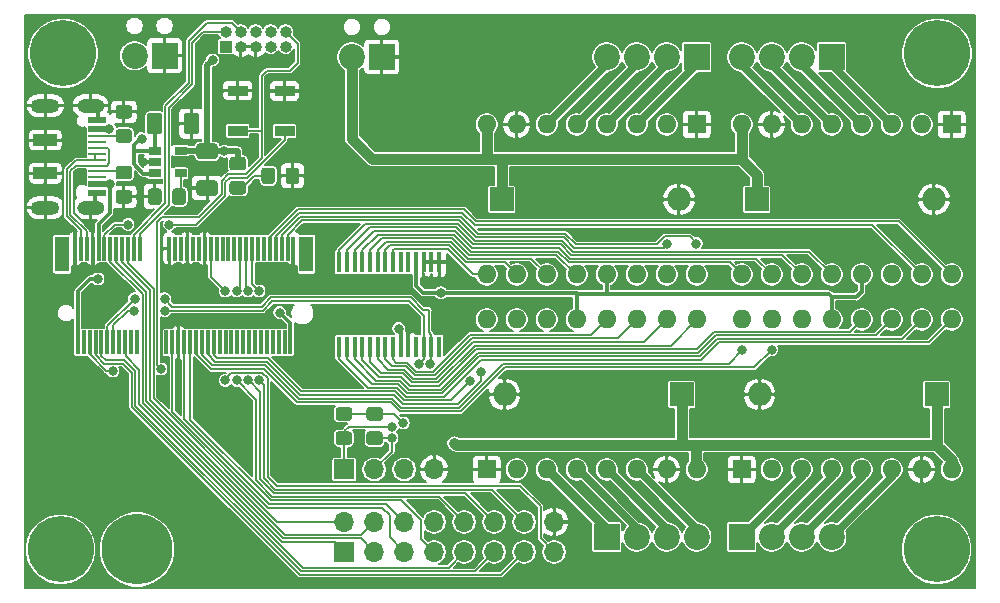
<source format=gbr>
G04 #@! TF.GenerationSoftware,KiCad,Pcbnew,(5.1.8)-1*
G04 #@! TF.CreationDate,2020-12-27T14:08:24+01:00*
G04 #@! TF.ProjectId,mmStep,6d6d5374-6570-42e6-9b69-6361645f7063,rev?*
G04 #@! TF.SameCoordinates,Original*
G04 #@! TF.FileFunction,Copper,L1,Top*
G04 #@! TF.FilePolarity,Positive*
%FSLAX46Y46*%
G04 Gerber Fmt 4.6, Leading zero omitted, Abs format (unit mm)*
G04 Created by KiCad (PCBNEW (5.1.8)-1) date 2020-12-27 14:08:24*
%MOMM*%
%LPD*%
G01*
G04 APERTURE LIST*
G04 #@! TA.AperFunction,ComponentPad*
%ADD10C,6.000000*%
G04 #@! TD*
G04 #@! TA.AperFunction,SMDPad,CuDef*
%ADD11R,0.300000X2.000000*%
G04 #@! TD*
G04 #@! TA.AperFunction,SMDPad,CuDef*
%ADD12R,1.200000X3.000000*%
G04 #@! TD*
G04 #@! TA.AperFunction,ComponentPad*
%ADD13O,1.600000X1.600000*%
G04 #@! TD*
G04 #@! TA.AperFunction,ComponentPad*
%ADD14R,1.600000X1.600000*%
G04 #@! TD*
G04 #@! TA.AperFunction,ComponentPad*
%ADD15C,5.600000*%
G04 #@! TD*
G04 #@! TA.AperFunction,ComponentPad*
%ADD16O,2.000000X2.000000*%
G04 #@! TD*
G04 #@! TA.AperFunction,ComponentPad*
%ADD17R,2.000000X2.000000*%
G04 #@! TD*
G04 #@! TA.AperFunction,ComponentPad*
%ADD18O,1.700000X1.700000*%
G04 #@! TD*
G04 #@! TA.AperFunction,ComponentPad*
%ADD19R,1.700000X1.700000*%
G04 #@! TD*
G04 #@! TA.AperFunction,SMDPad,CuDef*
%ADD20R,0.450000X1.750000*%
G04 #@! TD*
G04 #@! TA.AperFunction,ComponentPad*
%ADD21C,2.200000*%
G04 #@! TD*
G04 #@! TA.AperFunction,ComponentPad*
%ADD22R,2.200000X2.200000*%
G04 #@! TD*
G04 #@! TA.AperFunction,ComponentPad*
%ADD23O,2.400000X1.200000*%
G04 #@! TD*
G04 #@! TA.AperFunction,ComponentPad*
%ADD24O,2.316000X1.158000*%
G04 #@! TD*
G04 #@! TA.AperFunction,SMDPad,CuDef*
%ADD25R,2.000000X1.000000*%
G04 #@! TD*
G04 #@! TA.AperFunction,SMDPad,CuDef*
%ADD26R,1.500000X0.270000*%
G04 #@! TD*
G04 #@! TA.AperFunction,SMDPad,CuDef*
%ADD27R,1.500000X0.520000*%
G04 #@! TD*
G04 #@! TA.AperFunction,SMDPad,CuDef*
%ADD28R,1.700000X0.900000*%
G04 #@! TD*
G04 #@! TA.AperFunction,ComponentPad*
%ADD29O,1.000000X1.000000*%
G04 #@! TD*
G04 #@! TA.AperFunction,ComponentPad*
%ADD30R,1.000000X1.000000*%
G04 #@! TD*
G04 #@! TA.AperFunction,SMDPad,CuDef*
%ADD31R,1.060000X0.650000*%
G04 #@! TD*
G04 #@! TA.AperFunction,ViaPad*
%ADD32C,0.800000*%
G04 #@! TD*
G04 #@! TA.AperFunction,Conductor*
%ADD33C,0.152400*%
G04 #@! TD*
G04 #@! TA.AperFunction,Conductor*
%ADD34C,0.304800*%
G04 #@! TD*
G04 #@! TA.AperFunction,Conductor*
%ADD35C,0.508000*%
G04 #@! TD*
G04 #@! TA.AperFunction,Conductor*
%ADD36C,0.889000*%
G04 #@! TD*
G04 #@! TA.AperFunction,Conductor*
%ADD37C,0.635000*%
G04 #@! TD*
G04 #@! TA.AperFunction,Conductor*
%ADD38C,0.762000*%
G04 #@! TD*
G04 #@! TA.AperFunction,Conductor*
%ADD39C,0.100000*%
G04 #@! TD*
G04 APERTURE END LIST*
D10*
X9753600Y-45500000D03*
D11*
X8753600Y-27980000D03*
X8253600Y-27980000D03*
X7753600Y-27980000D03*
X7253600Y-27980000D03*
X9003600Y-20030000D03*
X8503600Y-20030000D03*
X8003600Y-20030000D03*
X7503600Y-20030000D03*
D12*
X24103600Y-20500000D03*
X3403600Y-20500000D03*
D11*
X23003600Y-20030000D03*
X22753600Y-27980000D03*
X22253600Y-27980000D03*
X21753600Y-27980000D03*
X21253600Y-27980000D03*
X20753600Y-27980000D03*
X20253600Y-27980000D03*
X19753600Y-27980000D03*
X19253600Y-27980000D03*
X18753600Y-27980000D03*
X18253600Y-27980000D03*
X17753600Y-27980000D03*
X17253600Y-27980000D03*
X16753600Y-27980000D03*
X16253600Y-27980000D03*
X15753600Y-27980000D03*
X15253600Y-27980000D03*
X14753600Y-27980000D03*
X14253600Y-27980000D03*
X13753600Y-27980000D03*
X13253600Y-27980000D03*
X12753600Y-27980000D03*
X12253600Y-27980000D03*
X9753600Y-27980000D03*
X9253600Y-27980000D03*
X6753600Y-27980000D03*
X6253600Y-27980000D03*
X5753600Y-27980000D03*
X5253600Y-27980000D03*
X4753600Y-27980000D03*
X22503600Y-20030000D03*
X22003600Y-20030000D03*
X21503600Y-20030000D03*
X21003600Y-20030000D03*
X20503600Y-20030000D03*
X20003600Y-20030000D03*
X19503600Y-20030000D03*
X19003600Y-20030000D03*
X18503600Y-20030000D03*
X18003600Y-20030000D03*
X17503600Y-20030000D03*
X17003600Y-20030000D03*
X16503600Y-20030000D03*
X16003600Y-20030000D03*
X15503600Y-20030000D03*
X15003600Y-20030000D03*
X14503600Y-20030000D03*
X14003600Y-20030000D03*
X13503600Y-20030000D03*
X13003600Y-20030000D03*
X12503600Y-20030000D03*
X10003600Y-20030000D03*
X9503600Y-20030000D03*
X7003600Y-20030000D03*
X6503600Y-20030000D03*
X6003600Y-20030000D03*
X5503600Y-20030000D03*
X5003600Y-20030000D03*
X4503600Y-20030000D03*
D13*
X57150000Y-22225000D03*
X39370000Y-9525000D03*
X54610000Y-22225000D03*
X41910000Y-9525000D03*
X52070000Y-22225000D03*
X44450000Y-9525000D03*
X49530000Y-22225000D03*
X46990000Y-9525000D03*
X46990000Y-22225000D03*
X49530000Y-9525000D03*
X44450000Y-22225000D03*
X52070000Y-9525000D03*
X41910000Y-22225000D03*
X54610000Y-9525000D03*
X39370000Y-22225000D03*
D14*
X57150000Y-9525000D03*
D13*
X78740000Y-22225000D03*
X60960000Y-9525000D03*
X76200000Y-22225000D03*
X63500000Y-9525000D03*
X73660000Y-22225000D03*
X66040000Y-9525000D03*
X71120000Y-22225000D03*
X68580000Y-9525000D03*
X68580000Y-22225000D03*
X71120000Y-9525000D03*
X66040000Y-22225000D03*
X73660000Y-9525000D03*
X63500000Y-22225000D03*
X76200000Y-9525000D03*
X60960000Y-22225000D03*
D14*
X78740000Y-9525000D03*
D13*
X39370000Y-26035000D03*
X57150000Y-38735000D03*
X41910000Y-26035000D03*
X54610000Y-38735000D03*
X44450000Y-26035000D03*
X52070000Y-38735000D03*
X46990000Y-26035000D03*
X49530000Y-38735000D03*
X49530000Y-26035000D03*
X46990000Y-38735000D03*
X52070000Y-26035000D03*
X44450000Y-38735000D03*
X54610000Y-26035000D03*
X41910000Y-38735000D03*
X57150000Y-26035000D03*
D14*
X39370000Y-38735000D03*
D13*
X60960000Y-26035000D03*
X78740000Y-38735000D03*
X63500000Y-26035000D03*
X76200000Y-38735000D03*
X66040000Y-26035000D03*
X73660000Y-38735000D03*
X68580000Y-26035000D03*
X71120000Y-38735000D03*
X71120000Y-26035000D03*
X68580000Y-38735000D03*
X73660000Y-26035000D03*
X66040000Y-38735000D03*
X76200000Y-26035000D03*
X63500000Y-38735000D03*
X78740000Y-26035000D03*
D14*
X60960000Y-38735000D03*
D15*
X77470000Y-45500000D03*
D16*
X55640000Y-15875000D03*
D17*
X40640000Y-15875000D03*
D16*
X77230000Y-15875000D03*
D17*
X62230000Y-15875000D03*
D16*
X62470000Y-32385000D03*
D17*
X77470000Y-32385000D03*
D16*
X40880000Y-32385000D03*
D17*
X55880000Y-32385000D03*
G04 #@! TA.AperFunction,SMDPad,CuDef*
G36*
G01*
X27729601Y-34611000D02*
X26829599Y-34611000D01*
G75*
G02*
X26579600Y-34361001I0J249999D01*
G01*
X26579600Y-33710999D01*
G75*
G02*
X26829599Y-33461000I249999J0D01*
G01*
X27729601Y-33461000D01*
G75*
G02*
X27979600Y-33710999I0J-249999D01*
G01*
X27979600Y-34361001D01*
G75*
G02*
X27729601Y-34611000I-249999J0D01*
G01*
G37*
G04 #@! TD.AperFunction*
G04 #@! TA.AperFunction,SMDPad,CuDef*
G36*
G01*
X27729601Y-36661000D02*
X26829599Y-36661000D01*
G75*
G02*
X26579600Y-36411001I0J249999D01*
G01*
X26579600Y-35760999D01*
G75*
G02*
X26829599Y-35511000I249999J0D01*
G01*
X27729601Y-35511000D01*
G75*
G02*
X27979600Y-35760999I0J-249999D01*
G01*
X27979600Y-36411001D01*
G75*
G02*
X27729601Y-36661000I-249999J0D01*
G01*
G37*
G04 #@! TD.AperFunction*
G04 #@! TA.AperFunction,SMDPad,CuDef*
G36*
G01*
X30320401Y-34611000D02*
X29420399Y-34611000D01*
G75*
G02*
X29170400Y-34361001I0J249999D01*
G01*
X29170400Y-33710999D01*
G75*
G02*
X29420399Y-33461000I249999J0D01*
G01*
X30320401Y-33461000D01*
G75*
G02*
X30570400Y-33710999I0J-249999D01*
G01*
X30570400Y-34361001D01*
G75*
G02*
X30320401Y-34611000I-249999J0D01*
G01*
G37*
G04 #@! TD.AperFunction*
G04 #@! TA.AperFunction,SMDPad,CuDef*
G36*
G01*
X30320401Y-36661000D02*
X29420399Y-36661000D01*
G75*
G02*
X29170400Y-36411001I0J249999D01*
G01*
X29170400Y-35760999D01*
G75*
G02*
X29420399Y-35511000I249999J0D01*
G01*
X30320401Y-35511000D01*
G75*
G02*
X30570400Y-35760999I0J-249999D01*
G01*
X30570400Y-36411001D01*
G75*
G02*
X30320401Y-36661000I-249999J0D01*
G01*
G37*
G04 #@! TD.AperFunction*
D18*
X34925000Y-38735000D03*
X32385000Y-38735000D03*
X29845000Y-38735000D03*
D19*
X27305000Y-38735000D03*
D18*
X45085000Y-43180000D03*
X45085000Y-45720000D03*
X42545000Y-43180000D03*
X42545000Y-45720000D03*
X40005000Y-43180000D03*
X40005000Y-45720000D03*
X37465000Y-43180000D03*
X37465000Y-45720000D03*
X34925000Y-43180000D03*
X34925000Y-45720000D03*
X32385000Y-43180000D03*
X32385000Y-45720000D03*
X29845000Y-43180000D03*
X29845000Y-45720000D03*
X27305000Y-43180000D03*
D19*
X27305000Y-45720000D03*
D20*
X26890000Y-21165000D03*
X27540000Y-21165000D03*
X28190000Y-21165000D03*
X28840000Y-21165000D03*
X29490000Y-21165000D03*
X30140000Y-21165000D03*
X30790000Y-21165000D03*
X31440000Y-21165000D03*
X32090000Y-21165000D03*
X32740000Y-21165000D03*
X33390000Y-21165000D03*
X34040000Y-21165000D03*
X34690000Y-21165000D03*
X35340000Y-21165000D03*
X35340000Y-28365000D03*
X34690000Y-28365000D03*
X34040000Y-28365000D03*
X33390000Y-28365000D03*
X32740000Y-28365000D03*
X32090000Y-28365000D03*
X31440000Y-28365000D03*
X30790000Y-28365000D03*
X30140000Y-28365000D03*
X29490000Y-28365000D03*
X28840000Y-28365000D03*
X28190000Y-28365000D03*
X27540000Y-28365000D03*
X26890000Y-28365000D03*
D21*
X27940000Y-3810000D03*
D22*
X30480000Y-3810000D03*
D21*
X60960000Y-3810000D03*
X63500000Y-3810000D03*
X66040000Y-3810000D03*
D22*
X68580000Y-3810000D03*
D21*
X49530000Y-3810000D03*
X52070000Y-3810000D03*
X54610000Y-3810000D03*
D22*
X57150000Y-3810000D03*
D21*
X57150000Y-44450000D03*
X54610000Y-44450000D03*
X52070000Y-44450000D03*
D22*
X49530000Y-44450000D03*
D21*
X68580000Y-44450000D03*
X66040000Y-44450000D03*
X63500000Y-44450000D03*
D22*
X60960000Y-44450000D03*
D23*
X2000000Y-16570000D03*
X2000000Y-7930000D03*
D24*
X5825000Y-16570000D03*
X5825000Y-7930000D03*
D25*
X2000000Y-13650000D03*
X2000000Y-10850000D03*
D26*
X6400000Y-13500000D03*
X6400000Y-13000000D03*
X6400000Y-12500000D03*
X6400000Y-12000000D03*
X6400000Y-11500000D03*
X6400000Y-11000000D03*
X6400000Y-14000000D03*
X6400000Y-10500000D03*
D27*
X6400000Y-14600000D03*
X6400000Y-9900000D03*
X6400000Y-15350000D03*
X6400000Y-9150000D03*
D15*
X3500000Y-3500000D03*
X77500000Y-3500000D03*
X3302000Y-45500000D03*
G04 #@! TA.AperFunction,SMDPad,CuDef*
G36*
G01*
X17837999Y-14318400D02*
X18738001Y-14318400D01*
G75*
G02*
X18988000Y-14568399I0J-249999D01*
G01*
X18988000Y-15218401D01*
G75*
G02*
X18738001Y-15468400I-249999J0D01*
G01*
X17837999Y-15468400D01*
G75*
G02*
X17588000Y-15218401I0J249999D01*
G01*
X17588000Y-14568399D01*
G75*
G02*
X17837999Y-14318400I249999J0D01*
G01*
G37*
G04 #@! TD.AperFunction*
G04 #@! TA.AperFunction,SMDPad,CuDef*
G36*
G01*
X17837999Y-12268400D02*
X18738001Y-12268400D01*
G75*
G02*
X18988000Y-12518399I0J-249999D01*
G01*
X18988000Y-13168401D01*
G75*
G02*
X18738001Y-13418400I-249999J0D01*
G01*
X17837999Y-13418400D01*
G75*
G02*
X17588000Y-13168401I0J249999D01*
G01*
X17588000Y-12518399D01*
G75*
G02*
X17837999Y-12268400I249999J0D01*
G01*
G37*
G04 #@! TD.AperFunction*
G04 #@! TA.AperFunction,SMDPad,CuDef*
G36*
G01*
X21444800Y-13418399D02*
X21444800Y-14318401D01*
G75*
G02*
X21194801Y-14568400I-249999J0D01*
G01*
X20544799Y-14568400D01*
G75*
G02*
X20294800Y-14318401I0J249999D01*
G01*
X20294800Y-13418399D01*
G75*
G02*
X20544799Y-13168400I249999J0D01*
G01*
X21194801Y-13168400D01*
G75*
G02*
X21444800Y-13418399I0J-249999D01*
G01*
G37*
G04 #@! TD.AperFunction*
G04 #@! TA.AperFunction,SMDPad,CuDef*
G36*
G01*
X23494800Y-13418399D02*
X23494800Y-14318401D01*
G75*
G02*
X23244801Y-14568400I-249999J0D01*
G01*
X22594799Y-14568400D01*
G75*
G02*
X22344800Y-14318401I0J249999D01*
G01*
X22344800Y-13418399D01*
G75*
G02*
X22594799Y-13168400I249999J0D01*
G01*
X23244801Y-13168400D01*
G75*
G02*
X23494800Y-13418399I0J-249999D01*
G01*
G37*
G04 #@! TD.AperFunction*
D28*
X22250400Y-6682000D03*
X22250400Y-10082000D03*
X18288000Y-6658400D03*
X18288000Y-10058400D03*
D29*
X22352000Y-1676400D03*
X22352000Y-2946400D03*
X21082000Y-1676400D03*
X21082000Y-2946400D03*
X19812000Y-1676400D03*
X19812000Y-2946400D03*
X18542000Y-1676400D03*
X18542000Y-2946400D03*
X17272000Y-1676400D03*
D30*
X17272000Y-2946400D03*
G04 #@! TA.AperFunction,SMDPad,CuDef*
G36*
G01*
X9100001Y-9025000D02*
X8199999Y-9025000D01*
G75*
G02*
X7950000Y-8775001I0J249999D01*
G01*
X7950000Y-8124999D01*
G75*
G02*
X8199999Y-7875000I249999J0D01*
G01*
X9100001Y-7875000D01*
G75*
G02*
X9350000Y-8124999I0J-249999D01*
G01*
X9350000Y-8775001D01*
G75*
G02*
X9100001Y-9025000I-249999J0D01*
G01*
G37*
G04 #@! TD.AperFunction*
G04 #@! TA.AperFunction,SMDPad,CuDef*
G36*
G01*
X9100001Y-11075000D02*
X8199999Y-11075000D01*
G75*
G02*
X7950000Y-10825001I0J249999D01*
G01*
X7950000Y-10174999D01*
G75*
G02*
X8199999Y-9925000I249999J0D01*
G01*
X9100001Y-9925000D01*
G75*
G02*
X9350000Y-10174999I0J-249999D01*
G01*
X9350000Y-10825001D01*
G75*
G02*
X9100001Y-11075000I-249999J0D01*
G01*
G37*
G04 #@! TD.AperFunction*
G04 #@! TA.AperFunction,SMDPad,CuDef*
G36*
G01*
X8199999Y-15071400D02*
X9100001Y-15071400D01*
G75*
G02*
X9350000Y-15321399I0J-249999D01*
G01*
X9350000Y-15971401D01*
G75*
G02*
X9100001Y-16221400I-249999J0D01*
G01*
X8199999Y-16221400D01*
G75*
G02*
X7950000Y-15971401I0J249999D01*
G01*
X7950000Y-15321399D01*
G75*
G02*
X8199999Y-15071400I249999J0D01*
G01*
G37*
G04 #@! TD.AperFunction*
G04 #@! TA.AperFunction,SMDPad,CuDef*
G36*
G01*
X8199999Y-13021400D02*
X9100001Y-13021400D01*
G75*
G02*
X9350000Y-13271399I0J-249999D01*
G01*
X9350000Y-13921401D01*
G75*
G02*
X9100001Y-14171400I-249999J0D01*
G01*
X8199999Y-14171400D01*
G75*
G02*
X7950000Y-13921401I0J249999D01*
G01*
X7950000Y-13271399D01*
G75*
G02*
X8199999Y-13021400I249999J0D01*
G01*
G37*
G04 #@! TD.AperFunction*
D21*
X9550400Y-3708400D03*
D22*
X12090400Y-3708400D03*
D31*
X13444400Y-11734000D03*
X13444400Y-13634000D03*
X11244400Y-13634000D03*
X11244400Y-12684000D03*
X11244400Y-11734000D03*
G04 #@! TA.AperFunction,SMDPad,CuDef*
G36*
G01*
X15047198Y-14244400D02*
X16347202Y-14244400D01*
G75*
G02*
X16597200Y-14494398I0J-249998D01*
G01*
X16597200Y-15319402D01*
G75*
G02*
X16347202Y-15569400I-249998J0D01*
G01*
X15047198Y-15569400D01*
G75*
G02*
X14797200Y-15319402I0J249998D01*
G01*
X14797200Y-14494398D01*
G75*
G02*
X15047198Y-14244400I249998J0D01*
G01*
G37*
G04 #@! TD.AperFunction*
G04 #@! TA.AperFunction,SMDPad,CuDef*
G36*
G01*
X15047198Y-11119400D02*
X16347202Y-11119400D01*
G75*
G02*
X16597200Y-11369398I0J-249998D01*
G01*
X16597200Y-12194402D01*
G75*
G02*
X16347202Y-12444400I-249998J0D01*
G01*
X15047198Y-12444400D01*
G75*
G02*
X14797200Y-12194402I0J249998D01*
G01*
X14797200Y-11369398D01*
G75*
G02*
X15047198Y-11119400I249998J0D01*
G01*
G37*
G04 #@! TD.AperFunction*
G04 #@! TA.AperFunction,SMDPad,CuDef*
G36*
G01*
X11843600Y-15180399D02*
X11843600Y-16080401D01*
G75*
G02*
X11593601Y-16330400I-249999J0D01*
G01*
X10943599Y-16330400D01*
G75*
G02*
X10693600Y-16080401I0J249999D01*
G01*
X10693600Y-15180399D01*
G75*
G02*
X10943599Y-14930400I249999J0D01*
G01*
X11593601Y-14930400D01*
G75*
G02*
X11843600Y-15180399I0J-249999D01*
G01*
G37*
G04 #@! TD.AperFunction*
G04 #@! TA.AperFunction,SMDPad,CuDef*
G36*
G01*
X13893600Y-15180399D02*
X13893600Y-16080401D01*
G75*
G02*
X13643601Y-16330400I-249999J0D01*
G01*
X12993599Y-16330400D01*
G75*
G02*
X12743600Y-16080401I0J249999D01*
G01*
X12743600Y-15180399D01*
G75*
G02*
X12993599Y-14930400I249999J0D01*
G01*
X13643601Y-14930400D01*
G75*
G02*
X13893600Y-15180399I0J-249999D01*
G01*
G37*
G04 #@! TD.AperFunction*
G04 #@! TA.AperFunction,SMDPad,CuDef*
G36*
G01*
X13713900Y-10098802D02*
X13713900Y-8798798D01*
G75*
G02*
X13963898Y-8548800I249998J0D01*
G01*
X14788902Y-8548800D01*
G75*
G02*
X15038900Y-8798798I0J-249998D01*
G01*
X15038900Y-10098802D01*
G75*
G02*
X14788902Y-10348800I-249998J0D01*
G01*
X13963898Y-10348800D01*
G75*
G02*
X13713900Y-10098802I0J249998D01*
G01*
G37*
G04 #@! TD.AperFunction*
G04 #@! TA.AperFunction,SMDPad,CuDef*
G36*
G01*
X10588900Y-10098802D02*
X10588900Y-8798798D01*
G75*
G02*
X10838898Y-8548800I249998J0D01*
G01*
X11663902Y-8548800D01*
G75*
G02*
X11913900Y-8798798I0J-249998D01*
G01*
X11913900Y-10098802D01*
G75*
G02*
X11663902Y-10348800I-249998J0D01*
G01*
X10838898Y-10348800D01*
G75*
G02*
X10588900Y-10098802I0J249998D01*
G01*
G37*
G04 #@! TD.AperFunction*
D32*
X17272000Y-34036000D03*
X5029200Y-13868400D03*
X10007600Y-15646400D03*
X5016500Y-11493500D03*
X14376400Y-7366000D03*
X15697200Y-13208000D03*
X14000000Y-21590000D03*
X34290000Y-22758400D03*
X32867585Y-26822417D03*
X22910800Y-21844000D03*
X13258800Y-26162000D03*
X10287283Y-12677309D03*
X24384000Y-13868400D03*
X5232400Y-21691600D03*
X16154398Y-4064000D03*
X21844000Y-25450800D03*
X17145000Y-11785600D03*
X6451600Y-22606000D03*
X31915383Y-26802560D03*
X35477490Y-23774400D03*
X7427760Y-9887491D03*
X7467624Y-14600000D03*
X10160000Y-10718800D03*
X11785598Y-30226000D03*
X7719426Y-30397421D03*
X37084000Y-12446000D03*
X36626802Y-36525200D03*
X60960000Y-28651200D03*
X63500000Y-28606644D03*
X37984997Y-31229909D03*
X38912802Y-30480000D03*
X57102324Y-19605676D03*
X54670462Y-19653356D03*
X20091218Y-23621946D03*
X20116800Y-31190259D03*
X19138809Y-23624033D03*
X19151600Y-31191200D03*
X18186400Y-23622000D03*
X18186400Y-31190279D03*
X9463971Y-25275674D03*
X12090400Y-25298400D03*
X33642676Y-29792231D03*
X31343602Y-36068000D03*
X9550400Y-24282400D03*
X12090400Y-24282400D03*
X34594800Y-29768794D03*
X31362610Y-35102800D03*
X17221197Y-23621997D03*
X17221204Y-31191204D03*
X32308800Y-34798000D03*
X9000000Y-18000000D03*
X12500000Y-18002210D03*
D33*
X5013200Y-13852400D02*
X5029200Y-13868400D01*
D34*
X6450000Y-8305000D02*
X6075000Y-7930000D01*
X6450000Y-9150000D02*
X6450000Y-8305000D01*
X6200000Y-16195000D02*
X5825000Y-16570000D01*
X6200000Y-15350000D02*
X6200000Y-16195000D01*
D33*
X5029200Y-11506200D02*
X5016500Y-11493500D01*
X5029200Y-12242800D02*
X5029200Y-11506200D01*
X5029200Y-13309600D02*
X5384800Y-13309600D01*
X5029200Y-13868400D02*
X5029200Y-13309600D01*
D34*
X32740000Y-26950002D02*
X32867585Y-26822417D01*
X32740000Y-28365000D02*
X32740000Y-26950002D01*
X23003600Y-20230000D02*
X23003600Y-21309800D01*
X23003600Y-21309800D02*
X22520200Y-21793200D01*
X22520200Y-21793200D02*
X22199596Y-21793200D01*
X11244400Y-12684000D02*
X10293974Y-12684000D01*
X10293974Y-12684000D02*
X10287283Y-12677309D01*
D33*
X5029200Y-13309600D02*
X4419634Y-13919166D01*
X4419634Y-13919166D02*
X4419634Y-17044168D01*
X4419634Y-17044168D02*
X6003600Y-18628134D01*
X6003600Y-18628134D02*
X6003600Y-20230000D01*
X4470399Y-12242800D02*
X5384800Y-12242800D01*
X3505201Y-13207997D02*
X4470399Y-12242800D01*
X4503600Y-18422800D02*
X3505201Y-17424401D01*
X3505201Y-17424401D02*
X3505201Y-13207997D01*
X4503600Y-20230000D02*
X4503600Y-18422800D01*
D34*
X5798085Y-21691600D02*
X5232400Y-21691600D01*
X4503600Y-20230000D02*
X4503600Y-21528485D01*
X4503600Y-21528485D02*
X4666715Y-21691600D01*
X4666715Y-21691600D02*
X5232400Y-21691600D01*
X6003600Y-20230000D02*
X6003600Y-21486085D01*
X6003600Y-21486085D02*
X5798085Y-21691600D01*
D33*
X13444400Y-15504600D02*
X13318600Y-15630400D01*
X13444400Y-13634000D02*
X13444400Y-15504600D01*
D35*
X13444400Y-11734000D02*
X15649300Y-11734000D01*
X15697200Y-4521198D02*
X16154398Y-4064000D01*
X15697200Y-11781900D02*
X15697200Y-4521198D01*
D34*
X22753600Y-26360400D02*
X21844000Y-25450800D01*
X22753600Y-27780000D02*
X22753600Y-26360400D01*
D35*
X17141300Y-11781900D02*
X17145000Y-11785600D01*
X15697200Y-11781900D02*
X17141300Y-11781900D01*
D34*
X68580000Y-24130000D02*
X70662800Y-24130000D01*
X71120000Y-23672800D02*
X71120000Y-22225000D01*
X70662800Y-24130000D02*
X71120000Y-23672800D01*
X46990000Y-26035000D02*
X46990000Y-24130000D01*
X68580000Y-26035000D02*
X68580000Y-24130000D01*
X5791200Y-22606000D02*
X6451600Y-22606000D01*
X4753600Y-23643600D02*
X5791200Y-22606000D01*
X4753600Y-27780000D02*
X4753600Y-23643600D01*
X49530000Y-22225000D02*
X49530000Y-23876000D01*
X68326000Y-23876000D02*
X68580000Y-24130000D01*
X49530000Y-23876000D02*
X68326000Y-23876000D01*
X47040800Y-23876000D02*
X49530000Y-23876000D01*
X46990000Y-23825200D02*
X47040800Y-23876000D01*
X32090000Y-26977177D02*
X31915383Y-26802560D01*
X32090000Y-28365000D02*
X32090000Y-26977177D01*
X46990000Y-24130000D02*
X46990000Y-23825200D01*
X33390000Y-23179200D02*
X33985200Y-23774400D01*
X33390000Y-21165000D02*
X33390000Y-23179200D01*
X46990000Y-23825200D02*
X35528290Y-23825200D01*
X33985200Y-23774400D02*
X35477490Y-23774400D01*
X35528290Y-23825200D02*
X35477490Y-23774400D01*
D35*
X18288000Y-11785600D02*
X17145000Y-11785600D01*
X18288000Y-11785600D02*
X18288000Y-12843400D01*
D34*
X6400000Y-9900000D02*
X7415251Y-9900000D01*
X7415251Y-9900000D02*
X7427760Y-9887491D01*
X7467600Y-14600000D02*
X6200000Y-14600000D01*
X7467611Y-14600011D02*
X7467600Y-14600000D01*
X7467600Y-14600000D02*
X7467624Y-14600000D01*
X7467600Y-17018000D02*
X7467600Y-14600000D01*
X6503600Y-17982000D02*
X7467600Y-17018000D01*
X6503600Y-20230000D02*
X6503600Y-17982000D01*
D33*
X6450000Y-11500000D02*
X6791600Y-11500000D01*
X7378601Y-12817881D02*
X7196482Y-13000000D01*
X7366000Y-11669518D02*
X7378601Y-11682119D01*
X7196482Y-13000000D02*
X6400000Y-13000000D01*
X7366000Y-11633200D02*
X7366000Y-11669518D01*
X7232800Y-11500000D02*
X7366000Y-11633200D01*
X7378601Y-11682119D02*
X7378601Y-12817881D01*
X6400000Y-11500000D02*
X7232800Y-11500000D01*
X5503600Y-20230000D02*
X5503600Y-18559200D01*
X4114823Y-13460509D02*
X4575333Y-13000000D01*
X4114824Y-17170424D02*
X4114823Y-13460509D01*
X4575333Y-13000000D02*
X6400000Y-13000000D01*
X5503600Y-18559200D02*
X4114824Y-17170424D01*
X6200000Y-12500000D02*
X6200000Y-12000000D01*
X4596655Y-12547611D02*
X6113989Y-12547611D01*
X3810013Y-13334252D02*
X4596655Y-12547611D01*
X3810014Y-16408414D02*
X3810012Y-16408412D01*
X5003600Y-18490266D02*
X3810014Y-17296679D01*
X3810014Y-17296679D02*
X3810014Y-16408414D01*
X5003600Y-20230000D02*
X5003600Y-18490266D01*
X6113989Y-12547611D02*
X6180800Y-12480800D01*
X3810012Y-16408412D02*
X3810013Y-13334252D01*
X6450000Y-13500000D02*
X8650000Y-13500000D01*
X6228618Y-10528618D02*
X8621382Y-10528618D01*
X8621382Y-10528618D02*
X8650000Y-10500000D01*
X6200000Y-10500000D02*
X6228618Y-10528618D01*
X12447321Y-8093313D02*
X12447321Y-16334603D01*
X14427200Y-2590800D02*
X14427200Y-6113434D01*
X15341600Y-1676400D02*
X14427200Y-2590800D01*
X10003600Y-18778324D02*
X10003600Y-20230000D01*
X17272000Y-1676400D02*
X15341600Y-1676400D01*
X12447321Y-16334603D02*
X10003600Y-18778324D01*
X14427200Y-6113434D02*
X12447321Y-8093313D01*
X17780000Y-914400D02*
X18542000Y-1676400D01*
X9503600Y-20230000D02*
X9503600Y-18847258D01*
X9503600Y-18847258D02*
X12142510Y-16208348D01*
X12142510Y-16208348D02*
X12142510Y-7967057D01*
X12142510Y-7967057D02*
X14122389Y-5987178D01*
X14122389Y-5987178D02*
X14122389Y-2464544D01*
X14122389Y-2464544D02*
X15672533Y-914400D01*
X15672533Y-914400D02*
X17780000Y-914400D01*
D34*
X11244400Y-9579900D02*
X11340700Y-9483600D01*
X11244400Y-11734000D02*
X11244400Y-9579900D01*
X11243600Y-11734800D02*
X11244400Y-11734000D01*
X10109200Y-11734800D02*
X11243600Y-11734800D01*
X9601200Y-11734800D02*
X10109200Y-11734800D01*
X9505998Y-11830002D02*
X9601200Y-11734800D01*
X9505998Y-12892776D02*
X9505998Y-11830002D01*
X10298022Y-13684800D02*
X9505998Y-12892776D01*
X11244400Y-13684800D02*
X10298022Y-13684800D01*
X9505998Y-11220402D02*
X9505998Y-11830002D01*
X10007600Y-10718800D02*
X9505998Y-11220402D01*
X10160000Y-10718800D02*
X10007600Y-10718800D01*
D33*
X19659600Y-10058400D02*
X20320000Y-10058400D01*
X18972000Y-10058400D02*
X19659600Y-10058400D01*
X18948400Y-10082000D02*
X18972000Y-10058400D01*
X11785598Y-30226000D02*
X11461799Y-29902201D01*
X11461799Y-29902201D02*
X11461799Y-17751191D01*
X11461799Y-17751191D02*
X11839390Y-17373600D01*
X20320000Y-12374915D02*
X20320000Y-5384800D01*
X14969858Y-17373600D02*
X16916400Y-15427058D01*
X17501334Y-13716000D02*
X18978915Y-13716000D01*
X23368000Y-4318000D02*
X23368000Y-2692400D01*
X16916400Y-15427058D02*
X16916400Y-14300934D01*
X16916400Y-14300934D02*
X17501334Y-13716000D01*
X20320000Y-5384800D02*
X20726400Y-4978400D01*
X20726400Y-4978400D02*
X22707600Y-4978400D01*
X23368000Y-2692400D02*
X22352000Y-1676400D01*
X22707600Y-4978400D02*
X23368000Y-4318000D01*
X18978915Y-13716000D02*
X20320000Y-12374915D01*
X11839390Y-17373600D02*
X14969858Y-17373600D01*
X7153741Y-30397421D02*
X7719426Y-30397421D01*
X5753600Y-28997280D02*
X7153741Y-30397421D01*
X5753600Y-27780000D02*
X5753600Y-28997280D01*
X20819000Y-13919200D02*
X20869800Y-13868400D01*
X19659600Y-13919200D02*
X20819000Y-13919200D01*
X18685400Y-14893400D02*
X19659600Y-13919200D01*
X18288000Y-14893400D02*
X18685400Y-14893400D01*
D36*
X60960000Y-9525000D02*
X60960000Y-12446000D01*
X27940000Y-10718800D02*
X27940000Y-3810000D01*
X29667200Y-12446000D02*
X27940000Y-10718800D01*
X39370000Y-12395200D02*
X39319200Y-12446000D01*
X39370000Y-9525000D02*
X39370000Y-12395200D01*
X37084000Y-12446000D02*
X29667200Y-12446000D01*
X39319200Y-12446000D02*
X37084000Y-12446000D01*
X40640000Y-15875000D02*
X40640000Y-12446000D01*
X40640000Y-12446000D02*
X39319200Y-12446000D01*
X60960000Y-12446000D02*
X40640000Y-12446000D01*
X55880000Y-36525200D02*
X55778400Y-36626800D01*
X55880000Y-32385000D02*
X55880000Y-36525200D01*
X56997600Y-36626800D02*
X55778400Y-36626800D01*
X57099200Y-38684200D02*
X57099200Y-36626800D01*
X57150000Y-38735000D02*
X57099200Y-38684200D01*
X77470000Y-36525200D02*
X77368400Y-36626800D01*
X77470000Y-32385000D02*
X77470000Y-36525200D01*
X57099200Y-36626800D02*
X77368400Y-36626800D01*
X62230000Y-13766800D02*
X62230000Y-15875000D01*
X60960000Y-12496800D02*
X62230000Y-13766800D01*
X60960000Y-12446000D02*
X60960000Y-12496800D01*
X78740000Y-37947600D02*
X78740000Y-38735000D01*
X77419200Y-36626800D02*
X78740000Y-37947600D01*
X77368400Y-36626800D02*
X77419200Y-36626800D01*
X55778400Y-36626800D02*
X36728402Y-36626800D01*
X36728402Y-36626800D02*
X36626802Y-36525200D01*
D37*
X57150000Y-43789600D02*
X57150000Y-44450000D01*
X52095400Y-38735000D02*
X57150000Y-43789600D01*
X52070000Y-38735000D02*
X52095400Y-38735000D01*
X54610000Y-43789600D02*
X54610000Y-44450000D01*
X49555400Y-38735000D02*
X54610000Y-43789600D01*
X49530000Y-38735000D02*
X49555400Y-38735000D01*
X52070000Y-43688000D02*
X52070000Y-44450000D01*
X47117000Y-38735000D02*
X52070000Y-43688000D01*
X46990000Y-38735000D02*
X47117000Y-38735000D01*
D36*
X49530000Y-43815000D02*
X49530000Y-44450000D01*
D38*
X44450000Y-38735000D02*
X49530000Y-43815000D01*
D33*
X73660000Y-39370000D02*
X73660000Y-38735000D01*
D37*
X68580000Y-44450000D02*
X73660000Y-39370000D01*
D33*
X71120000Y-39370000D02*
X71120000Y-38735000D01*
D37*
X66040000Y-44450000D02*
X71120000Y-39370000D01*
X68580000Y-39370000D02*
X63500000Y-44450000D01*
X66040000Y-39370000D02*
X63500000Y-41910000D01*
X63500000Y-41910000D02*
X60960000Y-44450000D01*
X66014600Y-9525000D02*
X66040000Y-9525000D01*
X60960000Y-4470400D02*
X66014600Y-9525000D01*
X60960000Y-3810000D02*
X60960000Y-4470400D01*
X68554600Y-9525000D02*
X68580000Y-9525000D01*
X63500000Y-4470400D02*
X68554600Y-9525000D01*
X63500000Y-3810000D02*
X63500000Y-4470400D01*
X66040000Y-3810000D02*
X66040000Y-4445000D01*
X66040000Y-4470400D02*
X66040000Y-3810000D01*
X71094600Y-9525000D02*
X66040000Y-4470400D01*
X71120000Y-9525000D02*
X71094600Y-9525000D01*
X68580000Y-4470400D02*
X68580000Y-4445000D01*
X73634600Y-9525000D02*
X68580000Y-4470400D01*
X73660000Y-9525000D02*
X73634600Y-9525000D01*
D33*
X49530000Y-4445000D02*
X49530000Y-3810000D01*
D37*
X44450000Y-9525000D02*
X49530000Y-4445000D01*
D33*
X52070000Y-4445000D02*
X52070000Y-3810000D01*
D37*
X46990000Y-9525000D02*
X52070000Y-4445000D01*
D33*
X54610000Y-4445000D02*
X54610000Y-3810000D01*
D37*
X49530000Y-9525000D02*
X54610000Y-4445000D01*
D33*
X57150000Y-4445000D02*
X57150000Y-3810000D01*
D37*
X52070000Y-9525000D02*
X57150000Y-4445000D01*
D33*
X20626290Y-29921222D02*
X23434850Y-32729784D01*
X23434850Y-32729784D02*
X31356718Y-32729785D01*
X16129755Y-29921222D02*
X20626290Y-29921222D01*
X15253600Y-27780000D02*
X15253600Y-29045067D01*
X40778534Y-29768789D02*
X59842411Y-29768789D01*
X32123243Y-33496311D02*
X37051012Y-33496311D01*
X59842411Y-29768789D02*
X60960000Y-28651200D01*
X15253600Y-29045067D02*
X16129755Y-29921222D01*
X31356718Y-32729785D02*
X32123243Y-33496311D01*
X37051012Y-33496311D02*
X40778534Y-29768789D01*
X62033044Y-30073600D02*
X63500000Y-28606644D01*
X37177268Y-33801122D02*
X40904790Y-30073600D01*
X31230462Y-33034596D02*
X31996987Y-33801122D01*
X14753600Y-27780000D02*
X14753600Y-28976134D01*
X14753600Y-28976134D02*
X16003499Y-30226033D01*
X16003499Y-30226033D02*
X20500034Y-30226033D01*
X23308597Y-33034596D02*
X31230462Y-33034596D01*
X31996987Y-33801122D02*
X37177268Y-33801122D01*
X40904790Y-30073600D02*
X62033044Y-30073600D01*
X20500034Y-30226033D02*
X23308597Y-33034596D01*
X16253600Y-27780000D02*
X16253600Y-28707400D01*
X16253600Y-28707400D02*
X16329801Y-28783601D01*
X16253600Y-29041482D02*
X16253600Y-27980000D01*
X16523718Y-29311600D02*
X16253600Y-29041482D01*
X20878800Y-29311600D02*
X16523718Y-29311600D01*
X31609228Y-32120162D02*
X23687362Y-32120162D01*
X32375755Y-32886689D02*
X31609228Y-32120162D01*
X36328217Y-32886689D02*
X32375755Y-32886689D01*
X37984997Y-31229909D02*
X36328217Y-32886689D01*
X23687362Y-32120162D02*
X20878800Y-29311600D01*
X15753600Y-27780000D02*
X15753600Y-28972549D01*
X15753600Y-28972549D02*
X16397462Y-29616411D01*
X38912802Y-31203454D02*
X38912802Y-30480000D01*
X32249499Y-33191500D02*
X36924756Y-33191500D01*
X31482972Y-32424973D02*
X32249499Y-33191500D01*
X23561106Y-32424973D02*
X31482972Y-32424973D01*
X20752545Y-29616411D02*
X23561106Y-32424973D01*
X16397462Y-29616411D02*
X20752545Y-29616411D01*
X36924756Y-33191500D02*
X38912802Y-31203454D01*
X45669198Y-18757913D02*
X45669200Y-18757915D01*
X54431465Y-18999201D02*
X56540401Y-18999201D01*
X56540401Y-18999201D02*
X57102324Y-19561124D01*
X53771045Y-19659622D02*
X54431465Y-18999201D01*
X46913087Y-19659622D02*
X53771045Y-19659622D01*
X57102324Y-19561124D02*
X57102324Y-19605676D01*
X46011381Y-18757915D02*
X46913087Y-19659622D01*
X45669198Y-18757913D02*
X46011381Y-18757915D01*
X23602030Y-17318103D02*
X37188970Y-17318103D01*
X22003600Y-18916533D02*
X23602030Y-17318103D01*
X22003600Y-20230000D02*
X22003600Y-18916533D01*
X38628780Y-18757913D02*
X45669198Y-18757913D01*
X37188970Y-17318103D02*
X38628780Y-18757913D01*
X22503600Y-18847600D02*
X23728286Y-17622914D01*
X37062714Y-17622914D02*
X38502530Y-19062730D01*
X46799555Y-19977155D02*
X54346662Y-19977155D01*
X22503600Y-20230000D02*
X22503600Y-18847600D01*
X54346662Y-19977155D02*
X54670462Y-19653356D01*
X23728286Y-17622914D02*
X37062714Y-17622914D01*
X38502530Y-19062730D02*
X45885131Y-19062730D01*
X45885131Y-19062730D02*
X46799555Y-19977155D01*
X38462201Y-17729200D02*
X74244200Y-17729200D01*
X37441482Y-16708481D02*
X38462201Y-17729200D01*
X23349518Y-16708481D02*
X37441482Y-16708481D01*
X21003600Y-19054399D02*
X23349518Y-16708481D01*
X21003600Y-20230000D02*
X21003600Y-19054399D01*
X74244200Y-17729200D02*
X78740000Y-22225000D01*
X21503600Y-20230000D02*
X21503600Y-20233600D01*
X21503600Y-18985466D02*
X21503600Y-20230000D01*
X38335945Y-18034011D02*
X37315226Y-17013292D01*
X37315226Y-17013292D02*
X23475774Y-17013292D01*
X76200000Y-22225000D02*
X72009011Y-18034011D01*
X72009011Y-18034011D02*
X38335945Y-18034011D01*
X23475774Y-17013292D02*
X21503600Y-18985466D01*
X31440000Y-29392400D02*
X31440000Y-28365000D01*
X31729274Y-29681674D02*
X31440000Y-29392400D01*
X32632719Y-29681674D02*
X31729274Y-29681674D01*
X37978147Y-27330301D02*
X34860247Y-30448201D01*
X49530000Y-26035000D02*
X48234699Y-27330301D01*
X48234699Y-27330301D02*
X37978147Y-27330301D01*
X34860247Y-30448201D02*
X33399246Y-30448201D01*
X33399246Y-30448201D02*
X32632719Y-29681674D01*
X34986503Y-30753012D02*
X38104403Y-27635112D01*
X50469888Y-27635112D02*
X52070000Y-26035000D01*
X38104403Y-27635112D02*
X50469888Y-27635112D01*
X31384085Y-29986485D02*
X32493020Y-29986485D01*
X33259547Y-30753012D02*
X34986503Y-30753012D01*
X30790000Y-28365000D02*
X30790000Y-29392400D01*
X32493020Y-29986485D02*
X33259547Y-30753012D01*
X30790000Y-29392400D02*
X31384085Y-29986485D01*
X33133291Y-31057823D02*
X32366764Y-30291296D01*
X32366764Y-30291296D02*
X31038896Y-30291296D01*
X52705077Y-27939923D02*
X38230659Y-27939923D01*
X31038896Y-30291296D02*
X30140000Y-29392400D01*
X30140000Y-29392400D02*
X30140000Y-28365000D01*
X35112759Y-31057823D02*
X33133291Y-31057823D01*
X54610000Y-26035000D02*
X52705077Y-27939923D01*
X38230659Y-27939923D02*
X35112759Y-31057823D01*
X29490000Y-29665088D02*
X30421019Y-30596107D01*
X35239015Y-31362634D02*
X38356915Y-28244734D01*
X38356915Y-28244734D02*
X54940266Y-28244734D01*
X33007035Y-31362634D02*
X35239015Y-31362634D01*
X54940266Y-28244734D02*
X57150000Y-26035000D01*
X29490000Y-28365000D02*
X29490000Y-29665088D01*
X32240508Y-30596107D02*
X33007035Y-31362634D01*
X30421019Y-30596107D02*
X32240508Y-30596107D01*
X71120000Y-26035000D02*
X70091399Y-27063601D01*
X58638931Y-27063601D02*
X57152987Y-28549545D01*
X32114252Y-30900918D02*
X30241984Y-30900918D01*
X57152987Y-28549545D02*
X38483171Y-28549545D01*
X35365271Y-31667445D02*
X32880779Y-31667445D01*
X30241984Y-30900918D02*
X28840000Y-29498934D01*
X32880779Y-31667445D02*
X32114252Y-30900918D01*
X28840000Y-29498934D02*
X28840000Y-28365000D01*
X70091399Y-27063601D02*
X58638931Y-27063601D01*
X38483171Y-28549545D02*
X35365271Y-31667445D01*
X31987996Y-31205729D02*
X32754523Y-31972256D01*
X28190000Y-29392400D02*
X30003329Y-31205729D01*
X57279244Y-28854356D02*
X58765188Y-27368412D01*
X28190000Y-28365000D02*
X28190000Y-29392400D01*
X30003329Y-31205729D02*
X31987996Y-31205729D01*
X72326588Y-27368412D02*
X73660000Y-26035000D01*
X38609427Y-28854356D02*
X57279244Y-28854356D01*
X35491527Y-31972256D02*
X38609427Y-28854356D01*
X58765188Y-27368412D02*
X72326588Y-27368412D01*
X32754523Y-31972256D02*
X35491527Y-31972256D01*
X27540000Y-29392400D02*
X27540000Y-28365000D01*
X31861740Y-31510540D02*
X29658140Y-31510540D01*
X32628267Y-32277067D02*
X31861740Y-31510540D01*
X29658140Y-31510540D02*
X27540000Y-29392400D01*
X38735683Y-29159167D02*
X35617783Y-32277067D01*
X35617783Y-32277067D02*
X32628267Y-32277067D01*
X76200000Y-26035000D02*
X74561777Y-27673223D01*
X57405500Y-29159167D02*
X38735683Y-29159167D01*
X58891444Y-27673223D02*
X57405500Y-29159167D01*
X74561777Y-27673223D02*
X58891444Y-27673223D01*
X38861939Y-29463978D02*
X57531756Y-29463978D01*
X76796966Y-27978034D02*
X78740000Y-26035000D01*
X32502011Y-32581878D02*
X35744039Y-32581878D01*
X29312951Y-31815351D02*
X31735484Y-31815351D01*
X26890000Y-28365000D02*
X26890000Y-29392400D01*
X31735484Y-31815351D02*
X32502011Y-32581878D01*
X26890000Y-29392400D02*
X29312951Y-31815351D01*
X59017700Y-27978034D02*
X76796966Y-27978034D01*
X57531756Y-29463978D02*
X59017700Y-27978034D01*
X35744039Y-32581878D02*
X38861939Y-29463978D01*
X26890000Y-20137600D02*
X29099875Y-17927725D01*
X36936458Y-17927725D02*
X38376273Y-19367540D01*
X45758874Y-19367540D02*
X46673299Y-20281966D01*
X46673299Y-20281966D02*
X66636966Y-20281966D01*
X38376273Y-19367540D02*
X45758874Y-19367540D01*
X66636966Y-20281966D02*
X68580000Y-22225000D01*
X26890000Y-21165000D02*
X26890000Y-20137600D01*
X29099875Y-17927725D02*
X36936458Y-17927725D01*
X45632610Y-19672344D02*
X38250010Y-19672344D01*
X29445064Y-18232536D02*
X27540000Y-20137600D01*
X27540000Y-20137600D02*
X27540000Y-21165000D01*
X36810202Y-18232536D02*
X29445064Y-18232536D01*
X38250010Y-19672344D02*
X36810202Y-18232536D01*
X46547043Y-20586777D02*
X45632610Y-19672344D01*
X64401779Y-20586777D02*
X46547043Y-20586777D01*
X66040000Y-22225000D02*
X64401779Y-20586777D01*
X46420787Y-20891588D02*
X62166588Y-20891588D01*
X62166588Y-20891588D02*
X63500000Y-22225000D01*
X45506362Y-19977162D02*
X46420787Y-20891588D01*
X38123761Y-19977162D02*
X45506362Y-19977162D01*
X36683946Y-18537347D02*
X38123761Y-19977162D01*
X29790253Y-18537347D02*
X36683946Y-18537347D01*
X28190000Y-20137600D02*
X29790253Y-18537347D01*
X28190000Y-21165000D02*
X28190000Y-20137600D01*
X45380105Y-20281973D02*
X37997505Y-20281973D01*
X36557698Y-18842166D02*
X30135434Y-18842166D01*
X28840000Y-20137600D02*
X28840000Y-21165000D01*
X30135434Y-18842166D02*
X28840000Y-20137600D01*
X37997505Y-20281973D02*
X36557698Y-18842166D01*
X46294531Y-21196399D02*
X45380105Y-20281973D01*
X59931399Y-21196399D02*
X46294531Y-21196399D01*
X60960000Y-22225000D02*
X59931399Y-21196399D01*
X29490000Y-21165000D02*
X29490000Y-20137600D01*
X45253850Y-20586784D02*
X46892066Y-22225000D01*
X37871249Y-20586784D02*
X45253850Y-20586784D01*
X46892066Y-22225000D02*
X46990000Y-22225000D01*
X36431434Y-19146969D02*
X37871249Y-20586784D01*
X30480631Y-19146969D02*
X36431434Y-19146969D01*
X29490000Y-20137600D02*
X30480631Y-19146969D01*
X44450000Y-22225000D02*
X43116595Y-20891595D01*
X43116595Y-20891595D02*
X37744994Y-20891595D01*
X30140000Y-20137600D02*
X30140000Y-21165000D01*
X30825812Y-19451788D02*
X30140000Y-20137600D01*
X36305187Y-19451788D02*
X30825812Y-19451788D01*
X37744994Y-20891595D02*
X36305187Y-19451788D01*
X30790000Y-21165000D02*
X30790000Y-20137600D01*
X30790000Y-20137600D02*
X31171011Y-19756589D01*
X31171011Y-19756589D02*
X36178923Y-19756590D01*
X36178923Y-19756590D02*
X37618732Y-21196399D01*
X37618732Y-21196399D02*
X40881399Y-21196399D01*
X40881399Y-21196399D02*
X41910000Y-22225000D01*
X31440000Y-20137600D02*
X31440000Y-21165000D01*
X31516201Y-20061399D02*
X31440000Y-20137600D01*
X36052666Y-20061399D02*
X31516201Y-20061399D01*
X38216267Y-22225000D02*
X36052666Y-20061399D01*
X39370000Y-22225000D02*
X38216267Y-22225000D01*
X9937745Y-33205613D02*
X23772910Y-47040778D01*
X8788400Y-29159200D02*
X9937745Y-30308545D01*
X8788400Y-27823200D02*
X8788400Y-29159200D01*
X23772910Y-47040778D02*
X36144222Y-47040778D01*
X36144222Y-47040778D02*
X37465000Y-45720000D01*
X9937745Y-30308545D02*
X9937745Y-33205613D01*
X11156988Y-23424454D02*
X11156987Y-32700591D01*
X21636396Y-43180000D02*
X27305000Y-43180000D01*
X11156987Y-32700591D02*
X21636396Y-43180000D01*
X9003600Y-21271066D02*
X11156988Y-23424454D01*
X9003600Y-20230000D02*
X9003600Y-21271066D01*
X22283931Y-44258601D02*
X28766399Y-44258601D01*
X10852176Y-32826847D02*
X22283931Y-44258601D01*
X8503600Y-21202133D02*
X10852177Y-23550710D01*
X8503600Y-20230000D02*
X8503600Y-21202133D01*
X10852177Y-23550710D02*
X10852176Y-32826847D01*
X28766399Y-44258601D02*
X29845000Y-43180000D01*
X10547366Y-23701166D02*
X10547365Y-32953103D01*
X10547365Y-32953103D02*
X22157675Y-44563412D01*
X22157675Y-44563412D02*
X28688412Y-44563412D01*
X8003600Y-21157400D02*
X10547366Y-23701166D01*
X8003600Y-20230000D02*
X8003600Y-21157400D01*
X28688412Y-44563412D02*
X29845000Y-45720000D01*
X26492200Y-44907200D02*
X27305000Y-45720000D01*
X22070398Y-44907200D02*
X26492200Y-44907200D01*
X10242555Y-33079357D02*
X22070398Y-44907200D01*
X10242555Y-23896355D02*
X10242555Y-33079357D01*
X7503600Y-21157400D02*
X10242555Y-23896355D01*
X7503600Y-20230000D02*
X7503600Y-21157400D01*
X7112000Y-29464000D02*
X8662133Y-29464000D01*
X9632934Y-30434800D02*
X9632934Y-33331869D01*
X38379411Y-47345589D02*
X40005000Y-45720000D01*
X9632934Y-33331869D02*
X23646654Y-47345589D01*
X23646654Y-47345589D02*
X38379411Y-47345589D01*
X8662133Y-29464000D02*
X9632934Y-30434800D01*
X6753600Y-29105600D02*
X7112000Y-29464000D01*
X6753600Y-27780000D02*
X6753600Y-29105600D01*
X19503600Y-23034328D02*
X20091218Y-23621946D01*
X19503600Y-20230000D02*
X19503600Y-23034328D01*
X20523200Y-31597600D02*
X20116800Y-31191200D01*
X20523200Y-39480407D02*
X20523200Y-31597600D01*
X21479538Y-40436745D02*
X20523200Y-39480407D01*
X39801745Y-40436745D02*
X21479538Y-40436745D01*
X20116800Y-31191200D02*
X20116800Y-31190259D01*
X42545000Y-43180000D02*
X39801745Y-40436745D01*
X19003600Y-20230000D02*
X19003600Y-23488824D01*
X19003600Y-23488824D02*
X19138809Y-23624033D01*
X20167611Y-32156411D02*
X19202400Y-31191200D01*
X19202400Y-31191200D02*
X19151600Y-31191200D01*
X20167611Y-39555884D02*
X20167611Y-32156411D01*
X21353282Y-40741556D02*
X20167611Y-39555884D01*
X37566556Y-40741556D02*
X21353282Y-40741556D01*
X40005000Y-43180000D02*
X37566556Y-40741556D01*
X18503600Y-20230000D02*
X18503600Y-23304800D01*
X18503600Y-23304800D02*
X18186400Y-23622000D01*
X18186400Y-31191200D02*
X18186400Y-31190279D01*
X19812000Y-32816800D02*
X18186400Y-31191200D01*
X19812000Y-39631340D02*
X19812000Y-32816800D01*
X21227027Y-41046367D02*
X19812000Y-39631340D01*
X35331367Y-41046367D02*
X21227027Y-41046367D01*
X37465000Y-43180000D02*
X35331367Y-41046367D01*
X20395466Y-25298400D02*
X12090400Y-25298400D01*
X34040000Y-28365000D02*
X34040000Y-25708800D01*
X21217467Y-24476399D02*
X20395466Y-25298400D01*
X34040000Y-25708800D02*
X32807599Y-24476399D01*
X32807599Y-24476399D02*
X21217467Y-24476399D01*
X34040000Y-28365000D02*
X34040000Y-29394907D01*
X34040000Y-29394907D02*
X33642676Y-29792231D01*
X29845000Y-38735000D02*
X31343602Y-37236398D01*
X31343602Y-37236398D02*
X31343602Y-36068000D01*
X29888400Y-36068000D02*
X29870400Y-36086000D01*
X31343602Y-36068000D02*
X29888400Y-36068000D01*
X9014326Y-25275674D02*
X9463971Y-25275674D01*
X7753600Y-26536400D02*
X9014326Y-25275674D01*
X7753600Y-27780000D02*
X7753600Y-26536400D01*
X34442400Y-25196800D02*
X34493200Y-25247600D01*
X34690000Y-27337600D02*
X34690000Y-28365000D01*
X34442400Y-27090000D02*
X34690000Y-27337600D01*
X34442400Y-25196800D02*
X34442400Y-27090000D01*
X34690000Y-28365000D02*
X34690000Y-29971858D01*
X7253600Y-27780000D02*
X7253600Y-26579200D01*
X7253600Y-26579200D02*
X9550400Y-24282400D01*
X12750800Y-24942800D02*
X12090400Y-24282400D01*
X20320000Y-24942800D02*
X12750800Y-24942800D01*
X21091212Y-24171588D02*
X20320000Y-24942800D01*
X32933855Y-24171588D02*
X21091212Y-24171588D01*
X33959067Y-25196800D02*
X32933855Y-24171588D01*
X34442400Y-25196800D02*
X33959067Y-25196800D01*
X27279600Y-38709600D02*
X27305000Y-38735000D01*
X27279600Y-36576000D02*
X27279600Y-38709600D01*
X27279600Y-36576000D02*
X27279600Y-36001000D01*
X27687800Y-35102800D02*
X31362610Y-35102800D01*
X27279600Y-36086000D02*
X27279600Y-35511000D01*
X27279600Y-35511000D02*
X27687800Y-35102800D01*
X30860989Y-41655989D02*
X32385000Y-43180000D01*
X13753600Y-34435071D02*
X20974518Y-41655989D01*
X20974518Y-41655989D02*
X30860989Y-41655989D01*
X13753600Y-27780000D02*
X13753600Y-34435071D01*
X31140400Y-44475400D02*
X32385000Y-45720000D01*
X31140400Y-42570400D02*
X31140400Y-44475400D01*
X30530800Y-41960800D02*
X31140400Y-42570400D01*
X20848263Y-41960800D02*
X30530800Y-41960800D01*
X12750800Y-33863337D02*
X20848263Y-41960800D01*
X12750800Y-27782800D02*
X12750800Y-33863337D01*
X12753600Y-27780000D02*
X12750800Y-27782800D01*
X16003600Y-22404400D02*
X17221197Y-23621997D01*
X16003600Y-20230000D02*
X16003600Y-22404400D01*
X17729164Y-30530844D02*
X17221204Y-31038804D01*
X20828000Y-39354141D02*
X20828000Y-30985065D01*
X21605793Y-40131934D02*
X20828000Y-39354141D01*
X20828000Y-30985065D02*
X20373779Y-30530844D01*
X42214734Y-40131934D02*
X21605793Y-40131934D01*
X43942000Y-41859200D02*
X42214734Y-40131934D01*
X20373779Y-30530844D02*
X17729164Y-30530844D01*
X43942000Y-44577000D02*
X43942000Y-41859200D01*
X45085000Y-45720000D02*
X43942000Y-44577000D01*
X33846399Y-44641399D02*
X34925000Y-45720000D01*
X14253600Y-27780000D02*
X14253600Y-34504005D01*
X21100773Y-41351178D02*
X32152508Y-41351178D01*
X32152508Y-41351178D02*
X33846399Y-43045069D01*
X14253600Y-34504005D02*
X21100773Y-41351178D01*
X33846399Y-43045069D02*
X33846399Y-44641399D01*
X6253600Y-29036667D02*
X6985744Y-29768811D01*
X40614600Y-47650400D02*
X42545000Y-45720000D01*
X9328123Y-33458125D02*
X23520398Y-47650400D01*
X6985744Y-29768811D02*
X8535878Y-29768811D01*
X8535878Y-29768811D02*
X9328123Y-30561057D01*
X23520398Y-47650400D02*
X40614600Y-47650400D01*
X6253600Y-27780000D02*
X6253600Y-29036667D01*
X9328123Y-30561057D02*
X9328123Y-33458125D01*
X27279600Y-34036000D02*
X29870400Y-34036000D01*
X29870400Y-34036000D02*
X31546800Y-34036000D01*
X31546800Y-34036000D02*
X32308800Y-34798000D01*
X22250400Y-10082000D02*
X22116190Y-10216210D01*
X14772315Y-18002210D02*
X12500000Y-18002210D01*
X17221211Y-15553314D02*
X14772315Y-18002210D01*
X17221211Y-14427189D02*
X17221211Y-15553314D01*
X17627589Y-14020811D02*
X17221211Y-14427189D01*
X22250400Y-10875582D02*
X19105171Y-14020811D01*
X22250400Y-10082000D02*
X22250400Y-10875582D01*
X19105171Y-14020811D02*
X17627589Y-14020811D01*
X7003600Y-18853600D02*
X7003600Y-20230000D01*
X7857200Y-18000000D02*
X7003600Y-18853600D01*
X9000000Y-18000000D02*
X7857200Y-18000000D01*
X80746401Y-48746400D02*
X253600Y-48746400D01*
X253600Y-45201709D01*
X273400Y-45201709D01*
X273400Y-45798291D01*
X389787Y-46383410D01*
X618090Y-46934580D01*
X949533Y-47430620D01*
X1371380Y-47852467D01*
X1867420Y-48183910D01*
X2418590Y-48412213D01*
X3003709Y-48528600D01*
X3600291Y-48528600D01*
X4185410Y-48412213D01*
X4736580Y-48183910D01*
X5232620Y-47852467D01*
X5654467Y-47430620D01*
X5985910Y-46934580D01*
X6214213Y-46383410D01*
X6330600Y-45798291D01*
X6330600Y-45201709D01*
X6326682Y-45182011D01*
X6525000Y-45182011D01*
X6525000Y-45817989D01*
X6649073Y-46441748D01*
X6892452Y-47029316D01*
X7245782Y-47558113D01*
X7695487Y-48007818D01*
X8224284Y-48361148D01*
X8811852Y-48604527D01*
X9435611Y-48728600D01*
X10071589Y-48728600D01*
X10695348Y-48604527D01*
X11282916Y-48361148D01*
X11811713Y-48007818D01*
X12261418Y-47558113D01*
X12614748Y-47029316D01*
X12858127Y-46441748D01*
X12982200Y-45817989D01*
X12982200Y-45182011D01*
X12858127Y-44558252D01*
X12614748Y-43970684D01*
X12261418Y-43441887D01*
X11811713Y-42992182D01*
X11282916Y-42638852D01*
X10695348Y-42395473D01*
X10071589Y-42271400D01*
X9435611Y-42271400D01*
X8811852Y-42395473D01*
X8224284Y-42638852D01*
X7695487Y-42992182D01*
X7245782Y-43441887D01*
X6892452Y-43970684D01*
X6649073Y-44558252D01*
X6525000Y-45182011D01*
X6326682Y-45182011D01*
X6214213Y-44616590D01*
X5985910Y-44065420D01*
X5654467Y-43569380D01*
X5232620Y-43147533D01*
X4736580Y-42816090D01*
X4185410Y-42587787D01*
X3600291Y-42471400D01*
X3003709Y-42471400D01*
X2418590Y-42587787D01*
X1867420Y-42816090D01*
X1371380Y-43147533D01*
X949533Y-43569380D01*
X618090Y-44065420D01*
X389787Y-44616590D01*
X273400Y-45201709D01*
X253600Y-45201709D01*
X253600Y-19000000D01*
X2573894Y-19000000D01*
X2573894Y-22000000D01*
X2578308Y-22044813D01*
X2591379Y-22087905D01*
X2612606Y-22127618D01*
X2641173Y-22162427D01*
X2675982Y-22190994D01*
X2715695Y-22212221D01*
X2758787Y-22225292D01*
X2803600Y-22229706D01*
X4003600Y-22229706D01*
X4048413Y-22225292D01*
X4091505Y-22212221D01*
X4131218Y-22190994D01*
X4166027Y-22162427D01*
X4194594Y-22127618D01*
X4215821Y-22087905D01*
X4228892Y-22044813D01*
X4233306Y-22000000D01*
X4233306Y-21471374D01*
X4261206Y-21480025D01*
X4338500Y-21487200D01*
X4452800Y-21372900D01*
X4452800Y-20080800D01*
X4432800Y-20080800D01*
X4432800Y-19979200D01*
X4452800Y-19979200D01*
X4452800Y-18687100D01*
X4338500Y-18572800D01*
X4261206Y-18579975D01*
X4175186Y-18606647D01*
X4096022Y-18649589D01*
X4026757Y-18707149D01*
X3975582Y-18770294D01*
X2803600Y-18770294D01*
X2758787Y-18774708D01*
X2715695Y-18787779D01*
X2675982Y-18809006D01*
X2641173Y-18837573D01*
X2612606Y-18872382D01*
X2591379Y-18912095D01*
X2578308Y-18955187D01*
X2573894Y-19000000D01*
X253600Y-19000000D01*
X253600Y-16785366D01*
X364969Y-16785366D01*
X403834Y-16927641D01*
X492747Y-17115111D01*
X616525Y-17281633D01*
X770412Y-17420808D01*
X948494Y-17527286D01*
X1143927Y-17596976D01*
X1349200Y-17627200D01*
X1949200Y-17627200D01*
X1949200Y-16620800D01*
X458469Y-16620800D01*
X364969Y-16785366D01*
X253600Y-16785366D01*
X253600Y-16354634D01*
X364969Y-16354634D01*
X458469Y-16519200D01*
X1949200Y-16519200D01*
X1949200Y-15512800D01*
X2050800Y-15512800D01*
X2050800Y-16519200D01*
X2070800Y-16519200D01*
X2070800Y-16620800D01*
X2050800Y-16620800D01*
X2050800Y-17627200D01*
X2650800Y-17627200D01*
X2856073Y-17596976D01*
X3051506Y-17527286D01*
X3229588Y-17420808D01*
X3383475Y-17281633D01*
X3505214Y-17117854D01*
X3505214Y-17281721D01*
X3503741Y-17296679D01*
X3505214Y-17311637D01*
X3505214Y-17311644D01*
X3508064Y-17340580D01*
X3509625Y-17356430D01*
X3521494Y-17395556D01*
X3527054Y-17413884D01*
X3555356Y-17466835D01*
X3593446Y-17513247D01*
X3605075Y-17522791D01*
X4661891Y-18579609D01*
X4554400Y-18687100D01*
X4554400Y-19979200D01*
X4574400Y-19979200D01*
X4574400Y-20080800D01*
X4554400Y-20080800D01*
X4554400Y-21372900D01*
X4668700Y-21487200D01*
X4745994Y-21480025D01*
X4832014Y-21453353D01*
X4911178Y-21410411D01*
X4980443Y-21352851D01*
X5037148Y-21282883D01*
X5049354Y-21259706D01*
X5153600Y-21259706D01*
X5198413Y-21255292D01*
X5241505Y-21242221D01*
X5253600Y-21235756D01*
X5265695Y-21242221D01*
X5308787Y-21255292D01*
X5353600Y-21259706D01*
X5457846Y-21259706D01*
X5470052Y-21282883D01*
X5526757Y-21352851D01*
X5596022Y-21410411D01*
X5675186Y-21453353D01*
X5761206Y-21480025D01*
X5838500Y-21487200D01*
X5952800Y-21372900D01*
X5952800Y-20080800D01*
X5932800Y-20080800D01*
X5932800Y-19979200D01*
X5952800Y-19979200D01*
X5952800Y-18687100D01*
X5838500Y-18572800D01*
X5808400Y-18575594D01*
X5808400Y-18574158D01*
X5809873Y-18559200D01*
X5808400Y-18544242D01*
X5808400Y-18544234D01*
X5803989Y-18499449D01*
X5800272Y-18487194D01*
X5786560Y-18441994D01*
X5784147Y-18437479D01*
X5758258Y-18389043D01*
X5720168Y-18342632D01*
X5708544Y-18333092D01*
X4928334Y-17552882D01*
X4994024Y-17576379D01*
X5195200Y-17606200D01*
X5774200Y-17606200D01*
X5774200Y-16620800D01*
X5754200Y-16620800D01*
X5754200Y-16519200D01*
X5774200Y-16519200D01*
X5774200Y-16499200D01*
X5875800Y-16499200D01*
X5875800Y-16519200D01*
X5895800Y-16519200D01*
X5895800Y-16620800D01*
X5875800Y-16620800D01*
X5875800Y-17606200D01*
X6340586Y-17606200D01*
X6247427Y-17699359D01*
X6232890Y-17711289D01*
X6220961Y-17725825D01*
X6185278Y-17769304D01*
X6149899Y-17835493D01*
X6128114Y-17907312D01*
X6120757Y-17982000D01*
X6122601Y-18000720D01*
X6122601Y-18618899D01*
X6054400Y-18687100D01*
X6054400Y-19979200D01*
X6074400Y-19979200D01*
X6074400Y-20080800D01*
X6054400Y-20080800D01*
X6054400Y-21372900D01*
X6168700Y-21487200D01*
X6245994Y-21480025D01*
X6332014Y-21453353D01*
X6411178Y-21410411D01*
X6480443Y-21352851D01*
X6537148Y-21282883D01*
X6549354Y-21259706D01*
X6653600Y-21259706D01*
X6698413Y-21255292D01*
X6741505Y-21242221D01*
X6753600Y-21235756D01*
X6765695Y-21242221D01*
X6808787Y-21255292D01*
X6853600Y-21259706D01*
X7153600Y-21259706D01*
X7198413Y-21255292D01*
X7213402Y-21250745D01*
X7220640Y-21274605D01*
X7224703Y-21282206D01*
X7248943Y-21327557D01*
X7287033Y-21373968D01*
X7298657Y-21383508D01*
X9568948Y-23653800D01*
X9488488Y-23653800D01*
X9367044Y-23677956D01*
X9252646Y-23725341D01*
X9149691Y-23794134D01*
X9062134Y-23881691D01*
X8993341Y-23984646D01*
X8945956Y-24099044D01*
X8921800Y-24220488D01*
X8921800Y-24344312D01*
X8944303Y-24457445D01*
X7048657Y-26353092D01*
X7037033Y-26362632D01*
X6998943Y-26409043D01*
X6993517Y-26419195D01*
X6970640Y-26461995D01*
X6953211Y-26519449D01*
X6947327Y-26579200D01*
X6948801Y-26594168D01*
X6948801Y-26754826D01*
X6948413Y-26754708D01*
X6903600Y-26750294D01*
X6603600Y-26750294D01*
X6558787Y-26754708D01*
X6515695Y-26767779D01*
X6503600Y-26774244D01*
X6491505Y-26767779D01*
X6448413Y-26754708D01*
X6403600Y-26750294D01*
X6103600Y-26750294D01*
X6058787Y-26754708D01*
X6015695Y-26767779D01*
X6003600Y-26774244D01*
X5991505Y-26767779D01*
X5948413Y-26754708D01*
X5903600Y-26750294D01*
X5603600Y-26750294D01*
X5558787Y-26754708D01*
X5515695Y-26767779D01*
X5503600Y-26774244D01*
X5491505Y-26767779D01*
X5448413Y-26754708D01*
X5403600Y-26750294D01*
X5134600Y-26750294D01*
X5134600Y-23801414D01*
X5949015Y-22987000D01*
X5950165Y-22987000D01*
X5963334Y-23006709D01*
X6050891Y-23094266D01*
X6153846Y-23163059D01*
X6268244Y-23210444D01*
X6389688Y-23234600D01*
X6513512Y-23234600D01*
X6634956Y-23210444D01*
X6749354Y-23163059D01*
X6852309Y-23094266D01*
X6939866Y-23006709D01*
X7008659Y-22903754D01*
X7056044Y-22789356D01*
X7080200Y-22667912D01*
X7080200Y-22544088D01*
X7056044Y-22422644D01*
X7008659Y-22308246D01*
X6939866Y-22205291D01*
X6852309Y-22117734D01*
X6749354Y-22048941D01*
X6634956Y-22001556D01*
X6513512Y-21977400D01*
X6389688Y-21977400D01*
X6268244Y-22001556D01*
X6153846Y-22048941D01*
X6050891Y-22117734D01*
X5963334Y-22205291D01*
X5950165Y-22225000D01*
X5809910Y-22225000D01*
X5791200Y-22223157D01*
X5772490Y-22225000D01*
X5772487Y-22225000D01*
X5716511Y-22230513D01*
X5644949Y-22252221D01*
X5644692Y-22252299D01*
X5578503Y-22287678D01*
X5569294Y-22295236D01*
X5520489Y-22335289D01*
X5508559Y-22349826D01*
X4497427Y-23360959D01*
X4482890Y-23372889D01*
X4467570Y-23391557D01*
X4435278Y-23430904D01*
X4399899Y-23497093D01*
X4389611Y-23531009D01*
X4379519Y-23564281D01*
X4378114Y-23568912D01*
X4370757Y-23643600D01*
X4372601Y-23662320D01*
X4372601Y-25029958D01*
X4358378Y-25008672D01*
X4249928Y-24900222D01*
X4122405Y-24815014D01*
X3980709Y-24756321D01*
X3830285Y-24726400D01*
X3676915Y-24726400D01*
X3526491Y-24756321D01*
X3384795Y-24815014D01*
X3257272Y-24900222D01*
X3148822Y-25008672D01*
X3063614Y-25136195D01*
X3004921Y-25277891D01*
X2975000Y-25428315D01*
X2975000Y-25581685D01*
X3004921Y-25732109D01*
X3063614Y-25873805D01*
X3148822Y-26001328D01*
X3257272Y-26109778D01*
X3384795Y-26194986D01*
X3526491Y-26253679D01*
X3676915Y-26283600D01*
X3830285Y-26283600D01*
X3980709Y-26253679D01*
X4122405Y-26194986D01*
X4249928Y-26109778D01*
X4358378Y-26001328D01*
X4372600Y-25980043D01*
X4372600Y-27798712D01*
X4373894Y-27811851D01*
X4373894Y-28980000D01*
X4378308Y-29024813D01*
X4391379Y-29067905D01*
X4412606Y-29107618D01*
X4441173Y-29142427D01*
X4475982Y-29170994D01*
X4515695Y-29192221D01*
X4558787Y-29205292D01*
X4603600Y-29209706D01*
X4903600Y-29209706D01*
X4948413Y-29205292D01*
X4991505Y-29192221D01*
X5003600Y-29185756D01*
X5015695Y-29192221D01*
X5058787Y-29205292D01*
X5103600Y-29209706D01*
X5403600Y-29209706D01*
X5448413Y-29205292D01*
X5491505Y-29192221D01*
X5503600Y-29185756D01*
X5515695Y-29192221D01*
X5520473Y-29193670D01*
X5537033Y-29213848D01*
X5548657Y-29223388D01*
X6927633Y-30602365D01*
X6937173Y-30613989D01*
X6983584Y-30652079D01*
X7036535Y-30680381D01*
X7076560Y-30692523D01*
X7093989Y-30697810D01*
X7099630Y-30698366D01*
X7138775Y-30702221D01*
X7138782Y-30702221D01*
X7153740Y-30703694D01*
X7167175Y-30702371D01*
X7231160Y-30798130D01*
X7318717Y-30885687D01*
X7421672Y-30954480D01*
X7536070Y-31001865D01*
X7657514Y-31026021D01*
X7781338Y-31026021D01*
X7902782Y-31001865D01*
X8017180Y-30954480D01*
X8120135Y-30885687D01*
X8207692Y-30798130D01*
X8276485Y-30695175D01*
X8323870Y-30580777D01*
X8348026Y-30459333D01*
X8348026Y-30335509D01*
X8323870Y-30214065D01*
X8276485Y-30099667D01*
X8259075Y-30073611D01*
X8409627Y-30073611D01*
X9023323Y-30687309D01*
X9023324Y-33443157D01*
X9021850Y-33458125D01*
X9027734Y-33517876D01*
X9045163Y-33575330D01*
X9051148Y-33586527D01*
X9073466Y-33628282D01*
X9111556Y-33674693D01*
X9123180Y-33684233D01*
X23294290Y-47855344D01*
X23303830Y-47866968D01*
X23350241Y-47905058D01*
X23403192Y-47933360D01*
X23460646Y-47950789D01*
X23465801Y-47951297D01*
X23505432Y-47955200D01*
X23505440Y-47955200D01*
X23520398Y-47956673D01*
X23535356Y-47955200D01*
X40599642Y-47955200D01*
X40614600Y-47956673D01*
X40629558Y-47955200D01*
X40629566Y-47955200D01*
X40674351Y-47950789D01*
X40731806Y-47933360D01*
X40784757Y-47905058D01*
X40831168Y-47866968D01*
X40840712Y-47855339D01*
X42025769Y-46670282D01*
X42034091Y-46675843D01*
X42230384Y-46757150D01*
X42438767Y-46798600D01*
X42651233Y-46798600D01*
X42859616Y-46757150D01*
X43055909Y-46675843D01*
X43232567Y-46557803D01*
X43382803Y-46407567D01*
X43500843Y-46230909D01*
X43582150Y-46034616D01*
X43623600Y-45826233D01*
X43623600Y-45613767D01*
X43582150Y-45405384D01*
X43500843Y-45209091D01*
X43382803Y-45032433D01*
X43232567Y-44882197D01*
X43055909Y-44764157D01*
X42859616Y-44682850D01*
X42651233Y-44641400D01*
X42438767Y-44641400D01*
X42230384Y-44682850D01*
X42034091Y-44764157D01*
X41857433Y-44882197D01*
X41707197Y-45032433D01*
X41589157Y-45209091D01*
X41507850Y-45405384D01*
X41466400Y-45613767D01*
X41466400Y-45826233D01*
X41507850Y-46034616D01*
X41589157Y-46230909D01*
X41594718Y-46239231D01*
X40488349Y-47345600D01*
X38810451Y-47345600D01*
X39485769Y-46670282D01*
X39494091Y-46675843D01*
X39690384Y-46757150D01*
X39898767Y-46798600D01*
X40111233Y-46798600D01*
X40319616Y-46757150D01*
X40515909Y-46675843D01*
X40692567Y-46557803D01*
X40842803Y-46407567D01*
X40960843Y-46230909D01*
X41042150Y-46034616D01*
X41083600Y-45826233D01*
X41083600Y-45613767D01*
X41042150Y-45405384D01*
X40960843Y-45209091D01*
X40842803Y-45032433D01*
X40692567Y-44882197D01*
X40515909Y-44764157D01*
X40319616Y-44682850D01*
X40111233Y-44641400D01*
X39898767Y-44641400D01*
X39690384Y-44682850D01*
X39494091Y-44764157D01*
X39317433Y-44882197D01*
X39167197Y-45032433D01*
X39049157Y-45209091D01*
X38967850Y-45405384D01*
X38926400Y-45613767D01*
X38926400Y-45826233D01*
X38967850Y-46034616D01*
X39049157Y-46230909D01*
X39054718Y-46239231D01*
X38253160Y-47040789D01*
X36575262Y-47040789D01*
X36945769Y-46670282D01*
X36954091Y-46675843D01*
X37150384Y-46757150D01*
X37358767Y-46798600D01*
X37571233Y-46798600D01*
X37779616Y-46757150D01*
X37975909Y-46675843D01*
X38152567Y-46557803D01*
X38302803Y-46407567D01*
X38420843Y-46230909D01*
X38502150Y-46034616D01*
X38543600Y-45826233D01*
X38543600Y-45613767D01*
X38502150Y-45405384D01*
X38420843Y-45209091D01*
X38302803Y-45032433D01*
X38152567Y-44882197D01*
X37975909Y-44764157D01*
X37779616Y-44682850D01*
X37571233Y-44641400D01*
X37358767Y-44641400D01*
X37150384Y-44682850D01*
X36954091Y-44764157D01*
X36777433Y-44882197D01*
X36627197Y-45032433D01*
X36509157Y-45209091D01*
X36427850Y-45405384D01*
X36386400Y-45613767D01*
X36386400Y-45826233D01*
X36427850Y-46034616D01*
X36509157Y-46230909D01*
X36514718Y-46239231D01*
X36017971Y-46735978D01*
X35290730Y-46735978D01*
X35435909Y-46675843D01*
X35612567Y-46557803D01*
X35762803Y-46407567D01*
X35880843Y-46230909D01*
X35962150Y-46034616D01*
X36003600Y-45826233D01*
X36003600Y-45613767D01*
X35962150Y-45405384D01*
X35880843Y-45209091D01*
X35762803Y-45032433D01*
X35612567Y-44882197D01*
X35435909Y-44764157D01*
X35239616Y-44682850D01*
X35031233Y-44641400D01*
X34818767Y-44641400D01*
X34610384Y-44682850D01*
X34414091Y-44764157D01*
X34405769Y-44769718D01*
X34151199Y-44515148D01*
X34151199Y-43931569D01*
X34237433Y-44017803D01*
X34414091Y-44135843D01*
X34610384Y-44217150D01*
X34818767Y-44258600D01*
X35031233Y-44258600D01*
X35239616Y-44217150D01*
X35435909Y-44135843D01*
X35612567Y-44017803D01*
X35762803Y-43867567D01*
X35880843Y-43690909D01*
X35962150Y-43494616D01*
X36003600Y-43286233D01*
X36003600Y-43073767D01*
X35962150Y-42865384D01*
X35880843Y-42669091D01*
X35762803Y-42492433D01*
X35612567Y-42342197D01*
X35435909Y-42224157D01*
X35239616Y-42142850D01*
X35031233Y-42101400D01*
X34818767Y-42101400D01*
X34610384Y-42142850D01*
X34414091Y-42224157D01*
X34237433Y-42342197D01*
X34087197Y-42492433D01*
X33969157Y-42669091D01*
X33949333Y-42716951D01*
X32583548Y-41351167D01*
X35205116Y-41351167D01*
X36514718Y-42660769D01*
X36509157Y-42669091D01*
X36427850Y-42865384D01*
X36386400Y-43073767D01*
X36386400Y-43286233D01*
X36427850Y-43494616D01*
X36509157Y-43690909D01*
X36627197Y-43867567D01*
X36777433Y-44017803D01*
X36954091Y-44135843D01*
X37150384Y-44217150D01*
X37358767Y-44258600D01*
X37571233Y-44258600D01*
X37779616Y-44217150D01*
X37975909Y-44135843D01*
X38152567Y-44017803D01*
X38302803Y-43867567D01*
X38420843Y-43690909D01*
X38502150Y-43494616D01*
X38543600Y-43286233D01*
X38543600Y-43073767D01*
X38502150Y-42865384D01*
X38420843Y-42669091D01*
X38302803Y-42492433D01*
X38152567Y-42342197D01*
X37975909Y-42224157D01*
X37779616Y-42142850D01*
X37571233Y-42101400D01*
X37358767Y-42101400D01*
X37150384Y-42142850D01*
X36954091Y-42224157D01*
X36945769Y-42229718D01*
X35762407Y-41046356D01*
X37440305Y-41046356D01*
X39054717Y-42660770D01*
X39049157Y-42669091D01*
X38967850Y-42865384D01*
X38926400Y-43073767D01*
X38926400Y-43286233D01*
X38967850Y-43494616D01*
X39049157Y-43690909D01*
X39167197Y-43867567D01*
X39317433Y-44017803D01*
X39494091Y-44135843D01*
X39690384Y-44217150D01*
X39898767Y-44258600D01*
X40111233Y-44258600D01*
X40319616Y-44217150D01*
X40515909Y-44135843D01*
X40692567Y-44017803D01*
X40842803Y-43867567D01*
X40960843Y-43690909D01*
X41042150Y-43494616D01*
X41083600Y-43286233D01*
X41083600Y-43073767D01*
X41042150Y-42865384D01*
X40960843Y-42669091D01*
X40842803Y-42492433D01*
X40692567Y-42342197D01*
X40515909Y-42224157D01*
X40319616Y-42142850D01*
X40111233Y-42101400D01*
X39898767Y-42101400D01*
X39690384Y-42142850D01*
X39494091Y-42224157D01*
X39485770Y-42229717D01*
X37997596Y-40741545D01*
X39675494Y-40741545D01*
X41594717Y-42660769D01*
X41589157Y-42669091D01*
X41507850Y-42865384D01*
X41466400Y-43073767D01*
X41466400Y-43286233D01*
X41507850Y-43494616D01*
X41589157Y-43690909D01*
X41707197Y-43867567D01*
X41857433Y-44017803D01*
X42034091Y-44135843D01*
X42230384Y-44217150D01*
X42438767Y-44258600D01*
X42651233Y-44258600D01*
X42859616Y-44217150D01*
X43055909Y-44135843D01*
X43232567Y-44017803D01*
X43382803Y-43867567D01*
X43500843Y-43690909D01*
X43582150Y-43494616D01*
X43623600Y-43286233D01*
X43623600Y-43073767D01*
X43582150Y-42865384D01*
X43500843Y-42669091D01*
X43382803Y-42492433D01*
X43232567Y-42342197D01*
X43055909Y-42224157D01*
X42859616Y-42142850D01*
X42651233Y-42101400D01*
X42438767Y-42101400D01*
X42230384Y-42142850D01*
X42034091Y-42224157D01*
X42025769Y-42229717D01*
X40232785Y-40436734D01*
X42088483Y-40436734D01*
X43637201Y-41985453D01*
X43637200Y-44562042D01*
X43635727Y-44577000D01*
X43637200Y-44591958D01*
X43637200Y-44591965D01*
X43640273Y-44623163D01*
X43641611Y-44636751D01*
X43646402Y-44652543D01*
X43659040Y-44694205D01*
X43687342Y-44747156D01*
X43725432Y-44793568D01*
X43737061Y-44803112D01*
X44134718Y-45200769D01*
X44129157Y-45209091D01*
X44047850Y-45405384D01*
X44006400Y-45613767D01*
X44006400Y-45826233D01*
X44047850Y-46034616D01*
X44129157Y-46230909D01*
X44247197Y-46407567D01*
X44397433Y-46557803D01*
X44574091Y-46675843D01*
X44770384Y-46757150D01*
X44978767Y-46798600D01*
X45191233Y-46798600D01*
X45399616Y-46757150D01*
X45595909Y-46675843D01*
X45772567Y-46557803D01*
X45922803Y-46407567D01*
X46040843Y-46230909D01*
X46122150Y-46034616D01*
X46163600Y-45826233D01*
X46163600Y-45613767D01*
X46122150Y-45405384D01*
X46040843Y-45209091D01*
X45922803Y-45032433D01*
X45772567Y-44882197D01*
X45595909Y-44764157D01*
X45399616Y-44682850D01*
X45191233Y-44641400D01*
X44978767Y-44641400D01*
X44770384Y-44682850D01*
X44574091Y-44764157D01*
X44565769Y-44769718D01*
X44246800Y-44450749D01*
X44246800Y-44175009D01*
X44358325Y-44266609D01*
X44584275Y-44387497D01*
X44829467Y-44461982D01*
X44830489Y-44462184D01*
X45034200Y-44371818D01*
X45034200Y-43230800D01*
X45135800Y-43230800D01*
X45135800Y-44371818D01*
X45339511Y-44462184D01*
X45340533Y-44461982D01*
X45585725Y-44387497D01*
X45811675Y-44266609D01*
X46009699Y-44103963D01*
X46172187Y-43905810D01*
X46292896Y-43679764D01*
X46367186Y-43434512D01*
X46276915Y-43230800D01*
X45135800Y-43230800D01*
X45034200Y-43230800D01*
X45014200Y-43230800D01*
X45014200Y-43129200D01*
X45034200Y-43129200D01*
X45034200Y-41988182D01*
X45135800Y-41988182D01*
X45135800Y-43129200D01*
X46276915Y-43129200D01*
X46367186Y-42925488D01*
X46292896Y-42680236D01*
X46172187Y-42454190D01*
X46009699Y-42256037D01*
X45811675Y-42093391D01*
X45585725Y-41972503D01*
X45340533Y-41898018D01*
X45339511Y-41897816D01*
X45135800Y-41988182D01*
X45034200Y-41988182D01*
X44830489Y-41897816D01*
X44829467Y-41898018D01*
X44584275Y-41972503D01*
X44358325Y-42093391D01*
X44246800Y-42184991D01*
X44246800Y-41874157D01*
X44248273Y-41859199D01*
X44246800Y-41844241D01*
X44246800Y-41844234D01*
X44242389Y-41799449D01*
X44224960Y-41741994D01*
X44196658Y-41689043D01*
X44158568Y-41642632D01*
X44146944Y-41633092D01*
X42440846Y-39926995D01*
X42431302Y-39915366D01*
X42384891Y-39877276D01*
X42331940Y-39848974D01*
X42274485Y-39831545D01*
X42229700Y-39827134D01*
X42229692Y-39827134D01*
X42214734Y-39825661D01*
X42199776Y-39827134D01*
X40521705Y-39827134D01*
X40551987Y-39790236D01*
X40594441Y-39710809D01*
X40620585Y-39624627D01*
X40629412Y-39535000D01*
X40627200Y-38900100D01*
X40512900Y-38785800D01*
X39420800Y-38785800D01*
X39420800Y-38805800D01*
X39319200Y-38805800D01*
X39319200Y-38785800D01*
X38227100Y-38785800D01*
X38112800Y-38900100D01*
X38110588Y-39535000D01*
X38119415Y-39624627D01*
X38145559Y-39710809D01*
X38188013Y-39790236D01*
X38218295Y-39827134D01*
X35641348Y-39827134D01*
X35651675Y-39821609D01*
X35849699Y-39658963D01*
X36012187Y-39460810D01*
X36132896Y-39234764D01*
X36207186Y-38989512D01*
X36116915Y-38785800D01*
X34975800Y-38785800D01*
X34975800Y-38805800D01*
X34874200Y-38805800D01*
X34874200Y-38785800D01*
X33733085Y-38785800D01*
X33642814Y-38989512D01*
X33717104Y-39234764D01*
X33837813Y-39460810D01*
X34000301Y-39658963D01*
X34198325Y-39821609D01*
X34208652Y-39827134D01*
X21732045Y-39827134D01*
X21132800Y-39227890D01*
X21132800Y-31289850D01*
X23082488Y-33239539D01*
X23092029Y-33251164D01*
X23138440Y-33289254D01*
X23191391Y-33317556D01*
X23248845Y-33334985D01*
X23254000Y-33335493D01*
X23293631Y-33339396D01*
X23293639Y-33339396D01*
X23308597Y-33340869D01*
X23323555Y-33339396D01*
X26529876Y-33339396D01*
X26490396Y-33371796D01*
X26430739Y-33444489D01*
X26386409Y-33527424D01*
X26359111Y-33617413D01*
X26349894Y-33710999D01*
X26349894Y-34361001D01*
X26359111Y-34454587D01*
X26386409Y-34544576D01*
X26430739Y-34627511D01*
X26490396Y-34700204D01*
X26563089Y-34759861D01*
X26646024Y-34804191D01*
X26736013Y-34831489D01*
X26829599Y-34840706D01*
X27531555Y-34840706D01*
X27517643Y-34848142D01*
X27471232Y-34886232D01*
X27461692Y-34897856D01*
X27078255Y-35281294D01*
X26829599Y-35281294D01*
X26736013Y-35290511D01*
X26646024Y-35317809D01*
X26563089Y-35362139D01*
X26490396Y-35421796D01*
X26430739Y-35494489D01*
X26386409Y-35577424D01*
X26359111Y-35667413D01*
X26349894Y-35760999D01*
X26349894Y-36411001D01*
X26359111Y-36504587D01*
X26386409Y-36594576D01*
X26430739Y-36677511D01*
X26490396Y-36750204D01*
X26563089Y-36809861D01*
X26646024Y-36854191D01*
X26736013Y-36881489D01*
X26829599Y-36890706D01*
X26974800Y-36890706D01*
X26974801Y-37655294D01*
X26455000Y-37655294D01*
X26410187Y-37659708D01*
X26367095Y-37672779D01*
X26327382Y-37694006D01*
X26292573Y-37722573D01*
X26264006Y-37757382D01*
X26242779Y-37797095D01*
X26229708Y-37840187D01*
X26225294Y-37885000D01*
X26225294Y-39585000D01*
X26229708Y-39629813D01*
X26242779Y-39672905D01*
X26264006Y-39712618D01*
X26292573Y-39747427D01*
X26327382Y-39775994D01*
X26367095Y-39797221D01*
X26410187Y-39810292D01*
X26455000Y-39814706D01*
X28155000Y-39814706D01*
X28199813Y-39810292D01*
X28242905Y-39797221D01*
X28282618Y-39775994D01*
X28317427Y-39747427D01*
X28345994Y-39712618D01*
X28367221Y-39672905D01*
X28380292Y-39629813D01*
X28384706Y-39585000D01*
X28384706Y-37885000D01*
X28380292Y-37840187D01*
X28367221Y-37797095D01*
X28345994Y-37757382D01*
X28317427Y-37722573D01*
X28282618Y-37694006D01*
X28242905Y-37672779D01*
X28199813Y-37659708D01*
X28155000Y-37655294D01*
X27584400Y-37655294D01*
X27584400Y-36890706D01*
X27729601Y-36890706D01*
X27823187Y-36881489D01*
X27913176Y-36854191D01*
X27996111Y-36809861D01*
X28068804Y-36750204D01*
X28128461Y-36677511D01*
X28172791Y-36594576D01*
X28200089Y-36504587D01*
X28209306Y-36411001D01*
X28209306Y-35760999D01*
X28200089Y-35667413D01*
X28172791Y-35577424D01*
X28128461Y-35494489D01*
X28068804Y-35421796D01*
X28051506Y-35407600D01*
X29098494Y-35407600D01*
X29081196Y-35421796D01*
X29021539Y-35494489D01*
X28977209Y-35577424D01*
X28949911Y-35667413D01*
X28940694Y-35760999D01*
X28940694Y-36411001D01*
X28949911Y-36504587D01*
X28977209Y-36594576D01*
X29021539Y-36677511D01*
X29081196Y-36750204D01*
X29153889Y-36809861D01*
X29236824Y-36854191D01*
X29326813Y-36881489D01*
X29420399Y-36890706D01*
X30320401Y-36890706D01*
X30413987Y-36881489D01*
X30503976Y-36854191D01*
X30586911Y-36809861D01*
X30659604Y-36750204D01*
X30719261Y-36677511D01*
X30763591Y-36594576D01*
X30790889Y-36504587D01*
X30800106Y-36411001D01*
X30800106Y-36386052D01*
X30855336Y-36468709D01*
X30942893Y-36556266D01*
X31038803Y-36620351D01*
X31038802Y-37110146D01*
X30364231Y-37784718D01*
X30355909Y-37779157D01*
X30159616Y-37697850D01*
X29951233Y-37656400D01*
X29738767Y-37656400D01*
X29530384Y-37697850D01*
X29334091Y-37779157D01*
X29157433Y-37897197D01*
X29007197Y-38047433D01*
X28889157Y-38224091D01*
X28807850Y-38420384D01*
X28766400Y-38628767D01*
X28766400Y-38841233D01*
X28807850Y-39049616D01*
X28889157Y-39245909D01*
X29007197Y-39422567D01*
X29157433Y-39572803D01*
X29334091Y-39690843D01*
X29530384Y-39772150D01*
X29738767Y-39813600D01*
X29951233Y-39813600D01*
X30159616Y-39772150D01*
X30355909Y-39690843D01*
X30532567Y-39572803D01*
X30682803Y-39422567D01*
X30800843Y-39245909D01*
X30882150Y-39049616D01*
X30923600Y-38841233D01*
X30923600Y-38628767D01*
X31306400Y-38628767D01*
X31306400Y-38841233D01*
X31347850Y-39049616D01*
X31429157Y-39245909D01*
X31547197Y-39422567D01*
X31697433Y-39572803D01*
X31874091Y-39690843D01*
X32070384Y-39772150D01*
X32278767Y-39813600D01*
X32491233Y-39813600D01*
X32699616Y-39772150D01*
X32895909Y-39690843D01*
X33072567Y-39572803D01*
X33222803Y-39422567D01*
X33340843Y-39245909D01*
X33422150Y-39049616D01*
X33463600Y-38841233D01*
X33463600Y-38628767D01*
X33434106Y-38480488D01*
X33642814Y-38480488D01*
X33733085Y-38684200D01*
X34874200Y-38684200D01*
X34874200Y-37543182D01*
X34975800Y-37543182D01*
X34975800Y-38684200D01*
X36116915Y-38684200D01*
X36207186Y-38480488D01*
X36132896Y-38235236D01*
X36012187Y-38009190D01*
X35951351Y-37935000D01*
X38110588Y-37935000D01*
X38112800Y-38569900D01*
X38227100Y-38684200D01*
X39319200Y-38684200D01*
X39319200Y-37592100D01*
X39420800Y-37592100D01*
X39420800Y-38684200D01*
X40512900Y-38684200D01*
X40563408Y-38633692D01*
X40881400Y-38633692D01*
X40881400Y-38836308D01*
X40920928Y-39035032D01*
X40998466Y-39222225D01*
X41111034Y-39390694D01*
X41254306Y-39533966D01*
X41422775Y-39646534D01*
X41609968Y-39724072D01*
X41808692Y-39763600D01*
X42011308Y-39763600D01*
X42210032Y-39724072D01*
X42397225Y-39646534D01*
X42565694Y-39533966D01*
X42708966Y-39390694D01*
X42821534Y-39222225D01*
X42899072Y-39035032D01*
X42938600Y-38836308D01*
X42938600Y-38633692D01*
X43421400Y-38633692D01*
X43421400Y-38836308D01*
X43460928Y-39035032D01*
X43538466Y-39222225D01*
X43651034Y-39390694D01*
X43794306Y-39533966D01*
X43962775Y-39646534D01*
X44149968Y-39724072D01*
X44348692Y-39763600D01*
X44551308Y-39763600D01*
X44605682Y-39752785D01*
X48200527Y-43347631D01*
X48200294Y-43350000D01*
X48200294Y-45550000D01*
X48204708Y-45594813D01*
X48217779Y-45637905D01*
X48239006Y-45677618D01*
X48267573Y-45712427D01*
X48302382Y-45740994D01*
X48342095Y-45762221D01*
X48385187Y-45775292D01*
X48430000Y-45779706D01*
X50630000Y-45779706D01*
X50674813Y-45775292D01*
X50717905Y-45762221D01*
X50757618Y-45740994D01*
X50792427Y-45712427D01*
X50820994Y-45677618D01*
X50842221Y-45637905D01*
X50855292Y-45594813D01*
X50859706Y-45550000D01*
X50859706Y-44999891D01*
X50892610Y-45079328D01*
X51038009Y-45296933D01*
X51223067Y-45481991D01*
X51440672Y-45627390D01*
X51682462Y-45727543D01*
X51939144Y-45778600D01*
X52200856Y-45778600D01*
X52457538Y-45727543D01*
X52699328Y-45627390D01*
X52916933Y-45481991D01*
X53101991Y-45296933D01*
X53247390Y-45079328D01*
X53340000Y-44855748D01*
X53432610Y-45079328D01*
X53578009Y-45296933D01*
X53763067Y-45481991D01*
X53980672Y-45627390D01*
X54222462Y-45727543D01*
X54479144Y-45778600D01*
X54740856Y-45778600D01*
X54997538Y-45727543D01*
X55239328Y-45627390D01*
X55456933Y-45481991D01*
X55641991Y-45296933D01*
X55787390Y-45079328D01*
X55880000Y-44855748D01*
X55972610Y-45079328D01*
X56118009Y-45296933D01*
X56303067Y-45481991D01*
X56520672Y-45627390D01*
X56762462Y-45727543D01*
X57019144Y-45778600D01*
X57280856Y-45778600D01*
X57537538Y-45727543D01*
X57779328Y-45627390D01*
X57996933Y-45481991D01*
X58181991Y-45296933D01*
X58327390Y-45079328D01*
X58427543Y-44837538D01*
X58478600Y-44580856D01*
X58478600Y-44319144D01*
X58427543Y-44062462D01*
X58327390Y-43820672D01*
X58181991Y-43603067D01*
X57996933Y-43418009D01*
X57895151Y-43350000D01*
X59630294Y-43350000D01*
X59630294Y-45550000D01*
X59634708Y-45594813D01*
X59647779Y-45637905D01*
X59669006Y-45677618D01*
X59697573Y-45712427D01*
X59732382Y-45740994D01*
X59772095Y-45762221D01*
X59815187Y-45775292D01*
X59860000Y-45779706D01*
X62060000Y-45779706D01*
X62104813Y-45775292D01*
X62147905Y-45762221D01*
X62187618Y-45740994D01*
X62222427Y-45712427D01*
X62250994Y-45677618D01*
X62272221Y-45637905D01*
X62285292Y-45594813D01*
X62289706Y-45550000D01*
X62289706Y-44999891D01*
X62322610Y-45079328D01*
X62468009Y-45296933D01*
X62653067Y-45481991D01*
X62870672Y-45627390D01*
X63112462Y-45727543D01*
X63369144Y-45778600D01*
X63630856Y-45778600D01*
X63887538Y-45727543D01*
X64129328Y-45627390D01*
X64346933Y-45481991D01*
X64531991Y-45296933D01*
X64677390Y-45079328D01*
X64770000Y-44855748D01*
X64862610Y-45079328D01*
X65008009Y-45296933D01*
X65193067Y-45481991D01*
X65410672Y-45627390D01*
X65652462Y-45727543D01*
X65909144Y-45778600D01*
X66170856Y-45778600D01*
X66427538Y-45727543D01*
X66669328Y-45627390D01*
X66886933Y-45481991D01*
X67071991Y-45296933D01*
X67217390Y-45079328D01*
X67310000Y-44855748D01*
X67402610Y-45079328D01*
X67548009Y-45296933D01*
X67733067Y-45481991D01*
X67950672Y-45627390D01*
X68192462Y-45727543D01*
X68449144Y-45778600D01*
X68710856Y-45778600D01*
X68967538Y-45727543D01*
X69209328Y-45627390D01*
X69426933Y-45481991D01*
X69611991Y-45296933D01*
X69675617Y-45201709D01*
X74441400Y-45201709D01*
X74441400Y-45798291D01*
X74557787Y-46383410D01*
X74786090Y-46934580D01*
X75117533Y-47430620D01*
X75539380Y-47852467D01*
X76035420Y-48183910D01*
X76586590Y-48412213D01*
X77171709Y-48528600D01*
X77768291Y-48528600D01*
X78353410Y-48412213D01*
X78904580Y-48183910D01*
X79400620Y-47852467D01*
X79822467Y-47430620D01*
X80153910Y-46934580D01*
X80382213Y-46383410D01*
X80498600Y-45798291D01*
X80498600Y-45201709D01*
X80382213Y-44616590D01*
X80153910Y-44065420D01*
X79822467Y-43569380D01*
X79400620Y-43147533D01*
X78904580Y-42816090D01*
X78353410Y-42587787D01*
X77768291Y-42471400D01*
X77171709Y-42471400D01*
X76586590Y-42587787D01*
X76035420Y-42816090D01*
X75539380Y-43147533D01*
X75117533Y-43569380D01*
X74786090Y-44065420D01*
X74557787Y-44616590D01*
X74441400Y-45201709D01*
X69675617Y-45201709D01*
X69757390Y-45079328D01*
X69857543Y-44837538D01*
X69908600Y-44580856D01*
X69908600Y-44319144D01*
X69857543Y-44062462D01*
X69823068Y-43979233D01*
X74065118Y-39737184D01*
X74116262Y-39674865D01*
X74126907Y-39654950D01*
X74147225Y-39646534D01*
X74315694Y-39533966D01*
X74458966Y-39390694D01*
X74571534Y-39222225D01*
X74649072Y-39035032D01*
X74659683Y-38981684D01*
X74967236Y-38981684D01*
X75039049Y-39217444D01*
X75155477Y-39434664D01*
X75312045Y-39624996D01*
X75502736Y-39781126D01*
X75720223Y-39897054D01*
X75953317Y-39967761D01*
X76149200Y-39876770D01*
X76149200Y-38785800D01*
X76250800Y-38785800D01*
X76250800Y-39876770D01*
X76446683Y-39967761D01*
X76679777Y-39897054D01*
X76897264Y-39781126D01*
X77087955Y-39624996D01*
X77244523Y-39434664D01*
X77360951Y-39217444D01*
X77432764Y-38981684D01*
X77341876Y-38785800D01*
X76250800Y-38785800D01*
X76149200Y-38785800D01*
X75058124Y-38785800D01*
X74967236Y-38981684D01*
X74659683Y-38981684D01*
X74688600Y-38836308D01*
X74688600Y-38633692D01*
X74659684Y-38488316D01*
X74967236Y-38488316D01*
X75058124Y-38684200D01*
X76149200Y-38684200D01*
X76149200Y-37593230D01*
X76250800Y-37593230D01*
X76250800Y-38684200D01*
X77341876Y-38684200D01*
X77432764Y-38488316D01*
X77360951Y-38252556D01*
X77244523Y-38035336D01*
X77087955Y-37845004D01*
X76897264Y-37688874D01*
X76679777Y-37572946D01*
X76446683Y-37502239D01*
X76250800Y-37593230D01*
X76149200Y-37593230D01*
X75953317Y-37502239D01*
X75720223Y-37572946D01*
X75502736Y-37688874D01*
X75312045Y-37845004D01*
X75155477Y-38035336D01*
X75039049Y-38252556D01*
X74967236Y-38488316D01*
X74659684Y-38488316D01*
X74649072Y-38434968D01*
X74571534Y-38247775D01*
X74458966Y-38079306D01*
X74315694Y-37936034D01*
X74147225Y-37823466D01*
X73960032Y-37745928D01*
X73761308Y-37706400D01*
X73558692Y-37706400D01*
X73359968Y-37745928D01*
X73172775Y-37823466D01*
X73004306Y-37936034D01*
X72861034Y-38079306D01*
X72748466Y-38247775D01*
X72670928Y-38434968D01*
X72631400Y-38633692D01*
X72631400Y-38836308D01*
X72670928Y-39035032D01*
X72748466Y-39222225D01*
X72861034Y-39390694D01*
X72864019Y-39393679D01*
X69050767Y-43206932D01*
X68967538Y-43172457D01*
X68710856Y-43121400D01*
X68449144Y-43121400D01*
X68192462Y-43172457D01*
X68017282Y-43245019D01*
X71525118Y-39737184D01*
X71576262Y-39674865D01*
X71586907Y-39654950D01*
X71607225Y-39646534D01*
X71775694Y-39533966D01*
X71918966Y-39390694D01*
X72031534Y-39222225D01*
X72109072Y-39035032D01*
X72148600Y-38836308D01*
X72148600Y-38633692D01*
X72109072Y-38434968D01*
X72031534Y-38247775D01*
X71918966Y-38079306D01*
X71775694Y-37936034D01*
X71607225Y-37823466D01*
X71420032Y-37745928D01*
X71221308Y-37706400D01*
X71018692Y-37706400D01*
X70819968Y-37745928D01*
X70632775Y-37823466D01*
X70464306Y-37936034D01*
X70321034Y-38079306D01*
X70208466Y-38247775D01*
X70130928Y-38434968D01*
X70091400Y-38633692D01*
X70091400Y-38836308D01*
X70130928Y-39035032D01*
X70208466Y-39222225D01*
X70321034Y-39390694D01*
X70324019Y-39393679D01*
X66510767Y-43206932D01*
X66427538Y-43172457D01*
X66170856Y-43121400D01*
X65909144Y-43121400D01*
X65652462Y-43172457D01*
X65477282Y-43245019D01*
X68985118Y-39737184D01*
X69036262Y-39674865D01*
X69046907Y-39654950D01*
X69067225Y-39646534D01*
X69235694Y-39533966D01*
X69378966Y-39390694D01*
X69491534Y-39222225D01*
X69569072Y-39035032D01*
X69608600Y-38836308D01*
X69608600Y-38633692D01*
X69569072Y-38434968D01*
X69491534Y-38247775D01*
X69378966Y-38079306D01*
X69235694Y-37936034D01*
X69067225Y-37823466D01*
X68880032Y-37745928D01*
X68681308Y-37706400D01*
X68478692Y-37706400D01*
X68279968Y-37745928D01*
X68092775Y-37823466D01*
X67924306Y-37936034D01*
X67781034Y-38079306D01*
X67668466Y-38247775D01*
X67590928Y-38434968D01*
X67551400Y-38633692D01*
X67551400Y-38836308D01*
X67590928Y-39035032D01*
X67668466Y-39222225D01*
X67781034Y-39390694D01*
X67784019Y-39393679D01*
X63970767Y-43206932D01*
X63887538Y-43172457D01*
X63630856Y-43121400D01*
X63369144Y-43121400D01*
X63112462Y-43172457D01*
X62937283Y-43245019D01*
X66445118Y-39737184D01*
X66496261Y-39674866D01*
X66506906Y-39654950D01*
X66527225Y-39646534D01*
X66695694Y-39533966D01*
X66838966Y-39390694D01*
X66951534Y-39222225D01*
X67029072Y-39035032D01*
X67068600Y-38836308D01*
X67068600Y-38633692D01*
X67029072Y-38434968D01*
X66951534Y-38247775D01*
X66838966Y-38079306D01*
X66695694Y-37936034D01*
X66527225Y-37823466D01*
X66340032Y-37745928D01*
X66141308Y-37706400D01*
X65938692Y-37706400D01*
X65739968Y-37745928D01*
X65552775Y-37823466D01*
X65384306Y-37936034D01*
X65241034Y-38079306D01*
X65128466Y-38247775D01*
X65050928Y-38434968D01*
X65011400Y-38633692D01*
X65011400Y-38836308D01*
X65050928Y-39035032D01*
X65128466Y-39222225D01*
X65241034Y-39390694D01*
X65244019Y-39393679D01*
X63132816Y-41504882D01*
X61517405Y-43120294D01*
X59860000Y-43120294D01*
X59815187Y-43124708D01*
X59772095Y-43137779D01*
X59732382Y-43159006D01*
X59697573Y-43187573D01*
X59669006Y-43222382D01*
X59647779Y-43262095D01*
X59634708Y-43305187D01*
X59630294Y-43350000D01*
X57895151Y-43350000D01*
X57779328Y-43272610D01*
X57537538Y-43172457D01*
X57280856Y-43121400D01*
X57254102Y-43121400D01*
X53915073Y-39782372D01*
X54130223Y-39897054D01*
X54363317Y-39967761D01*
X54559200Y-39876770D01*
X54559200Y-38785800D01*
X54660800Y-38785800D01*
X54660800Y-39876770D01*
X54856683Y-39967761D01*
X55089777Y-39897054D01*
X55307264Y-39781126D01*
X55497955Y-39624996D01*
X55654523Y-39434664D01*
X55770951Y-39217444D01*
X55842764Y-38981684D01*
X55751876Y-38785800D01*
X54660800Y-38785800D01*
X54559200Y-38785800D01*
X53468124Y-38785800D01*
X53377236Y-38981684D01*
X53449049Y-39217444D01*
X53563296Y-39430595D01*
X53077100Y-38944399D01*
X53098600Y-38836308D01*
X53098600Y-38633692D01*
X53069684Y-38488316D01*
X53377236Y-38488316D01*
X53468124Y-38684200D01*
X54559200Y-38684200D01*
X54559200Y-37593230D01*
X54660800Y-37593230D01*
X54660800Y-38684200D01*
X55751876Y-38684200D01*
X55842764Y-38488316D01*
X55770951Y-38252556D01*
X55654523Y-38035336D01*
X55497955Y-37845004D01*
X55307264Y-37688874D01*
X55089777Y-37572946D01*
X54856683Y-37502239D01*
X54660800Y-37593230D01*
X54559200Y-37593230D01*
X54363317Y-37502239D01*
X54130223Y-37572946D01*
X53912736Y-37688874D01*
X53722045Y-37845004D01*
X53565477Y-38035336D01*
X53449049Y-38252556D01*
X53377236Y-38488316D01*
X53069684Y-38488316D01*
X53059072Y-38434968D01*
X52981534Y-38247775D01*
X52868966Y-38079306D01*
X52725694Y-37936034D01*
X52557225Y-37823466D01*
X52370032Y-37745928D01*
X52171308Y-37706400D01*
X51968692Y-37706400D01*
X51769968Y-37745928D01*
X51582775Y-37823466D01*
X51414306Y-37936034D01*
X51271034Y-38079306D01*
X51158466Y-38247775D01*
X51080928Y-38434968D01*
X51041400Y-38633692D01*
X51041400Y-38836308D01*
X51080928Y-39035032D01*
X51158466Y-39222225D01*
X51271034Y-39390694D01*
X51414306Y-39533966D01*
X51582775Y-39646534D01*
X51769968Y-39724072D01*
X51968692Y-39763600D01*
X52171308Y-39763600D01*
X52321771Y-39733672D01*
X56154587Y-43566489D01*
X56118009Y-43603067D01*
X55972610Y-43820672D01*
X55880000Y-44044252D01*
X55787390Y-43820672D01*
X55641991Y-43603067D01*
X55456933Y-43418009D01*
X55239328Y-43272610D01*
X54997538Y-43172457D01*
X54740856Y-43121400D01*
X54714102Y-43121400D01*
X50537100Y-38944399D01*
X50558600Y-38836308D01*
X50558600Y-38633692D01*
X50519072Y-38434968D01*
X50441534Y-38247775D01*
X50328966Y-38079306D01*
X50185694Y-37936034D01*
X50017225Y-37823466D01*
X49830032Y-37745928D01*
X49631308Y-37706400D01*
X49428692Y-37706400D01*
X49229968Y-37745928D01*
X49042775Y-37823466D01*
X48874306Y-37936034D01*
X48731034Y-38079306D01*
X48618466Y-38247775D01*
X48540928Y-38434968D01*
X48501400Y-38633692D01*
X48501400Y-38836308D01*
X48540928Y-39035032D01*
X48618466Y-39222225D01*
X48731034Y-39390694D01*
X48874306Y-39533966D01*
X49042775Y-39646534D01*
X49229968Y-39724072D01*
X49428692Y-39763600D01*
X49631308Y-39763600D01*
X49781771Y-39733672D01*
X53614587Y-43566489D01*
X53578009Y-43603067D01*
X53432610Y-43820672D01*
X53340000Y-44044252D01*
X53247390Y-43820672D01*
X53101991Y-43603067D01*
X52916933Y-43418009D01*
X52699328Y-43272610D01*
X52457538Y-43172457D01*
X52294286Y-43139984D01*
X48013956Y-38859655D01*
X48018600Y-38836308D01*
X48018600Y-38633692D01*
X47979072Y-38434968D01*
X47901534Y-38247775D01*
X47788966Y-38079306D01*
X47645694Y-37936034D01*
X47477225Y-37823466D01*
X47290032Y-37745928D01*
X47091308Y-37706400D01*
X46888692Y-37706400D01*
X46689968Y-37745928D01*
X46502775Y-37823466D01*
X46334306Y-37936034D01*
X46191034Y-38079306D01*
X46078466Y-38247775D01*
X46000928Y-38434968D01*
X45961400Y-38633692D01*
X45961400Y-38836308D01*
X46000928Y-39035032D01*
X46078466Y-39222225D01*
X46191034Y-39390694D01*
X46334306Y-39533966D01*
X46502775Y-39646534D01*
X46689968Y-39724072D01*
X46888692Y-39763600D01*
X47091308Y-39763600D01*
X47290032Y-39724072D01*
X47320960Y-39711261D01*
X51125387Y-43515689D01*
X51038009Y-43603067D01*
X50892610Y-43820672D01*
X50859706Y-43900109D01*
X50859706Y-43350000D01*
X50855292Y-43305187D01*
X50842221Y-43262095D01*
X50820994Y-43222382D01*
X50792427Y-43187573D01*
X50757618Y-43159006D01*
X50717905Y-43137779D01*
X50674813Y-43124708D01*
X50630000Y-43120294D01*
X49697398Y-43120294D01*
X45467785Y-38890682D01*
X45478600Y-38836308D01*
X45478600Y-38633692D01*
X45439072Y-38434968D01*
X45361534Y-38247775D01*
X45248966Y-38079306D01*
X45105694Y-37936034D01*
X44937225Y-37823466D01*
X44750032Y-37745928D01*
X44551308Y-37706400D01*
X44348692Y-37706400D01*
X44149968Y-37745928D01*
X43962775Y-37823466D01*
X43794306Y-37936034D01*
X43651034Y-38079306D01*
X43538466Y-38247775D01*
X43460928Y-38434968D01*
X43421400Y-38633692D01*
X42938600Y-38633692D01*
X42899072Y-38434968D01*
X42821534Y-38247775D01*
X42708966Y-38079306D01*
X42565694Y-37936034D01*
X42397225Y-37823466D01*
X42210032Y-37745928D01*
X42011308Y-37706400D01*
X41808692Y-37706400D01*
X41609968Y-37745928D01*
X41422775Y-37823466D01*
X41254306Y-37936034D01*
X41111034Y-38079306D01*
X40998466Y-38247775D01*
X40920928Y-38434968D01*
X40881400Y-38633692D01*
X40563408Y-38633692D01*
X40627200Y-38569900D01*
X40629412Y-37935000D01*
X40620585Y-37845373D01*
X40594441Y-37759191D01*
X40551987Y-37679764D01*
X40494853Y-37610147D01*
X40425236Y-37553013D01*
X40345809Y-37510559D01*
X40259627Y-37484415D01*
X40170000Y-37475588D01*
X39535100Y-37477800D01*
X39420800Y-37592100D01*
X39319200Y-37592100D01*
X39204900Y-37477800D01*
X38570000Y-37475588D01*
X38480373Y-37484415D01*
X38394191Y-37510559D01*
X38314764Y-37553013D01*
X38245147Y-37610147D01*
X38188013Y-37679764D01*
X38145559Y-37759191D01*
X38119415Y-37845373D01*
X38110588Y-37935000D01*
X35951351Y-37935000D01*
X35849699Y-37811037D01*
X35651675Y-37648391D01*
X35425725Y-37527503D01*
X35180533Y-37453018D01*
X35179511Y-37452816D01*
X34975800Y-37543182D01*
X34874200Y-37543182D01*
X34670489Y-37452816D01*
X34669467Y-37453018D01*
X34424275Y-37527503D01*
X34198325Y-37648391D01*
X34000301Y-37811037D01*
X33837813Y-38009190D01*
X33717104Y-38235236D01*
X33642814Y-38480488D01*
X33434106Y-38480488D01*
X33422150Y-38420384D01*
X33340843Y-38224091D01*
X33222803Y-38047433D01*
X33072567Y-37897197D01*
X32895909Y-37779157D01*
X32699616Y-37697850D01*
X32491233Y-37656400D01*
X32278767Y-37656400D01*
X32070384Y-37697850D01*
X31874091Y-37779157D01*
X31697433Y-37897197D01*
X31547197Y-38047433D01*
X31429157Y-38224091D01*
X31347850Y-38420384D01*
X31306400Y-38628767D01*
X30923600Y-38628767D01*
X30882150Y-38420384D01*
X30800843Y-38224091D01*
X30795282Y-38215769D01*
X31548547Y-37462505D01*
X31560170Y-37452966D01*
X31598260Y-37406555D01*
X31626562Y-37353604D01*
X31639934Y-37309522D01*
X31643991Y-37296150D01*
X31646444Y-37271244D01*
X31648402Y-37251364D01*
X31648402Y-37251357D01*
X31649875Y-37236399D01*
X31648402Y-37221441D01*
X31648402Y-36620351D01*
X31744311Y-36556266D01*
X31775377Y-36525200D01*
X35950446Y-36525200D01*
X35963443Y-36657150D01*
X36001932Y-36784030D01*
X36064433Y-36900962D01*
X36127473Y-36977777D01*
X36229067Y-37079371D01*
X36250146Y-37105056D01*
X36352639Y-37189169D01*
X36469572Y-37251671D01*
X36596451Y-37290160D01*
X36695343Y-37299900D01*
X36695345Y-37299900D01*
X36728401Y-37303156D01*
X36761457Y-37299900D01*
X55745344Y-37299900D01*
X55778400Y-37303156D01*
X55811456Y-37299900D01*
X56426101Y-37299900D01*
X56426100Y-38004240D01*
X56351034Y-38079306D01*
X56238466Y-38247775D01*
X56160928Y-38434968D01*
X56121400Y-38633692D01*
X56121400Y-38836308D01*
X56160928Y-39035032D01*
X56238466Y-39222225D01*
X56351034Y-39390694D01*
X56494306Y-39533966D01*
X56662775Y-39646534D01*
X56849968Y-39724072D01*
X57048692Y-39763600D01*
X57251308Y-39763600D01*
X57450032Y-39724072D01*
X57637225Y-39646534D01*
X57804146Y-39535000D01*
X59700588Y-39535000D01*
X59709415Y-39624627D01*
X59735559Y-39710809D01*
X59778013Y-39790236D01*
X59835147Y-39859853D01*
X59904764Y-39916987D01*
X59984191Y-39959441D01*
X60070373Y-39985585D01*
X60160000Y-39994412D01*
X60794900Y-39992200D01*
X60909200Y-39877900D01*
X60909200Y-38785800D01*
X61010800Y-38785800D01*
X61010800Y-39877900D01*
X61125100Y-39992200D01*
X61760000Y-39994412D01*
X61849627Y-39985585D01*
X61935809Y-39959441D01*
X62015236Y-39916987D01*
X62084853Y-39859853D01*
X62141987Y-39790236D01*
X62184441Y-39710809D01*
X62210585Y-39624627D01*
X62219412Y-39535000D01*
X62217200Y-38900100D01*
X62102900Y-38785800D01*
X61010800Y-38785800D01*
X60909200Y-38785800D01*
X59817100Y-38785800D01*
X59702800Y-38900100D01*
X59700588Y-39535000D01*
X57804146Y-39535000D01*
X57805694Y-39533966D01*
X57948966Y-39390694D01*
X58061534Y-39222225D01*
X58139072Y-39035032D01*
X58178600Y-38836308D01*
X58178600Y-38633692D01*
X58139072Y-38434968D01*
X58061534Y-38247775D01*
X57948966Y-38079306D01*
X57805694Y-37936034D01*
X57804147Y-37935000D01*
X59700588Y-37935000D01*
X59702800Y-38569900D01*
X59817100Y-38684200D01*
X60909200Y-38684200D01*
X60909200Y-37592100D01*
X61010800Y-37592100D01*
X61010800Y-38684200D01*
X62102900Y-38684200D01*
X62153408Y-38633692D01*
X62471400Y-38633692D01*
X62471400Y-38836308D01*
X62510928Y-39035032D01*
X62588466Y-39222225D01*
X62701034Y-39390694D01*
X62844306Y-39533966D01*
X63012775Y-39646534D01*
X63199968Y-39724072D01*
X63398692Y-39763600D01*
X63601308Y-39763600D01*
X63800032Y-39724072D01*
X63987225Y-39646534D01*
X64155694Y-39533966D01*
X64298966Y-39390694D01*
X64411534Y-39222225D01*
X64489072Y-39035032D01*
X64528600Y-38836308D01*
X64528600Y-38633692D01*
X64489072Y-38434968D01*
X64411534Y-38247775D01*
X64298966Y-38079306D01*
X64155694Y-37936034D01*
X63987225Y-37823466D01*
X63800032Y-37745928D01*
X63601308Y-37706400D01*
X63398692Y-37706400D01*
X63199968Y-37745928D01*
X63012775Y-37823466D01*
X62844306Y-37936034D01*
X62701034Y-38079306D01*
X62588466Y-38247775D01*
X62510928Y-38434968D01*
X62471400Y-38633692D01*
X62153408Y-38633692D01*
X62217200Y-38569900D01*
X62219412Y-37935000D01*
X62210585Y-37845373D01*
X62184441Y-37759191D01*
X62141987Y-37679764D01*
X62084853Y-37610147D01*
X62015236Y-37553013D01*
X61935809Y-37510559D01*
X61849627Y-37484415D01*
X61760000Y-37475588D01*
X61125100Y-37477800D01*
X61010800Y-37592100D01*
X60909200Y-37592100D01*
X60794900Y-37477800D01*
X60160000Y-37475588D01*
X60070373Y-37484415D01*
X59984191Y-37510559D01*
X59904764Y-37553013D01*
X59835147Y-37610147D01*
X59778013Y-37679764D01*
X59735559Y-37759191D01*
X59709415Y-37845373D01*
X59700588Y-37935000D01*
X57804147Y-37935000D01*
X57772300Y-37913721D01*
X57772300Y-37299900D01*
X77140394Y-37299900D01*
X77932529Y-38092035D01*
X77828466Y-38247775D01*
X77750928Y-38434968D01*
X77711400Y-38633692D01*
X77711400Y-38836308D01*
X77750928Y-39035032D01*
X77828466Y-39222225D01*
X77941034Y-39390694D01*
X78084306Y-39533966D01*
X78252775Y-39646534D01*
X78439968Y-39724072D01*
X78638692Y-39763600D01*
X78841308Y-39763600D01*
X79040032Y-39724072D01*
X79227225Y-39646534D01*
X79395694Y-39533966D01*
X79538966Y-39390694D01*
X79651534Y-39222225D01*
X79729072Y-39035032D01*
X79768600Y-38836308D01*
X79768600Y-38633692D01*
X79729072Y-38434968D01*
X79651534Y-38247775D01*
X79538966Y-38079306D01*
X79415539Y-37955879D01*
X79416355Y-37947599D01*
X79413100Y-37914551D01*
X79413100Y-37914541D01*
X79403360Y-37815649D01*
X79364871Y-37688770D01*
X79302370Y-37571838D01*
X79302369Y-37571836D01*
X79239329Y-37495022D01*
X79239326Y-37495019D01*
X79218255Y-37469344D01*
X79192581Y-37448274D01*
X78143100Y-36398794D01*
X78143100Y-33614706D01*
X78470000Y-33614706D01*
X78514813Y-33610292D01*
X78557905Y-33597221D01*
X78597618Y-33575994D01*
X78632427Y-33547427D01*
X78660994Y-33512618D01*
X78682221Y-33472905D01*
X78695292Y-33429813D01*
X78699706Y-33385000D01*
X78699706Y-31385000D01*
X78695292Y-31340187D01*
X78682221Y-31297095D01*
X78660994Y-31257382D01*
X78632427Y-31222573D01*
X78597618Y-31194006D01*
X78557905Y-31172779D01*
X78514813Y-31159708D01*
X78470000Y-31155294D01*
X76470000Y-31155294D01*
X76425187Y-31159708D01*
X76382095Y-31172779D01*
X76342382Y-31194006D01*
X76307573Y-31222573D01*
X76279006Y-31257382D01*
X76257779Y-31297095D01*
X76244708Y-31340187D01*
X76240294Y-31385000D01*
X76240294Y-33385000D01*
X76244708Y-33429813D01*
X76257779Y-33472905D01*
X76279006Y-33512618D01*
X76307573Y-33547427D01*
X76342382Y-33575994D01*
X76382095Y-33597221D01*
X76425187Y-33610292D01*
X76470000Y-33614706D01*
X76796900Y-33614706D01*
X76796901Y-35953700D01*
X57132259Y-35953700D01*
X57099200Y-35950444D01*
X57066141Y-35953700D01*
X57048400Y-35955447D01*
X57030659Y-35953700D01*
X56553100Y-35953700D01*
X56553100Y-33614706D01*
X56880000Y-33614706D01*
X56924813Y-33610292D01*
X56967905Y-33597221D01*
X57007618Y-33575994D01*
X57042427Y-33547427D01*
X57070994Y-33512618D01*
X57092221Y-33472905D01*
X57105292Y-33429813D01*
X57109706Y-33385000D01*
X57109706Y-32662992D01*
X61039563Y-32662992D01*
X61042064Y-32675573D01*
X61126189Y-32948566D01*
X61261956Y-33199902D01*
X61444148Y-33419922D01*
X61665763Y-33600170D01*
X61918284Y-33733720D01*
X62192007Y-33815439D01*
X62419200Y-33727016D01*
X62419200Y-32435800D01*
X62520800Y-32435800D01*
X62520800Y-33727016D01*
X62747993Y-33815439D01*
X63021716Y-33733720D01*
X63274237Y-33600170D01*
X63495852Y-33419922D01*
X63678044Y-33199902D01*
X63813811Y-32948566D01*
X63897936Y-32675573D01*
X63900437Y-32662992D01*
X63811939Y-32435800D01*
X62520800Y-32435800D01*
X62419200Y-32435800D01*
X61128061Y-32435800D01*
X61039563Y-32662992D01*
X57109706Y-32662992D01*
X57109706Y-32107008D01*
X61039563Y-32107008D01*
X61128061Y-32334200D01*
X62419200Y-32334200D01*
X62419200Y-31042984D01*
X62520800Y-31042984D01*
X62520800Y-32334200D01*
X63811939Y-32334200D01*
X63900437Y-32107008D01*
X63897936Y-32094427D01*
X63813811Y-31821434D01*
X63678044Y-31570098D01*
X63495852Y-31350078D01*
X63274237Y-31169830D01*
X63021716Y-31036280D01*
X62747993Y-30954561D01*
X62520800Y-31042984D01*
X62419200Y-31042984D01*
X62192007Y-30954561D01*
X61918284Y-31036280D01*
X61665763Y-31169830D01*
X61444148Y-31350078D01*
X61261956Y-31570098D01*
X61126189Y-31821434D01*
X61042064Y-32094427D01*
X61039563Y-32107008D01*
X57109706Y-32107008D01*
X57109706Y-31385000D01*
X57105292Y-31340187D01*
X57092221Y-31297095D01*
X57070994Y-31257382D01*
X57042427Y-31222573D01*
X57007618Y-31194006D01*
X56967905Y-31172779D01*
X56924813Y-31159708D01*
X56880000Y-31155294D01*
X54880000Y-31155294D01*
X54835187Y-31159708D01*
X54792095Y-31172779D01*
X54752382Y-31194006D01*
X54717573Y-31222573D01*
X54689006Y-31257382D01*
X54667779Y-31297095D01*
X54654708Y-31340187D01*
X54650294Y-31385000D01*
X54650294Y-33385000D01*
X54654708Y-33429813D01*
X54667779Y-33472905D01*
X54689006Y-33512618D01*
X54717573Y-33547427D01*
X54752382Y-33575994D01*
X54792095Y-33597221D01*
X54835187Y-33610292D01*
X54880000Y-33614706D01*
X55206900Y-33614706D01*
X55206901Y-35953700D01*
X36985481Y-35953700D01*
X36885632Y-35900330D01*
X36758752Y-35861841D01*
X36626802Y-35848844D01*
X36494852Y-35861841D01*
X36367972Y-35900330D01*
X36251040Y-35962831D01*
X36148547Y-36046945D01*
X36064433Y-36149438D01*
X36001932Y-36266370D01*
X35963443Y-36393250D01*
X35950446Y-36525200D01*
X31775377Y-36525200D01*
X31831868Y-36468709D01*
X31900661Y-36365754D01*
X31948046Y-36251356D01*
X31972202Y-36129912D01*
X31972202Y-36006088D01*
X31948046Y-35884644D01*
X31900661Y-35770246D01*
X31831868Y-35667291D01*
X31758718Y-35594141D01*
X31763319Y-35591066D01*
X31850876Y-35503509D01*
X31919669Y-35400554D01*
X31954237Y-35317100D01*
X32011046Y-35355059D01*
X32125444Y-35402444D01*
X32246888Y-35426600D01*
X32370712Y-35426600D01*
X32492156Y-35402444D01*
X32606554Y-35355059D01*
X32709509Y-35286266D01*
X32797066Y-35198709D01*
X32865859Y-35095754D01*
X32913244Y-34981356D01*
X32937400Y-34859912D01*
X32937400Y-34736088D01*
X32913244Y-34614644D01*
X32865859Y-34500246D01*
X32797066Y-34397291D01*
X32709509Y-34309734D01*
X32606554Y-34240941D01*
X32492156Y-34193556D01*
X32370712Y-34169400D01*
X32246888Y-34169400D01*
X32133754Y-34191903D01*
X32047773Y-34105922D01*
X37162310Y-34105922D01*
X37177268Y-34107395D01*
X37192226Y-34105922D01*
X37192234Y-34105922D01*
X37237019Y-34101511D01*
X37294474Y-34084082D01*
X37347425Y-34055780D01*
X37393836Y-34017690D01*
X37403380Y-34006061D01*
X38746449Y-32662992D01*
X39449563Y-32662992D01*
X39452064Y-32675573D01*
X39536189Y-32948566D01*
X39671956Y-33199902D01*
X39854148Y-33419922D01*
X40075763Y-33600170D01*
X40328284Y-33733720D01*
X40602007Y-33815439D01*
X40829200Y-33727016D01*
X40829200Y-32435800D01*
X40930800Y-32435800D01*
X40930800Y-33727016D01*
X41157993Y-33815439D01*
X41431716Y-33733720D01*
X41684237Y-33600170D01*
X41905852Y-33419922D01*
X42088044Y-33199902D01*
X42223811Y-32948566D01*
X42307936Y-32675573D01*
X42310437Y-32662992D01*
X42221939Y-32435800D01*
X40930800Y-32435800D01*
X40829200Y-32435800D01*
X39538061Y-32435800D01*
X39449563Y-32662992D01*
X38746449Y-32662992D01*
X39513108Y-31896333D01*
X39452064Y-32094427D01*
X39449563Y-32107008D01*
X39538061Y-32334200D01*
X40829200Y-32334200D01*
X40829200Y-31042984D01*
X40930800Y-31042984D01*
X40930800Y-32334200D01*
X42221939Y-32334200D01*
X42310437Y-32107008D01*
X42307936Y-32094427D01*
X42223811Y-31821434D01*
X42088044Y-31570098D01*
X41905852Y-31350078D01*
X41684237Y-31169830D01*
X41431716Y-31036280D01*
X41157993Y-30954561D01*
X40930800Y-31042984D01*
X40829200Y-31042984D01*
X40602007Y-30954561D01*
X40392262Y-31017180D01*
X41031042Y-30378400D01*
X62018086Y-30378400D01*
X62033044Y-30379873D01*
X62048002Y-30378400D01*
X62048010Y-30378400D01*
X62092795Y-30373989D01*
X62150250Y-30356560D01*
X62203201Y-30328258D01*
X62249612Y-30290168D01*
X62259156Y-30278539D01*
X63324955Y-29212741D01*
X63438088Y-29235244D01*
X63561912Y-29235244D01*
X63683356Y-29211088D01*
X63797754Y-29163703D01*
X63900709Y-29094910D01*
X63988266Y-29007353D01*
X64057059Y-28904398D01*
X64104444Y-28790000D01*
X64128600Y-28668556D01*
X64128600Y-28544732D01*
X64104444Y-28423288D01*
X64057059Y-28308890D01*
X64039649Y-28282834D01*
X76782008Y-28282834D01*
X76796966Y-28284307D01*
X76811924Y-28282834D01*
X76811932Y-28282834D01*
X76856717Y-28278423D01*
X76914172Y-28260994D01*
X76967123Y-28232692D01*
X77013534Y-28194602D01*
X77023078Y-28182973D01*
X78257543Y-26948509D01*
X78439968Y-27024072D01*
X78638692Y-27063600D01*
X78841308Y-27063600D01*
X79040032Y-27024072D01*
X79227225Y-26946534D01*
X79395694Y-26833966D01*
X79538966Y-26690694D01*
X79651534Y-26522225D01*
X79729072Y-26335032D01*
X79768600Y-26136308D01*
X79768600Y-25933692D01*
X79729072Y-25734968D01*
X79651534Y-25547775D01*
X79538966Y-25379306D01*
X79395694Y-25236034D01*
X79227225Y-25123466D01*
X79040032Y-25045928D01*
X78841308Y-25006400D01*
X78638692Y-25006400D01*
X78439968Y-25045928D01*
X78252775Y-25123466D01*
X78084306Y-25236034D01*
X77941034Y-25379306D01*
X77828466Y-25547775D01*
X77750928Y-25734968D01*
X77711400Y-25933692D01*
X77711400Y-26136308D01*
X77750928Y-26335032D01*
X77826491Y-26517457D01*
X76670715Y-27673234D01*
X74992817Y-27673234D01*
X75717543Y-26948509D01*
X75899968Y-27024072D01*
X76098692Y-27063600D01*
X76301308Y-27063600D01*
X76500032Y-27024072D01*
X76687225Y-26946534D01*
X76855694Y-26833966D01*
X76998966Y-26690694D01*
X77111534Y-26522225D01*
X77189072Y-26335032D01*
X77228600Y-26136308D01*
X77228600Y-25933692D01*
X77189072Y-25734968D01*
X77111534Y-25547775D01*
X76998966Y-25379306D01*
X76855694Y-25236034D01*
X76687225Y-25123466D01*
X76500032Y-25045928D01*
X76301308Y-25006400D01*
X76098692Y-25006400D01*
X75899968Y-25045928D01*
X75712775Y-25123466D01*
X75544306Y-25236034D01*
X75401034Y-25379306D01*
X75288466Y-25547775D01*
X75210928Y-25734968D01*
X75171400Y-25933692D01*
X75171400Y-26136308D01*
X75210928Y-26335032D01*
X75286491Y-26517457D01*
X74435526Y-27368423D01*
X72757628Y-27368423D01*
X73177543Y-26948509D01*
X73359968Y-27024072D01*
X73558692Y-27063600D01*
X73761308Y-27063600D01*
X73960032Y-27024072D01*
X74147225Y-26946534D01*
X74315694Y-26833966D01*
X74458966Y-26690694D01*
X74571534Y-26522225D01*
X74649072Y-26335032D01*
X74688600Y-26136308D01*
X74688600Y-25933692D01*
X74649072Y-25734968D01*
X74571534Y-25547775D01*
X74458966Y-25379306D01*
X74315694Y-25236034D01*
X74147225Y-25123466D01*
X73960032Y-25045928D01*
X73761308Y-25006400D01*
X73558692Y-25006400D01*
X73359968Y-25045928D01*
X73172775Y-25123466D01*
X73004306Y-25236034D01*
X72861034Y-25379306D01*
X72748466Y-25547775D01*
X72670928Y-25734968D01*
X72631400Y-25933692D01*
X72631400Y-26136308D01*
X72670928Y-26335032D01*
X72746491Y-26517457D01*
X72200337Y-27063612D01*
X70522439Y-27063612D01*
X70637543Y-26948509D01*
X70819968Y-27024072D01*
X71018692Y-27063600D01*
X71221308Y-27063600D01*
X71420032Y-27024072D01*
X71607225Y-26946534D01*
X71775694Y-26833966D01*
X71918966Y-26690694D01*
X72031534Y-26522225D01*
X72109072Y-26335032D01*
X72148600Y-26136308D01*
X72148600Y-25933692D01*
X72109072Y-25734968D01*
X72031534Y-25547775D01*
X71918966Y-25379306D01*
X71775694Y-25236034D01*
X71607225Y-25123466D01*
X71420032Y-25045928D01*
X71221308Y-25006400D01*
X71018692Y-25006400D01*
X70819968Y-25045928D01*
X70632775Y-25123466D01*
X70464306Y-25236034D01*
X70321034Y-25379306D01*
X70208466Y-25547775D01*
X70130928Y-25734968D01*
X70091400Y-25933692D01*
X70091400Y-26136308D01*
X70130928Y-26335032D01*
X70206491Y-26517457D01*
X69965148Y-26758801D01*
X69310859Y-26758801D01*
X69378966Y-26690694D01*
X69491534Y-26522225D01*
X69569072Y-26335032D01*
X69608600Y-26136308D01*
X69608600Y-25933692D01*
X69569072Y-25734968D01*
X69491534Y-25547775D01*
X69378966Y-25379306D01*
X69235694Y-25236034D01*
X69067225Y-25123466D01*
X68961000Y-25079466D01*
X68961000Y-24511000D01*
X70644090Y-24511000D01*
X70662800Y-24512843D01*
X70681510Y-24511000D01*
X70681513Y-24511000D01*
X70737489Y-24505487D01*
X70809308Y-24483701D01*
X70875496Y-24448322D01*
X70933511Y-24400711D01*
X70945446Y-24386169D01*
X71376175Y-23955440D01*
X71390711Y-23943511D01*
X71422394Y-23904905D01*
X71438322Y-23885497D01*
X71457783Y-23849088D01*
X71473701Y-23819308D01*
X71495487Y-23747489D01*
X71501000Y-23691513D01*
X71501000Y-23691504D01*
X71502842Y-23672801D01*
X71501000Y-23654098D01*
X71501000Y-23180534D01*
X71607225Y-23136534D01*
X71775694Y-23023966D01*
X71918966Y-22880694D01*
X72031534Y-22712225D01*
X72109072Y-22525032D01*
X72148600Y-22326308D01*
X72148600Y-22123692D01*
X72631400Y-22123692D01*
X72631400Y-22326308D01*
X72670928Y-22525032D01*
X72748466Y-22712225D01*
X72861034Y-22880694D01*
X73004306Y-23023966D01*
X73172775Y-23136534D01*
X73359968Y-23214072D01*
X73558692Y-23253600D01*
X73761308Y-23253600D01*
X73960032Y-23214072D01*
X74147225Y-23136534D01*
X74315694Y-23023966D01*
X74458966Y-22880694D01*
X74571534Y-22712225D01*
X74649072Y-22525032D01*
X74688600Y-22326308D01*
X74688600Y-22123692D01*
X74649072Y-21924968D01*
X74571534Y-21737775D01*
X74458966Y-21569306D01*
X74315694Y-21426034D01*
X74147225Y-21313466D01*
X73960032Y-21235928D01*
X73761308Y-21196400D01*
X73558692Y-21196400D01*
X73359968Y-21235928D01*
X73172775Y-21313466D01*
X73004306Y-21426034D01*
X72861034Y-21569306D01*
X72748466Y-21737775D01*
X72670928Y-21924968D01*
X72631400Y-22123692D01*
X72148600Y-22123692D01*
X72109072Y-21924968D01*
X72031534Y-21737775D01*
X71918966Y-21569306D01*
X71775694Y-21426034D01*
X71607225Y-21313466D01*
X71420032Y-21235928D01*
X71221308Y-21196400D01*
X71018692Y-21196400D01*
X70819968Y-21235928D01*
X70632775Y-21313466D01*
X70464306Y-21426034D01*
X70321034Y-21569306D01*
X70208466Y-21737775D01*
X70130928Y-21924968D01*
X70091400Y-22123692D01*
X70091400Y-22326308D01*
X70130928Y-22525032D01*
X70208466Y-22712225D01*
X70321034Y-22880694D01*
X70464306Y-23023966D01*
X70632775Y-23136534D01*
X70739000Y-23180534D01*
X70739000Y-23514985D01*
X70504986Y-23749000D01*
X68737814Y-23749000D01*
X68608646Y-23619832D01*
X68596711Y-23605289D01*
X68538696Y-23557678D01*
X68472508Y-23522299D01*
X68400689Y-23500513D01*
X68344713Y-23495000D01*
X68344710Y-23495000D01*
X68326000Y-23493157D01*
X68307290Y-23495000D01*
X49911000Y-23495000D01*
X49911000Y-23180534D01*
X50017225Y-23136534D01*
X50185694Y-23023966D01*
X50328966Y-22880694D01*
X50441534Y-22712225D01*
X50519072Y-22525032D01*
X50558600Y-22326308D01*
X50558600Y-22123692D01*
X50519072Y-21924968D01*
X50441534Y-21737775D01*
X50328966Y-21569306D01*
X50260859Y-21501199D01*
X51339141Y-21501199D01*
X51271034Y-21569306D01*
X51158466Y-21737775D01*
X51080928Y-21924968D01*
X51041400Y-22123692D01*
X51041400Y-22326308D01*
X51080928Y-22525032D01*
X51158466Y-22712225D01*
X51271034Y-22880694D01*
X51414306Y-23023966D01*
X51582775Y-23136534D01*
X51769968Y-23214072D01*
X51968692Y-23253600D01*
X52171308Y-23253600D01*
X52370032Y-23214072D01*
X52557225Y-23136534D01*
X52725694Y-23023966D01*
X52868966Y-22880694D01*
X52981534Y-22712225D01*
X53059072Y-22525032D01*
X53098600Y-22326308D01*
X53098600Y-22123692D01*
X53059072Y-21924968D01*
X52981534Y-21737775D01*
X52868966Y-21569306D01*
X52800859Y-21501199D01*
X53879141Y-21501199D01*
X53811034Y-21569306D01*
X53698466Y-21737775D01*
X53620928Y-21924968D01*
X53581400Y-22123692D01*
X53581400Y-22326308D01*
X53620928Y-22525032D01*
X53698466Y-22712225D01*
X53811034Y-22880694D01*
X53954306Y-23023966D01*
X54122775Y-23136534D01*
X54309968Y-23214072D01*
X54508692Y-23253600D01*
X54711308Y-23253600D01*
X54910032Y-23214072D01*
X55097225Y-23136534D01*
X55265694Y-23023966D01*
X55408966Y-22880694D01*
X55521534Y-22712225D01*
X55599072Y-22525032D01*
X55638600Y-22326308D01*
X55638600Y-22123692D01*
X55599072Y-21924968D01*
X55521534Y-21737775D01*
X55408966Y-21569306D01*
X55340859Y-21501199D01*
X56419141Y-21501199D01*
X56351034Y-21569306D01*
X56238466Y-21737775D01*
X56160928Y-21924968D01*
X56121400Y-22123692D01*
X56121400Y-22326308D01*
X56160928Y-22525032D01*
X56238466Y-22712225D01*
X56351034Y-22880694D01*
X56494306Y-23023966D01*
X56662775Y-23136534D01*
X56849968Y-23214072D01*
X57048692Y-23253600D01*
X57251308Y-23253600D01*
X57450032Y-23214072D01*
X57637225Y-23136534D01*
X57805694Y-23023966D01*
X57948966Y-22880694D01*
X58061534Y-22712225D01*
X58139072Y-22525032D01*
X58178600Y-22326308D01*
X58178600Y-22123692D01*
X58139072Y-21924968D01*
X58061534Y-21737775D01*
X57948966Y-21569306D01*
X57880859Y-21501199D01*
X59805148Y-21501199D01*
X60046491Y-21742543D01*
X59970928Y-21924968D01*
X59931400Y-22123692D01*
X59931400Y-22326308D01*
X59970928Y-22525032D01*
X60048466Y-22712225D01*
X60161034Y-22880694D01*
X60304306Y-23023966D01*
X60472775Y-23136534D01*
X60659968Y-23214072D01*
X60858692Y-23253600D01*
X61061308Y-23253600D01*
X61260032Y-23214072D01*
X61447225Y-23136534D01*
X61615694Y-23023966D01*
X61758966Y-22880694D01*
X61871534Y-22712225D01*
X61949072Y-22525032D01*
X61988600Y-22326308D01*
X61988600Y-22123692D01*
X61949072Y-21924968D01*
X61871534Y-21737775D01*
X61758966Y-21569306D01*
X61615694Y-21426034D01*
X61447225Y-21313466D01*
X61260032Y-21235928D01*
X61061308Y-21196400D01*
X60858692Y-21196400D01*
X60659968Y-21235928D01*
X60477543Y-21311491D01*
X60362439Y-21196388D01*
X62040337Y-21196388D01*
X62586491Y-21742543D01*
X62510928Y-21924968D01*
X62471400Y-22123692D01*
X62471400Y-22326308D01*
X62510928Y-22525032D01*
X62588466Y-22712225D01*
X62701034Y-22880694D01*
X62844306Y-23023966D01*
X63012775Y-23136534D01*
X63199968Y-23214072D01*
X63398692Y-23253600D01*
X63601308Y-23253600D01*
X63800032Y-23214072D01*
X63987225Y-23136534D01*
X64155694Y-23023966D01*
X64298966Y-22880694D01*
X64411534Y-22712225D01*
X64489072Y-22525032D01*
X64528600Y-22326308D01*
X64528600Y-22123692D01*
X64489072Y-21924968D01*
X64411534Y-21737775D01*
X64298966Y-21569306D01*
X64155694Y-21426034D01*
X63987225Y-21313466D01*
X63800032Y-21235928D01*
X63601308Y-21196400D01*
X63398692Y-21196400D01*
X63199968Y-21235928D01*
X63017543Y-21311491D01*
X62597628Y-20891577D01*
X64275528Y-20891577D01*
X65126491Y-21742542D01*
X65050928Y-21924968D01*
X65011400Y-22123692D01*
X65011400Y-22326308D01*
X65050928Y-22525032D01*
X65128466Y-22712225D01*
X65241034Y-22880694D01*
X65384306Y-23023966D01*
X65552775Y-23136534D01*
X65739968Y-23214072D01*
X65938692Y-23253600D01*
X66141308Y-23253600D01*
X66340032Y-23214072D01*
X66527225Y-23136534D01*
X66695694Y-23023966D01*
X66838966Y-22880694D01*
X66951534Y-22712225D01*
X67029072Y-22525032D01*
X67068600Y-22326308D01*
X67068600Y-22123692D01*
X67029072Y-21924968D01*
X66951534Y-21737775D01*
X66838966Y-21569306D01*
X66695694Y-21426034D01*
X66527225Y-21313466D01*
X66340032Y-21235928D01*
X66141308Y-21196400D01*
X65938692Y-21196400D01*
X65739968Y-21235928D01*
X65557543Y-21311491D01*
X64832819Y-20586766D01*
X66510715Y-20586766D01*
X67666491Y-21742543D01*
X67590928Y-21924968D01*
X67551400Y-22123692D01*
X67551400Y-22326308D01*
X67590928Y-22525032D01*
X67668466Y-22712225D01*
X67781034Y-22880694D01*
X67924306Y-23023966D01*
X68092775Y-23136534D01*
X68279968Y-23214072D01*
X68478692Y-23253600D01*
X68681308Y-23253600D01*
X68880032Y-23214072D01*
X69067225Y-23136534D01*
X69235694Y-23023966D01*
X69378966Y-22880694D01*
X69491534Y-22712225D01*
X69569072Y-22525032D01*
X69608600Y-22326308D01*
X69608600Y-22123692D01*
X69569072Y-21924968D01*
X69491534Y-21737775D01*
X69378966Y-21569306D01*
X69235694Y-21426034D01*
X69067225Y-21313466D01*
X68880032Y-21235928D01*
X68681308Y-21196400D01*
X68478692Y-21196400D01*
X68279968Y-21235928D01*
X68097543Y-21311491D01*
X66863078Y-20077027D01*
X66853534Y-20065398D01*
X66807123Y-20027308D01*
X66754172Y-19999006D01*
X66696717Y-19981577D01*
X66651932Y-19977166D01*
X66651924Y-19977166D01*
X66636966Y-19975693D01*
X66622008Y-19977166D01*
X57610114Y-19977166D01*
X57659383Y-19903430D01*
X57706768Y-19789032D01*
X57730924Y-19667588D01*
X57730924Y-19543764D01*
X57706768Y-19422320D01*
X57659383Y-19307922D01*
X57590590Y-19204967D01*
X57503033Y-19117410D01*
X57400078Y-19048617D01*
X57285680Y-19001232D01*
X57164236Y-18977076D01*
X57040412Y-18977076D01*
X56964439Y-18992188D01*
X56766513Y-18794262D01*
X56756969Y-18782633D01*
X56710558Y-18744543D01*
X56657607Y-18716241D01*
X56600152Y-18698812D01*
X56555367Y-18694401D01*
X56555359Y-18694401D01*
X56540401Y-18692928D01*
X56525443Y-18694401D01*
X54446423Y-18694401D01*
X54431465Y-18692928D01*
X54416507Y-18694401D01*
X54416499Y-18694401D01*
X54378293Y-18698164D01*
X54371713Y-18698812D01*
X54343057Y-18707505D01*
X54314259Y-18716241D01*
X54261308Y-18744543D01*
X54214897Y-18782633D01*
X54205357Y-18794257D01*
X53644794Y-19354822D01*
X47039340Y-19354822D01*
X46237486Y-18552969D01*
X46227950Y-18541349D01*
X46216322Y-18531805D01*
X46213095Y-18529157D01*
X46181539Y-18503258D01*
X46128588Y-18474956D01*
X46128586Y-18474955D01*
X46071132Y-18457526D01*
X46011381Y-18451642D01*
X45996415Y-18453116D01*
X45684166Y-18453113D01*
X45684156Y-18453113D01*
X45669198Y-18451640D01*
X45654240Y-18453113D01*
X38755032Y-18453113D01*
X38640730Y-18338811D01*
X71882760Y-18338811D01*
X75286491Y-21742543D01*
X75210928Y-21924968D01*
X75171400Y-22123692D01*
X75171400Y-22326308D01*
X75210928Y-22525032D01*
X75288466Y-22712225D01*
X75401034Y-22880694D01*
X75544306Y-23023966D01*
X75712775Y-23136534D01*
X75899968Y-23214072D01*
X76098692Y-23253600D01*
X76301308Y-23253600D01*
X76500032Y-23214072D01*
X76687225Y-23136534D01*
X76855694Y-23023966D01*
X76998966Y-22880694D01*
X77111534Y-22712225D01*
X77189072Y-22525032D01*
X77228600Y-22326308D01*
X77228600Y-22123692D01*
X77189072Y-21924968D01*
X77111534Y-21737775D01*
X76998966Y-21569306D01*
X76855694Y-21426034D01*
X76687225Y-21313466D01*
X76500032Y-21235928D01*
X76301308Y-21196400D01*
X76098692Y-21196400D01*
X75899968Y-21235928D01*
X75717543Y-21311491D01*
X72440051Y-18034000D01*
X74117949Y-18034000D01*
X77826491Y-21742543D01*
X77750928Y-21924968D01*
X77711400Y-22123692D01*
X77711400Y-22326308D01*
X77750928Y-22525032D01*
X77828466Y-22712225D01*
X77941034Y-22880694D01*
X78084306Y-23023966D01*
X78252775Y-23136534D01*
X78439968Y-23214072D01*
X78638692Y-23253600D01*
X78841308Y-23253600D01*
X79040032Y-23214072D01*
X79227225Y-23136534D01*
X79395694Y-23023966D01*
X79538966Y-22880694D01*
X79651534Y-22712225D01*
X79729072Y-22525032D01*
X79768600Y-22326308D01*
X79768600Y-22123692D01*
X79729072Y-21924968D01*
X79651534Y-21737775D01*
X79538966Y-21569306D01*
X79395694Y-21426034D01*
X79227225Y-21313466D01*
X79040032Y-21235928D01*
X78841308Y-21196400D01*
X78638692Y-21196400D01*
X78439968Y-21235928D01*
X78257543Y-21311491D01*
X74470312Y-17524261D01*
X74460768Y-17512632D01*
X74414357Y-17474542D01*
X74361406Y-17446240D01*
X74303951Y-17428811D01*
X74259166Y-17424400D01*
X74259158Y-17424400D01*
X74244200Y-17422927D01*
X74229242Y-17424400D01*
X38588453Y-17424400D01*
X37667594Y-16503542D01*
X37658050Y-16491913D01*
X37611639Y-16453823D01*
X37558688Y-16425521D01*
X37501233Y-16408092D01*
X37456448Y-16403681D01*
X37456440Y-16403681D01*
X37441482Y-16402208D01*
X37426524Y-16403681D01*
X23364475Y-16403681D01*
X23349517Y-16402208D01*
X23334559Y-16403681D01*
X23334552Y-16403681D01*
X23295407Y-16407536D01*
X23289766Y-16408092D01*
X23251817Y-16419604D01*
X23232312Y-16425521D01*
X23179361Y-16453823D01*
X23132950Y-16491913D01*
X23123410Y-16503537D01*
X20823710Y-18803238D01*
X20808787Y-18804708D01*
X20765695Y-18817779D01*
X20753600Y-18824244D01*
X20741505Y-18817779D01*
X20698413Y-18804708D01*
X20653600Y-18800294D01*
X20353600Y-18800294D01*
X20308787Y-18804708D01*
X20265695Y-18817779D01*
X20253600Y-18824244D01*
X20241505Y-18817779D01*
X20198413Y-18804708D01*
X20153600Y-18800294D01*
X19853600Y-18800294D01*
X19808787Y-18804708D01*
X19765695Y-18817779D01*
X19753600Y-18824244D01*
X19741505Y-18817779D01*
X19698413Y-18804708D01*
X19653600Y-18800294D01*
X19353600Y-18800294D01*
X19308787Y-18804708D01*
X19265695Y-18817779D01*
X19253600Y-18824244D01*
X19241505Y-18817779D01*
X19198413Y-18804708D01*
X19153600Y-18800294D01*
X18853600Y-18800294D01*
X18808787Y-18804708D01*
X18765695Y-18817779D01*
X18753600Y-18824244D01*
X18741505Y-18817779D01*
X18698413Y-18804708D01*
X18653600Y-18800294D01*
X18353600Y-18800294D01*
X18308787Y-18804708D01*
X18265695Y-18817779D01*
X18253600Y-18824244D01*
X18241505Y-18817779D01*
X18198413Y-18804708D01*
X18153600Y-18800294D01*
X17853600Y-18800294D01*
X17808787Y-18804708D01*
X17765695Y-18817779D01*
X17753600Y-18824244D01*
X17741505Y-18817779D01*
X17698413Y-18804708D01*
X17653600Y-18800294D01*
X17353600Y-18800294D01*
X17308787Y-18804708D01*
X17265695Y-18817779D01*
X17253600Y-18824244D01*
X17241505Y-18817779D01*
X17198413Y-18804708D01*
X17153600Y-18800294D01*
X16853600Y-18800294D01*
X16808787Y-18804708D01*
X16765695Y-18817779D01*
X16753600Y-18824244D01*
X16741505Y-18817779D01*
X16698413Y-18804708D01*
X16653600Y-18800294D01*
X16353600Y-18800294D01*
X16308787Y-18804708D01*
X16265695Y-18817779D01*
X16253600Y-18824244D01*
X16241505Y-18817779D01*
X16198413Y-18804708D01*
X16153600Y-18800294D01*
X16049354Y-18800294D01*
X16037148Y-18777117D01*
X15980443Y-18707149D01*
X15911178Y-18649589D01*
X15832014Y-18606647D01*
X15745994Y-18579975D01*
X15668700Y-18572800D01*
X15554400Y-18687100D01*
X15554400Y-19979200D01*
X15574400Y-19979200D01*
X15574400Y-20080800D01*
X15554400Y-20080800D01*
X15554400Y-21372900D01*
X15668700Y-21487200D01*
X15698801Y-21484406D01*
X15698801Y-22389432D01*
X15697327Y-22404400D01*
X15703211Y-22464151D01*
X15720640Y-22521605D01*
X15725808Y-22531273D01*
X15748943Y-22574557D01*
X15771049Y-22601493D01*
X15774749Y-22606000D01*
X15787033Y-22620968D01*
X15798657Y-22630508D01*
X16615100Y-23446952D01*
X16592597Y-23560085D01*
X16592597Y-23683909D01*
X16616753Y-23805353D01*
X16664138Y-23919751D01*
X16732931Y-24022706D01*
X16820488Y-24110263D01*
X16923443Y-24179056D01*
X17037841Y-24226441D01*
X17159285Y-24250597D01*
X17283109Y-24250597D01*
X17404553Y-24226441D01*
X17518951Y-24179056D01*
X17621906Y-24110263D01*
X17703797Y-24028372D01*
X17785691Y-24110266D01*
X17888646Y-24179059D01*
X18003044Y-24226444D01*
X18124488Y-24250600D01*
X18248312Y-24250600D01*
X18369756Y-24226444D01*
X18484154Y-24179059D01*
X18587109Y-24110266D01*
X18661588Y-24035787D01*
X18738100Y-24112299D01*
X18841055Y-24181092D01*
X18955453Y-24228477D01*
X19076897Y-24252633D01*
X19200721Y-24252633D01*
X19322165Y-24228477D01*
X19436563Y-24181092D01*
X19539518Y-24112299D01*
X19616057Y-24035760D01*
X19690509Y-24110212D01*
X19793464Y-24179005D01*
X19907862Y-24226390D01*
X20029306Y-24250546D01*
X20153130Y-24250546D01*
X20274574Y-24226390D01*
X20388972Y-24179005D01*
X20491927Y-24110212D01*
X20579484Y-24022655D01*
X20648277Y-23919700D01*
X20695662Y-23805302D01*
X20719818Y-23683858D01*
X20719818Y-23560034D01*
X20695662Y-23438590D01*
X20648277Y-23324192D01*
X20579484Y-23221237D01*
X20491927Y-23133680D01*
X20388972Y-23064887D01*
X20274574Y-23017502D01*
X20153130Y-22993346D01*
X20029306Y-22993346D01*
X19916172Y-23015849D01*
X19808400Y-22908077D01*
X19808400Y-21255175D01*
X19808787Y-21255292D01*
X19853600Y-21259706D01*
X20153600Y-21259706D01*
X20198413Y-21255292D01*
X20241505Y-21242221D01*
X20253600Y-21235756D01*
X20265695Y-21242221D01*
X20308787Y-21255292D01*
X20353600Y-21259706D01*
X20653600Y-21259706D01*
X20698413Y-21255292D01*
X20741505Y-21242221D01*
X20753600Y-21235756D01*
X20765695Y-21242221D01*
X20808787Y-21255292D01*
X20853600Y-21259706D01*
X21153600Y-21259706D01*
X21198413Y-21255292D01*
X21241505Y-21242221D01*
X21253600Y-21235756D01*
X21265695Y-21242221D01*
X21308787Y-21255292D01*
X21353600Y-21259706D01*
X21653600Y-21259706D01*
X21698413Y-21255292D01*
X21741505Y-21242221D01*
X21753600Y-21235756D01*
X21765695Y-21242221D01*
X21808787Y-21255292D01*
X21853600Y-21259706D01*
X22153600Y-21259706D01*
X22198413Y-21255292D01*
X22241505Y-21242221D01*
X22253600Y-21235756D01*
X22265695Y-21242221D01*
X22308787Y-21255292D01*
X22353600Y-21259706D01*
X22457846Y-21259706D01*
X22470052Y-21282883D01*
X22526757Y-21352851D01*
X22596022Y-21410411D01*
X22675186Y-21453353D01*
X22761206Y-21480025D01*
X22838500Y-21487200D01*
X22952800Y-21372900D01*
X22952800Y-20080800D01*
X22932800Y-20080800D01*
X22932800Y-19979200D01*
X22952800Y-19979200D01*
X22952800Y-19959200D01*
X23054400Y-19959200D01*
X23054400Y-19979200D01*
X23074400Y-19979200D01*
X23074400Y-20080800D01*
X23054400Y-20080800D01*
X23054400Y-21372900D01*
X23168700Y-21487200D01*
X23245994Y-21480025D01*
X23273894Y-21471374D01*
X23273894Y-22000000D01*
X23278308Y-22044813D01*
X23291379Y-22087905D01*
X23312606Y-22127618D01*
X23341173Y-22162427D01*
X23375982Y-22190994D01*
X23415695Y-22212221D01*
X23458787Y-22225292D01*
X23503600Y-22229706D01*
X24703600Y-22229706D01*
X24748413Y-22225292D01*
X24791505Y-22212221D01*
X24831218Y-22190994D01*
X24866027Y-22162427D01*
X24894594Y-22127618D01*
X24915821Y-22087905D01*
X24928892Y-22044813D01*
X24933306Y-22000000D01*
X24933306Y-19000000D01*
X24928892Y-18955187D01*
X24915821Y-18912095D01*
X24894594Y-18872382D01*
X24866027Y-18837573D01*
X24831218Y-18809006D01*
X24791505Y-18787779D01*
X24748413Y-18774708D01*
X24703600Y-18770294D01*
X23531618Y-18770294D01*
X23480443Y-18707149D01*
X23411178Y-18649589D01*
X23332014Y-18606647D01*
X23245994Y-18579975D01*
X23205990Y-18576262D01*
X23854539Y-17927714D01*
X28668834Y-17927714D01*
X26685057Y-19911492D01*
X26673433Y-19921032D01*
X26635343Y-19967443D01*
X26627785Y-19981584D01*
X26607040Y-20020395D01*
X26590903Y-20073591D01*
X26577095Y-20077779D01*
X26537382Y-20099006D01*
X26502573Y-20127573D01*
X26474006Y-20162382D01*
X26452779Y-20202095D01*
X26439708Y-20245187D01*
X26435294Y-20290000D01*
X26435294Y-22040000D01*
X26439708Y-22084813D01*
X26452779Y-22127905D01*
X26474006Y-22167618D01*
X26502573Y-22202427D01*
X26537382Y-22230994D01*
X26577095Y-22252221D01*
X26620187Y-22265292D01*
X26665000Y-22269706D01*
X27115000Y-22269706D01*
X27159813Y-22265292D01*
X27202905Y-22252221D01*
X27215000Y-22245756D01*
X27227095Y-22252221D01*
X27270187Y-22265292D01*
X27315000Y-22269706D01*
X27765000Y-22269706D01*
X27809813Y-22265292D01*
X27852905Y-22252221D01*
X27865000Y-22245756D01*
X27877095Y-22252221D01*
X27920187Y-22265292D01*
X27965000Y-22269706D01*
X28415000Y-22269706D01*
X28459813Y-22265292D01*
X28502905Y-22252221D01*
X28515000Y-22245756D01*
X28527095Y-22252221D01*
X28570187Y-22265292D01*
X28615000Y-22269706D01*
X29065000Y-22269706D01*
X29109813Y-22265292D01*
X29152905Y-22252221D01*
X29165000Y-22245756D01*
X29177095Y-22252221D01*
X29220187Y-22265292D01*
X29265000Y-22269706D01*
X29715000Y-22269706D01*
X29759813Y-22265292D01*
X29802905Y-22252221D01*
X29815000Y-22245756D01*
X29827095Y-22252221D01*
X29870187Y-22265292D01*
X29915000Y-22269706D01*
X30365000Y-22269706D01*
X30409813Y-22265292D01*
X30452905Y-22252221D01*
X30465000Y-22245756D01*
X30477095Y-22252221D01*
X30520187Y-22265292D01*
X30565000Y-22269706D01*
X31015000Y-22269706D01*
X31059813Y-22265292D01*
X31102905Y-22252221D01*
X31115000Y-22245756D01*
X31127095Y-22252221D01*
X31170187Y-22265292D01*
X31215000Y-22269706D01*
X31665000Y-22269706D01*
X31709813Y-22265292D01*
X31752905Y-22252221D01*
X31765000Y-22245756D01*
X31777095Y-22252221D01*
X31820187Y-22265292D01*
X31865000Y-22269706D01*
X32315000Y-22269706D01*
X32359813Y-22265292D01*
X32402905Y-22252221D01*
X32415000Y-22245756D01*
X32427095Y-22252221D01*
X32470187Y-22265292D01*
X32515000Y-22269706D01*
X32965000Y-22269706D01*
X33009001Y-22265372D01*
X33009001Y-23160480D01*
X33007157Y-23179200D01*
X33012614Y-23234600D01*
X33014514Y-23253889D01*
X33017192Y-23262716D01*
X33036299Y-23325707D01*
X33071678Y-23391896D01*
X33096389Y-23422006D01*
X33119290Y-23449911D01*
X33133827Y-23461841D01*
X33702559Y-24030574D01*
X33714489Y-24045111D01*
X33729024Y-24057039D01*
X33772503Y-24092722D01*
X33828144Y-24122463D01*
X33838692Y-24128101D01*
X33910511Y-24149887D01*
X33966487Y-24155400D01*
X33966490Y-24155400D01*
X33985200Y-24157243D01*
X34003910Y-24155400D01*
X34976055Y-24155400D01*
X34989224Y-24175109D01*
X35076781Y-24262666D01*
X35179736Y-24331459D01*
X35294134Y-24378844D01*
X35415578Y-24403000D01*
X35539402Y-24403000D01*
X35660846Y-24378844D01*
X35775244Y-24331459D01*
X35878199Y-24262666D01*
X35934665Y-24206200D01*
X46609001Y-24206200D01*
X46609001Y-25079466D01*
X46502775Y-25123466D01*
X46334306Y-25236034D01*
X46191034Y-25379306D01*
X46078466Y-25547775D01*
X46000928Y-25734968D01*
X45961400Y-25933692D01*
X45961400Y-26136308D01*
X46000928Y-26335032D01*
X46078466Y-26522225D01*
X46191034Y-26690694D01*
X46334306Y-26833966D01*
X46502775Y-26946534D01*
X46689968Y-27024072D01*
X46697152Y-27025501D01*
X44742848Y-27025501D01*
X44750032Y-27024072D01*
X44937225Y-26946534D01*
X45105694Y-26833966D01*
X45248966Y-26690694D01*
X45361534Y-26522225D01*
X45439072Y-26335032D01*
X45478600Y-26136308D01*
X45478600Y-25933692D01*
X45439072Y-25734968D01*
X45361534Y-25547775D01*
X45248966Y-25379306D01*
X45105694Y-25236034D01*
X44937225Y-25123466D01*
X44750032Y-25045928D01*
X44551308Y-25006400D01*
X44348692Y-25006400D01*
X44149968Y-25045928D01*
X43962775Y-25123466D01*
X43794306Y-25236034D01*
X43651034Y-25379306D01*
X43538466Y-25547775D01*
X43460928Y-25734968D01*
X43421400Y-25933692D01*
X43421400Y-26136308D01*
X43460928Y-26335032D01*
X43538466Y-26522225D01*
X43651034Y-26690694D01*
X43794306Y-26833966D01*
X43962775Y-26946534D01*
X44149968Y-27024072D01*
X44157152Y-27025501D01*
X42202848Y-27025501D01*
X42210032Y-27024072D01*
X42397225Y-26946534D01*
X42565694Y-26833966D01*
X42708966Y-26690694D01*
X42821534Y-26522225D01*
X42899072Y-26335032D01*
X42938600Y-26136308D01*
X42938600Y-25933692D01*
X42899072Y-25734968D01*
X42821534Y-25547775D01*
X42708966Y-25379306D01*
X42565694Y-25236034D01*
X42397225Y-25123466D01*
X42210032Y-25045928D01*
X42011308Y-25006400D01*
X41808692Y-25006400D01*
X41609968Y-25045928D01*
X41422775Y-25123466D01*
X41254306Y-25236034D01*
X41111034Y-25379306D01*
X40998466Y-25547775D01*
X40920928Y-25734968D01*
X40881400Y-25933692D01*
X40881400Y-26136308D01*
X40920928Y-26335032D01*
X40998466Y-26522225D01*
X41111034Y-26690694D01*
X41254306Y-26833966D01*
X41422775Y-26946534D01*
X41609968Y-27024072D01*
X41617152Y-27025501D01*
X39662848Y-27025501D01*
X39670032Y-27024072D01*
X39857225Y-26946534D01*
X40025694Y-26833966D01*
X40168966Y-26690694D01*
X40281534Y-26522225D01*
X40359072Y-26335032D01*
X40398600Y-26136308D01*
X40398600Y-25933692D01*
X40359072Y-25734968D01*
X40281534Y-25547775D01*
X40168966Y-25379306D01*
X40025694Y-25236034D01*
X39857225Y-25123466D01*
X39670032Y-25045928D01*
X39471308Y-25006400D01*
X39268692Y-25006400D01*
X39069968Y-25045928D01*
X38882775Y-25123466D01*
X38714306Y-25236034D01*
X38571034Y-25379306D01*
X38458466Y-25547775D01*
X38380928Y-25734968D01*
X38341400Y-25933692D01*
X38341400Y-26136308D01*
X38380928Y-26335032D01*
X38458466Y-26522225D01*
X38571034Y-26690694D01*
X38714306Y-26833966D01*
X38882775Y-26946534D01*
X39069968Y-27024072D01*
X39077152Y-27025501D01*
X37993104Y-27025501D01*
X37978146Y-27024028D01*
X37963188Y-27025501D01*
X37963181Y-27025501D01*
X37924036Y-27029356D01*
X37918395Y-27029912D01*
X37900966Y-27035199D01*
X37860941Y-27047341D01*
X37807990Y-27075643D01*
X37761579Y-27113733D01*
X37752039Y-27125357D01*
X35794706Y-29082691D01*
X35794706Y-27490000D01*
X35790292Y-27445187D01*
X35777221Y-27402095D01*
X35755994Y-27362382D01*
X35727427Y-27327573D01*
X35692618Y-27299006D01*
X35652905Y-27277779D01*
X35609813Y-27264708D01*
X35565000Y-27260294D01*
X35115000Y-27260294D01*
X35070187Y-27264708D01*
X35027095Y-27277779D01*
X35015000Y-27284244D01*
X35002905Y-27277779D01*
X34989097Y-27273591D01*
X34972960Y-27220394D01*
X34944658Y-27167443D01*
X34906568Y-27121032D01*
X34894945Y-27111493D01*
X34747200Y-26963749D01*
X34747200Y-25418557D01*
X34747857Y-25417756D01*
X34776160Y-25364805D01*
X34793589Y-25307351D01*
X34799473Y-25247599D01*
X34793589Y-25187849D01*
X34776160Y-25130395D01*
X34747857Y-25077444D01*
X34719308Y-25042657D01*
X34668512Y-24991861D01*
X34658968Y-24980232D01*
X34612557Y-24942142D01*
X34559606Y-24913840D01*
X34502151Y-24896411D01*
X34457366Y-24892000D01*
X34457365Y-24892000D01*
X34442400Y-24890526D01*
X34427434Y-24892000D01*
X34085319Y-24892000D01*
X33159967Y-23966649D01*
X33150423Y-23955020D01*
X33104012Y-23916930D01*
X33051061Y-23888628D01*
X32993606Y-23871199D01*
X32948821Y-23866788D01*
X32948813Y-23866788D01*
X32933855Y-23865315D01*
X32918897Y-23866788D01*
X21106169Y-23866788D01*
X21091211Y-23865315D01*
X21076253Y-23866788D01*
X21076246Y-23866788D01*
X21037101Y-23870643D01*
X21031460Y-23871199D01*
X21022804Y-23873825D01*
X20974006Y-23888628D01*
X20921055Y-23916930D01*
X20874644Y-23955020D01*
X20865104Y-23966644D01*
X20193749Y-24638000D01*
X12877052Y-24638000D01*
X12696497Y-24457445D01*
X12719000Y-24344312D01*
X12719000Y-24220488D01*
X12694844Y-24099044D01*
X12647459Y-23984646D01*
X12578666Y-23881691D01*
X12491109Y-23794134D01*
X12388154Y-23725341D01*
X12273756Y-23677956D01*
X12152312Y-23653800D01*
X12028488Y-23653800D01*
X11907044Y-23677956D01*
X11792646Y-23725341D01*
X11766599Y-23742745D01*
X11766599Y-21027177D01*
X11894197Y-21027177D01*
X11902473Y-21116856D01*
X11928086Y-21203198D01*
X11970052Y-21282883D01*
X12026757Y-21352851D01*
X12096022Y-21410411D01*
X12175186Y-21453353D01*
X12261206Y-21480025D01*
X12338500Y-21487200D01*
X12452800Y-21372900D01*
X12452800Y-20080800D01*
X12010700Y-20080800D01*
X11896400Y-20195100D01*
X11894197Y-21027177D01*
X11766599Y-21027177D01*
X11766599Y-17877442D01*
X11949698Y-17694344D01*
X11942941Y-17704456D01*
X11895556Y-17818854D01*
X11871400Y-17940298D01*
X11871400Y-18064122D01*
X11895556Y-18185566D01*
X11942941Y-18299964D01*
X12011734Y-18402919D01*
X12099291Y-18490476D01*
X12202246Y-18559269D01*
X12256075Y-18581566D01*
X12175186Y-18606647D01*
X12096022Y-18649589D01*
X12026757Y-18707149D01*
X11970052Y-18777117D01*
X11928086Y-18856802D01*
X11902473Y-18943144D01*
X11894197Y-19032823D01*
X11896400Y-19864900D01*
X12010700Y-19979200D01*
X12452800Y-19979200D01*
X12452800Y-19959200D01*
X12554400Y-19959200D01*
X12554400Y-19979200D01*
X12574400Y-19979200D01*
X12574400Y-20080800D01*
X12554400Y-20080800D01*
X12554400Y-21372900D01*
X12668700Y-21487200D01*
X12745994Y-21480025D01*
X12832014Y-21453353D01*
X12911178Y-21410411D01*
X12980443Y-21352851D01*
X13037148Y-21282883D01*
X13049354Y-21259706D01*
X13153600Y-21259706D01*
X13198413Y-21255292D01*
X13241505Y-21242221D01*
X13253600Y-21235756D01*
X13265695Y-21242221D01*
X13308787Y-21255292D01*
X13353600Y-21259706D01*
X13457846Y-21259706D01*
X13470052Y-21282883D01*
X13526757Y-21352851D01*
X13596022Y-21410411D01*
X13675186Y-21453353D01*
X13761206Y-21480025D01*
X13838500Y-21487200D01*
X13952800Y-21372900D01*
X13952800Y-20080800D01*
X13932800Y-20080800D01*
X13932800Y-19979200D01*
X13952800Y-19979200D01*
X13952800Y-18687100D01*
X14054400Y-18687100D01*
X14054400Y-19979200D01*
X14074400Y-19979200D01*
X14074400Y-20080800D01*
X14054400Y-20080800D01*
X14054400Y-21372900D01*
X14168700Y-21487200D01*
X14245994Y-21480025D01*
X14332014Y-21453353D01*
X14411178Y-21410411D01*
X14480443Y-21352851D01*
X14537148Y-21282883D01*
X14549354Y-21259706D01*
X14653600Y-21259706D01*
X14698413Y-21255292D01*
X14741505Y-21242221D01*
X14753600Y-21235756D01*
X14765695Y-21242221D01*
X14808787Y-21255292D01*
X14853600Y-21259706D01*
X14957846Y-21259706D01*
X14970052Y-21282883D01*
X15026757Y-21352851D01*
X15096022Y-21410411D01*
X15175186Y-21453353D01*
X15261206Y-21480025D01*
X15338500Y-21487200D01*
X15452800Y-21372900D01*
X15452800Y-20080800D01*
X15432800Y-20080800D01*
X15432800Y-19979200D01*
X15452800Y-19979200D01*
X15452800Y-18687100D01*
X15338500Y-18572800D01*
X15261206Y-18579975D01*
X15175186Y-18606647D01*
X15096022Y-18649589D01*
X15026757Y-18707149D01*
X14970052Y-18777117D01*
X14957846Y-18800294D01*
X14853600Y-18800294D01*
X14808787Y-18804708D01*
X14765695Y-18817779D01*
X14753600Y-18824244D01*
X14741505Y-18817779D01*
X14698413Y-18804708D01*
X14653600Y-18800294D01*
X14549354Y-18800294D01*
X14537148Y-18777117D01*
X14480443Y-18707149D01*
X14411178Y-18649589D01*
X14332014Y-18606647D01*
X14245994Y-18579975D01*
X14168700Y-18572800D01*
X14054400Y-18687100D01*
X13952800Y-18687100D01*
X13838500Y-18572800D01*
X13761206Y-18579975D01*
X13675186Y-18606647D01*
X13596022Y-18649589D01*
X13526757Y-18707149D01*
X13470052Y-18777117D01*
X13457846Y-18800294D01*
X13353600Y-18800294D01*
X13308787Y-18804708D01*
X13265695Y-18817779D01*
X13253600Y-18824244D01*
X13241505Y-18817779D01*
X13198413Y-18804708D01*
X13153600Y-18800294D01*
X13049354Y-18800294D01*
X13037148Y-18777117D01*
X12980443Y-18707149D01*
X12911178Y-18649589D01*
X12832014Y-18606647D01*
X12747007Y-18580289D01*
X12797754Y-18559269D01*
X12900709Y-18490476D01*
X12988266Y-18402919D01*
X13052351Y-18307010D01*
X14757357Y-18307010D01*
X14772315Y-18308483D01*
X14787273Y-18307010D01*
X14787281Y-18307010D01*
X14832066Y-18302599D01*
X14889521Y-18285170D01*
X14942472Y-18256868D01*
X14988883Y-18218778D01*
X14998427Y-18207149D01*
X17426155Y-15779422D01*
X17437779Y-15769882D01*
X17475869Y-15723471D01*
X17504171Y-15670520D01*
X17510192Y-15650672D01*
X17521600Y-15613066D01*
X17523320Y-15595600D01*
X17524949Y-15579067D01*
X17571489Y-15617261D01*
X17654424Y-15661591D01*
X17744413Y-15688889D01*
X17837999Y-15698106D01*
X18738001Y-15698106D01*
X18831587Y-15688889D01*
X18921576Y-15661591D01*
X19004511Y-15617261D01*
X19077204Y-15557604D01*
X19136861Y-15484911D01*
X19181191Y-15401976D01*
X19208489Y-15311987D01*
X19217706Y-15218401D01*
X19217706Y-14792145D01*
X19785852Y-14224000D01*
X20065094Y-14224000D01*
X20065094Y-14318401D01*
X20074311Y-14411987D01*
X20101609Y-14501976D01*
X20145939Y-14584911D01*
X20205596Y-14657604D01*
X20278289Y-14717261D01*
X20361224Y-14761591D01*
X20451213Y-14788889D01*
X20544799Y-14798106D01*
X21194801Y-14798106D01*
X21288387Y-14788889D01*
X21378376Y-14761591D01*
X21461311Y-14717261D01*
X21534004Y-14657604D01*
X21593661Y-14584911D01*
X21602486Y-14568400D01*
X21885388Y-14568400D01*
X21894215Y-14658027D01*
X21920359Y-14744209D01*
X21962813Y-14823636D01*
X22019947Y-14893253D01*
X22089564Y-14950387D01*
X22168991Y-14992841D01*
X22255173Y-15018985D01*
X22344800Y-15027812D01*
X22754700Y-15025600D01*
X22869000Y-14911300D01*
X22869000Y-13919200D01*
X22970600Y-13919200D01*
X22970600Y-14911300D01*
X23084900Y-15025600D01*
X23494800Y-15027812D01*
X23584427Y-15018985D01*
X23670609Y-14992841D01*
X23750036Y-14950387D01*
X23819653Y-14893253D01*
X23876787Y-14823636D01*
X23919241Y-14744209D01*
X23945385Y-14658027D01*
X23954212Y-14568400D01*
X23952000Y-14033500D01*
X23837700Y-13919200D01*
X22970600Y-13919200D01*
X22869000Y-13919200D01*
X22001900Y-13919200D01*
X21887600Y-14033500D01*
X21885388Y-14568400D01*
X21602486Y-14568400D01*
X21637991Y-14501976D01*
X21665289Y-14411987D01*
X21674506Y-14318401D01*
X21674506Y-13418399D01*
X21665289Y-13324813D01*
X21637991Y-13234824D01*
X21602487Y-13168400D01*
X21885388Y-13168400D01*
X21887600Y-13703300D01*
X22001900Y-13817600D01*
X22869000Y-13817600D01*
X22869000Y-12825500D01*
X22970600Y-12825500D01*
X22970600Y-13817600D01*
X23837700Y-13817600D01*
X23952000Y-13703300D01*
X23954212Y-13168400D01*
X23945385Y-13078773D01*
X23919241Y-12992591D01*
X23876787Y-12913164D01*
X23819653Y-12843547D01*
X23750036Y-12786413D01*
X23670609Y-12743959D01*
X23584427Y-12717815D01*
X23494800Y-12708988D01*
X23084900Y-12711200D01*
X22970600Y-12825500D01*
X22869000Y-12825500D01*
X22754700Y-12711200D01*
X22344800Y-12708988D01*
X22255173Y-12717815D01*
X22168991Y-12743959D01*
X22089564Y-12786413D01*
X22019947Y-12843547D01*
X21962813Y-12913164D01*
X21920359Y-12992591D01*
X21894215Y-13078773D01*
X21885388Y-13168400D01*
X21602487Y-13168400D01*
X21593661Y-13151889D01*
X21534004Y-13079196D01*
X21461311Y-13019539D01*
X21378376Y-12975209D01*
X21288387Y-12947911D01*
X21194801Y-12938694D01*
X20618340Y-12938694D01*
X22455350Y-11101685D01*
X22466968Y-11092150D01*
X22476503Y-11080532D01*
X22476509Y-11080526D01*
X22491198Y-11062627D01*
X22505058Y-11045739D01*
X22533360Y-10992788D01*
X22550789Y-10935333D01*
X22555200Y-10890548D01*
X22555200Y-10890540D01*
X22556673Y-10875582D01*
X22555200Y-10860624D01*
X22555200Y-10761706D01*
X23100400Y-10761706D01*
X23145213Y-10757292D01*
X23188305Y-10744221D01*
X23228018Y-10722994D01*
X23262827Y-10694427D01*
X23291394Y-10659618D01*
X23312621Y-10619905D01*
X23325692Y-10576813D01*
X23330106Y-10532000D01*
X23330106Y-9632000D01*
X23325692Y-9587187D01*
X23312621Y-9544095D01*
X23291394Y-9504382D01*
X23262827Y-9469573D01*
X23228018Y-9441006D01*
X23188305Y-9419779D01*
X23145213Y-9406708D01*
X23100400Y-9402294D01*
X21400400Y-9402294D01*
X21355587Y-9406708D01*
X21312495Y-9419779D01*
X21272782Y-9441006D01*
X21237973Y-9469573D01*
X21209406Y-9504382D01*
X21188179Y-9544095D01*
X21175108Y-9587187D01*
X21170694Y-9632000D01*
X21170694Y-10532000D01*
X21175108Y-10576813D01*
X21188179Y-10619905D01*
X21209406Y-10659618D01*
X21237973Y-10694427D01*
X21272782Y-10722994D01*
X21312495Y-10744221D01*
X21355587Y-10757292D01*
X21400400Y-10761706D01*
X21933223Y-10761706D01*
X20624800Y-12070130D01*
X20624800Y-10073366D01*
X20626274Y-10058400D01*
X20624800Y-10043434D01*
X20624800Y-7132000D01*
X20940988Y-7132000D01*
X20949815Y-7221627D01*
X20975959Y-7307809D01*
X21018413Y-7387236D01*
X21075547Y-7456853D01*
X21145164Y-7513987D01*
X21224591Y-7556441D01*
X21310773Y-7582585D01*
X21400400Y-7591412D01*
X22085300Y-7589200D01*
X22199600Y-7474900D01*
X22199600Y-6732800D01*
X22301200Y-6732800D01*
X22301200Y-7474900D01*
X22415500Y-7589200D01*
X23100400Y-7591412D01*
X23190027Y-7582585D01*
X23276209Y-7556441D01*
X23355636Y-7513987D01*
X23425253Y-7456853D01*
X23482387Y-7387236D01*
X23524841Y-7307809D01*
X23550985Y-7221627D01*
X23559812Y-7132000D01*
X23557600Y-6847100D01*
X23443300Y-6732800D01*
X22301200Y-6732800D01*
X22199600Y-6732800D01*
X21057500Y-6732800D01*
X20943200Y-6847100D01*
X20940988Y-7132000D01*
X20624800Y-7132000D01*
X20624800Y-6232000D01*
X20940988Y-6232000D01*
X20943200Y-6516900D01*
X21057500Y-6631200D01*
X22199600Y-6631200D01*
X22199600Y-5889100D01*
X22301200Y-5889100D01*
X22301200Y-6631200D01*
X23443300Y-6631200D01*
X23557600Y-6516900D01*
X23559812Y-6232000D01*
X23550985Y-6142373D01*
X23524841Y-6056191D01*
X23482387Y-5976764D01*
X23425253Y-5907147D01*
X23355636Y-5850013D01*
X23276209Y-5807559D01*
X23190027Y-5781415D01*
X23100400Y-5772588D01*
X22415500Y-5774800D01*
X22301200Y-5889100D01*
X22199600Y-5889100D01*
X22085300Y-5774800D01*
X21400400Y-5772588D01*
X21310773Y-5781415D01*
X21224591Y-5807559D01*
X21145164Y-5850013D01*
X21075547Y-5907147D01*
X21018413Y-5976764D01*
X20975959Y-6056191D01*
X20949815Y-6142373D01*
X20940988Y-6232000D01*
X20624800Y-6232000D01*
X20624800Y-5511051D01*
X20852652Y-5283200D01*
X22692642Y-5283200D01*
X22707600Y-5284673D01*
X22722558Y-5283200D01*
X22722566Y-5283200D01*
X22767351Y-5278789D01*
X22824806Y-5261360D01*
X22877757Y-5233058D01*
X22924168Y-5194968D01*
X22933712Y-5183339D01*
X23572945Y-4544107D01*
X23584568Y-4534568D01*
X23622658Y-4488157D01*
X23650960Y-4435206D01*
X23668389Y-4377751D01*
X23672800Y-4332966D01*
X23672800Y-4332958D01*
X23674273Y-4318000D01*
X23672800Y-4303042D01*
X23672800Y-3679144D01*
X26611400Y-3679144D01*
X26611400Y-3940856D01*
X26662457Y-4197538D01*
X26762610Y-4439328D01*
X26908009Y-4656933D01*
X27093067Y-4841991D01*
X27266901Y-4958143D01*
X27266900Y-10685744D01*
X27263644Y-10718800D01*
X27266900Y-10751856D01*
X27266900Y-10751858D01*
X27276640Y-10850750D01*
X27315129Y-10977629D01*
X27377631Y-11094562D01*
X27461744Y-11197055D01*
X27487424Y-11218130D01*
X29167874Y-12898582D01*
X29188944Y-12924256D01*
X29214617Y-12945325D01*
X29214622Y-12945330D01*
X29291437Y-13008370D01*
X29408368Y-13070870D01*
X29408370Y-13070871D01*
X29535249Y-13109360D01*
X29634141Y-13119100D01*
X29634144Y-13119100D01*
X29667200Y-13122356D01*
X29700256Y-13119100D01*
X39286144Y-13119100D01*
X39319200Y-13122356D01*
X39352256Y-13119100D01*
X39966901Y-13119100D01*
X39966900Y-14645294D01*
X39640000Y-14645294D01*
X39595187Y-14649708D01*
X39552095Y-14662779D01*
X39512382Y-14684006D01*
X39477573Y-14712573D01*
X39449006Y-14747382D01*
X39427779Y-14787095D01*
X39414708Y-14830187D01*
X39410294Y-14875000D01*
X39410294Y-16875000D01*
X39414708Y-16919813D01*
X39427779Y-16962905D01*
X39449006Y-17002618D01*
X39477573Y-17037427D01*
X39512382Y-17065994D01*
X39552095Y-17087221D01*
X39595187Y-17100292D01*
X39640000Y-17104706D01*
X41640000Y-17104706D01*
X41684813Y-17100292D01*
X41727905Y-17087221D01*
X41767618Y-17065994D01*
X41802427Y-17037427D01*
X41830994Y-17002618D01*
X41852221Y-16962905D01*
X41865292Y-16919813D01*
X41869706Y-16875000D01*
X41869706Y-16152992D01*
X54209563Y-16152992D01*
X54212064Y-16165573D01*
X54296189Y-16438566D01*
X54431956Y-16689902D01*
X54614148Y-16909922D01*
X54835763Y-17090170D01*
X55088284Y-17223720D01*
X55362007Y-17305439D01*
X55589200Y-17217016D01*
X55589200Y-15925800D01*
X55690800Y-15925800D01*
X55690800Y-17217016D01*
X55917993Y-17305439D01*
X56191716Y-17223720D01*
X56444237Y-17090170D01*
X56665852Y-16909922D01*
X56848044Y-16689902D01*
X56983811Y-16438566D01*
X57067936Y-16165573D01*
X57070437Y-16152992D01*
X56981939Y-15925800D01*
X55690800Y-15925800D01*
X55589200Y-15925800D01*
X54298061Y-15925800D01*
X54209563Y-16152992D01*
X41869706Y-16152992D01*
X41869706Y-15597008D01*
X54209563Y-15597008D01*
X54298061Y-15824200D01*
X55589200Y-15824200D01*
X55589200Y-14532984D01*
X55690800Y-14532984D01*
X55690800Y-15824200D01*
X56981939Y-15824200D01*
X57070437Y-15597008D01*
X57067936Y-15584427D01*
X56983811Y-15311434D01*
X56848044Y-15060098D01*
X56665852Y-14840078D01*
X56444237Y-14659830D01*
X56191716Y-14526280D01*
X55917993Y-14444561D01*
X55690800Y-14532984D01*
X55589200Y-14532984D01*
X55362007Y-14444561D01*
X55088284Y-14526280D01*
X54835763Y-14659830D01*
X54614148Y-14840078D01*
X54431956Y-15060098D01*
X54296189Y-15311434D01*
X54212064Y-15584427D01*
X54209563Y-15597008D01*
X41869706Y-15597008D01*
X41869706Y-14875000D01*
X41865292Y-14830187D01*
X41852221Y-14787095D01*
X41830994Y-14747382D01*
X41802427Y-14712573D01*
X41767618Y-14684006D01*
X41727905Y-14662779D01*
X41684813Y-14649708D01*
X41640000Y-14645294D01*
X41313100Y-14645294D01*
X41313100Y-13119100D01*
X60630394Y-13119100D01*
X61556900Y-14045607D01*
X61556900Y-14645294D01*
X61230000Y-14645294D01*
X61185187Y-14649708D01*
X61142095Y-14662779D01*
X61102382Y-14684006D01*
X61067573Y-14712573D01*
X61039006Y-14747382D01*
X61017779Y-14787095D01*
X61004708Y-14830187D01*
X61000294Y-14875000D01*
X61000294Y-16875000D01*
X61004708Y-16919813D01*
X61017779Y-16962905D01*
X61039006Y-17002618D01*
X61067573Y-17037427D01*
X61102382Y-17065994D01*
X61142095Y-17087221D01*
X61185187Y-17100292D01*
X61230000Y-17104706D01*
X63230000Y-17104706D01*
X63274813Y-17100292D01*
X63317905Y-17087221D01*
X63357618Y-17065994D01*
X63392427Y-17037427D01*
X63420994Y-17002618D01*
X63442221Y-16962905D01*
X63455292Y-16919813D01*
X63459706Y-16875000D01*
X63459706Y-16152992D01*
X75799563Y-16152992D01*
X75802064Y-16165573D01*
X75886189Y-16438566D01*
X76021956Y-16689902D01*
X76204148Y-16909922D01*
X76425763Y-17090170D01*
X76678284Y-17223720D01*
X76952007Y-17305439D01*
X77179200Y-17217016D01*
X77179200Y-15925800D01*
X77280800Y-15925800D01*
X77280800Y-17217016D01*
X77507993Y-17305439D01*
X77781716Y-17223720D01*
X78034237Y-17090170D01*
X78255852Y-16909922D01*
X78438044Y-16689902D01*
X78573811Y-16438566D01*
X78657936Y-16165573D01*
X78660437Y-16152992D01*
X78571939Y-15925800D01*
X77280800Y-15925800D01*
X77179200Y-15925800D01*
X75888061Y-15925800D01*
X75799563Y-16152992D01*
X63459706Y-16152992D01*
X63459706Y-15597008D01*
X75799563Y-15597008D01*
X75888061Y-15824200D01*
X77179200Y-15824200D01*
X77179200Y-14532984D01*
X77280800Y-14532984D01*
X77280800Y-15824200D01*
X78571939Y-15824200D01*
X78660437Y-15597008D01*
X78657936Y-15584427D01*
X78573811Y-15311434D01*
X78438044Y-15060098D01*
X78255852Y-14840078D01*
X78034237Y-14659830D01*
X77781716Y-14526280D01*
X77507993Y-14444561D01*
X77280800Y-14532984D01*
X77179200Y-14532984D01*
X76952007Y-14444561D01*
X76678284Y-14526280D01*
X76425763Y-14659830D01*
X76204148Y-14840078D01*
X76021956Y-15060098D01*
X75886189Y-15311434D01*
X75802064Y-15584427D01*
X75799563Y-15597008D01*
X63459706Y-15597008D01*
X63459706Y-14875000D01*
X63455292Y-14830187D01*
X63442221Y-14787095D01*
X63420994Y-14747382D01*
X63392427Y-14712573D01*
X63357618Y-14684006D01*
X63317905Y-14662779D01*
X63274813Y-14649708D01*
X63230000Y-14645294D01*
X62903100Y-14645294D01*
X62903100Y-13799848D01*
X62906355Y-13766799D01*
X62903100Y-13733751D01*
X62903100Y-13733741D01*
X62893360Y-13634849D01*
X62854871Y-13507970D01*
X62815820Y-13434911D01*
X62792369Y-13391036D01*
X62729329Y-13314222D01*
X62729326Y-13314219D01*
X62708255Y-13288544D01*
X62682581Y-13267474D01*
X61633100Y-12217994D01*
X61633100Y-10306560D01*
X61758966Y-10180694D01*
X61871534Y-10012225D01*
X61949072Y-9825032D01*
X61959683Y-9771684D01*
X62267236Y-9771684D01*
X62339049Y-10007444D01*
X62455477Y-10224664D01*
X62612045Y-10414996D01*
X62802736Y-10571126D01*
X63020223Y-10687054D01*
X63253317Y-10757761D01*
X63449200Y-10666770D01*
X63449200Y-9575800D01*
X63550800Y-9575800D01*
X63550800Y-10666770D01*
X63746683Y-10757761D01*
X63979777Y-10687054D01*
X64197264Y-10571126D01*
X64387955Y-10414996D01*
X64544523Y-10224664D01*
X64660951Y-10007444D01*
X64732764Y-9771684D01*
X64641876Y-9575800D01*
X63550800Y-9575800D01*
X63449200Y-9575800D01*
X62358124Y-9575800D01*
X62267236Y-9771684D01*
X61959683Y-9771684D01*
X61988600Y-9626308D01*
X61988600Y-9423692D01*
X61959684Y-9278316D01*
X62267236Y-9278316D01*
X62358124Y-9474200D01*
X63449200Y-9474200D01*
X63449200Y-8383230D01*
X63253317Y-8292239D01*
X63020223Y-8362946D01*
X62802736Y-8478874D01*
X62612045Y-8635004D01*
X62455477Y-8825336D01*
X62339049Y-9042556D01*
X62267236Y-9278316D01*
X61959684Y-9278316D01*
X61949072Y-9224968D01*
X61871534Y-9037775D01*
X61758966Y-8869306D01*
X61615694Y-8726034D01*
X61447225Y-8613466D01*
X61260032Y-8535928D01*
X61061308Y-8496400D01*
X60858692Y-8496400D01*
X60659968Y-8535928D01*
X60472775Y-8613466D01*
X60304306Y-8726034D01*
X60161034Y-8869306D01*
X60048466Y-9037775D01*
X59970928Y-9224968D01*
X59931400Y-9423692D01*
X59931400Y-9626308D01*
X59970928Y-9825032D01*
X60048466Y-10012225D01*
X60161034Y-10180694D01*
X60286900Y-10306560D01*
X60286901Y-11772900D01*
X40673059Y-11772900D01*
X40640000Y-11769644D01*
X40606941Y-11772900D01*
X40043100Y-11772900D01*
X40043100Y-10306560D01*
X40168966Y-10180694D01*
X40281534Y-10012225D01*
X40359072Y-9825032D01*
X40369683Y-9771684D01*
X40677236Y-9771684D01*
X40749049Y-10007444D01*
X40865477Y-10224664D01*
X41022045Y-10414996D01*
X41212736Y-10571126D01*
X41430223Y-10687054D01*
X41663317Y-10757761D01*
X41859200Y-10666770D01*
X41859200Y-9575800D01*
X41960800Y-9575800D01*
X41960800Y-10666770D01*
X42156683Y-10757761D01*
X42389777Y-10687054D01*
X42607264Y-10571126D01*
X42797955Y-10414996D01*
X42954523Y-10224664D01*
X43070951Y-10007444D01*
X43142764Y-9771684D01*
X43051876Y-9575800D01*
X41960800Y-9575800D01*
X41859200Y-9575800D01*
X40768124Y-9575800D01*
X40677236Y-9771684D01*
X40369683Y-9771684D01*
X40398600Y-9626308D01*
X40398600Y-9423692D01*
X40369684Y-9278316D01*
X40677236Y-9278316D01*
X40768124Y-9474200D01*
X41859200Y-9474200D01*
X41859200Y-8383230D01*
X41960800Y-8383230D01*
X41960800Y-9474200D01*
X43051876Y-9474200D01*
X43075311Y-9423692D01*
X43421400Y-9423692D01*
X43421400Y-9626308D01*
X43460928Y-9825032D01*
X43538466Y-10012225D01*
X43651034Y-10180694D01*
X43794306Y-10323966D01*
X43962775Y-10436534D01*
X44149968Y-10514072D01*
X44348692Y-10553600D01*
X44551308Y-10553600D01*
X44750032Y-10514072D01*
X44937225Y-10436534D01*
X45105694Y-10323966D01*
X45248966Y-10180694D01*
X45361534Y-10012225D01*
X45439072Y-9825032D01*
X45478600Y-9626308D01*
X45478600Y-9423692D01*
X45452886Y-9294415D01*
X49608702Y-5138600D01*
X49660856Y-5138600D01*
X49917538Y-5087543D01*
X50159328Y-4987390D01*
X50376933Y-4841991D01*
X50561991Y-4656933D01*
X50707390Y-4439328D01*
X50800000Y-4215748D01*
X50892610Y-4439328D01*
X51038009Y-4656933D01*
X51061887Y-4680811D01*
X47220585Y-8522114D01*
X47091308Y-8496400D01*
X46888692Y-8496400D01*
X46689968Y-8535928D01*
X46502775Y-8613466D01*
X46334306Y-8726034D01*
X46191034Y-8869306D01*
X46078466Y-9037775D01*
X46000928Y-9224968D01*
X45961400Y-9423692D01*
X45961400Y-9626308D01*
X46000928Y-9825032D01*
X46078466Y-10012225D01*
X46191034Y-10180694D01*
X46334306Y-10323966D01*
X46502775Y-10436534D01*
X46689968Y-10514072D01*
X46888692Y-10553600D01*
X47091308Y-10553600D01*
X47290032Y-10514072D01*
X47477225Y-10436534D01*
X47645694Y-10323966D01*
X47788966Y-10180694D01*
X47901534Y-10012225D01*
X47979072Y-9825032D01*
X48018600Y-9626308D01*
X48018600Y-9423692D01*
X47992886Y-9294415D01*
X52148702Y-5138600D01*
X52200856Y-5138600D01*
X52457538Y-5087543D01*
X52699328Y-4987390D01*
X52916933Y-4841991D01*
X53101991Y-4656933D01*
X53247390Y-4439328D01*
X53340000Y-4215748D01*
X53432610Y-4439328D01*
X53578009Y-4656933D01*
X53601887Y-4680811D01*
X49760585Y-8522114D01*
X49631308Y-8496400D01*
X49428692Y-8496400D01*
X49229968Y-8535928D01*
X49042775Y-8613466D01*
X48874306Y-8726034D01*
X48731034Y-8869306D01*
X48618466Y-9037775D01*
X48540928Y-9224968D01*
X48501400Y-9423692D01*
X48501400Y-9626308D01*
X48540928Y-9825032D01*
X48618466Y-10012225D01*
X48731034Y-10180694D01*
X48874306Y-10323966D01*
X49042775Y-10436534D01*
X49229968Y-10514072D01*
X49428692Y-10553600D01*
X49631308Y-10553600D01*
X49830032Y-10514072D01*
X50017225Y-10436534D01*
X50185694Y-10323966D01*
X50328966Y-10180694D01*
X50441534Y-10012225D01*
X50519072Y-9825032D01*
X50558600Y-9626308D01*
X50558600Y-9423692D01*
X50532886Y-9294415D01*
X54688702Y-5138600D01*
X54740856Y-5138600D01*
X54997538Y-5087543D01*
X55239328Y-4987390D01*
X55456933Y-4841991D01*
X55641991Y-4656933D01*
X55787390Y-4439328D01*
X55820294Y-4359891D01*
X55820294Y-4910000D01*
X55824708Y-4954813D01*
X55834757Y-4987941D01*
X52300585Y-8522114D01*
X52171308Y-8496400D01*
X51968692Y-8496400D01*
X51769968Y-8535928D01*
X51582775Y-8613466D01*
X51414306Y-8726034D01*
X51271034Y-8869306D01*
X51158466Y-9037775D01*
X51080928Y-9224968D01*
X51041400Y-9423692D01*
X51041400Y-9626308D01*
X51080928Y-9825032D01*
X51158466Y-10012225D01*
X51271034Y-10180694D01*
X51414306Y-10323966D01*
X51582775Y-10436534D01*
X51769968Y-10514072D01*
X51968692Y-10553600D01*
X52171308Y-10553600D01*
X52370032Y-10514072D01*
X52557225Y-10436534D01*
X52725694Y-10323966D01*
X52868966Y-10180694D01*
X52981534Y-10012225D01*
X53059072Y-9825032D01*
X53098600Y-9626308D01*
X53098600Y-9423692D01*
X53581400Y-9423692D01*
X53581400Y-9626308D01*
X53620928Y-9825032D01*
X53698466Y-10012225D01*
X53811034Y-10180694D01*
X53954306Y-10323966D01*
X54122775Y-10436534D01*
X54309968Y-10514072D01*
X54508692Y-10553600D01*
X54711308Y-10553600D01*
X54910032Y-10514072D01*
X55097225Y-10436534D01*
X55264146Y-10325000D01*
X55890588Y-10325000D01*
X55899415Y-10414627D01*
X55925559Y-10500809D01*
X55968013Y-10580236D01*
X56025147Y-10649853D01*
X56094764Y-10706987D01*
X56174191Y-10749441D01*
X56260373Y-10775585D01*
X56350000Y-10784412D01*
X56984900Y-10782200D01*
X57099200Y-10667900D01*
X57099200Y-9575800D01*
X57200800Y-9575800D01*
X57200800Y-10667900D01*
X57315100Y-10782200D01*
X57950000Y-10784412D01*
X58039627Y-10775585D01*
X58125809Y-10749441D01*
X58205236Y-10706987D01*
X58274853Y-10649853D01*
X58331987Y-10580236D01*
X58374441Y-10500809D01*
X58400585Y-10414627D01*
X58409412Y-10325000D01*
X58407200Y-9690100D01*
X58292900Y-9575800D01*
X57200800Y-9575800D01*
X57099200Y-9575800D01*
X56007100Y-9575800D01*
X55892800Y-9690100D01*
X55890588Y-10325000D01*
X55264146Y-10325000D01*
X55265694Y-10323966D01*
X55408966Y-10180694D01*
X55521534Y-10012225D01*
X55599072Y-9825032D01*
X55638600Y-9626308D01*
X55638600Y-9423692D01*
X55599072Y-9224968D01*
X55521534Y-9037775D01*
X55408966Y-8869306D01*
X55265694Y-8726034D01*
X55264147Y-8725000D01*
X55890588Y-8725000D01*
X55892800Y-9359900D01*
X56007100Y-9474200D01*
X57099200Y-9474200D01*
X57099200Y-8382100D01*
X57200800Y-8382100D01*
X57200800Y-9474200D01*
X58292900Y-9474200D01*
X58407200Y-9359900D01*
X58409412Y-8725000D01*
X58400585Y-8635373D01*
X58374441Y-8549191D01*
X58331987Y-8469764D01*
X58274853Y-8400147D01*
X58205236Y-8343013D01*
X58125809Y-8300559D01*
X58039627Y-8274415D01*
X57950000Y-8265588D01*
X57315100Y-8267800D01*
X57200800Y-8382100D01*
X57099200Y-8382100D01*
X56984900Y-8267800D01*
X56350000Y-8265588D01*
X56260373Y-8274415D01*
X56174191Y-8300559D01*
X56094764Y-8343013D01*
X56025147Y-8400147D01*
X55968013Y-8469764D01*
X55925559Y-8549191D01*
X55899415Y-8635373D01*
X55890588Y-8725000D01*
X55264147Y-8725000D01*
X55097225Y-8613466D01*
X54910032Y-8535928D01*
X54711308Y-8496400D01*
X54508692Y-8496400D01*
X54309968Y-8535928D01*
X54122775Y-8613466D01*
X53954306Y-8726034D01*
X53811034Y-8869306D01*
X53698466Y-9037775D01*
X53620928Y-9224968D01*
X53581400Y-9423692D01*
X53098600Y-9423692D01*
X53072886Y-9294415D01*
X57227596Y-5139706D01*
X58250000Y-5139706D01*
X58294813Y-5135292D01*
X58337905Y-5122221D01*
X58377618Y-5100994D01*
X58412427Y-5072427D01*
X58440994Y-5037618D01*
X58462221Y-4997905D01*
X58475292Y-4954813D01*
X58479706Y-4910000D01*
X58479706Y-3679144D01*
X59631400Y-3679144D01*
X59631400Y-3940856D01*
X59682457Y-4197538D01*
X59782610Y-4439328D01*
X59928009Y-4656933D01*
X60113067Y-4841991D01*
X60330672Y-4987390D01*
X60572462Y-5087543D01*
X60829144Y-5138600D01*
X60855899Y-5138600D01*
X64194926Y-8477628D01*
X63979777Y-8362946D01*
X63746683Y-8292239D01*
X63550800Y-8383230D01*
X63550800Y-9474200D01*
X64641876Y-9474200D01*
X64732764Y-9278316D01*
X64660951Y-9042556D01*
X64546705Y-8829407D01*
X65032900Y-9315602D01*
X65011400Y-9423692D01*
X65011400Y-9626308D01*
X65050928Y-9825032D01*
X65128466Y-10012225D01*
X65241034Y-10180694D01*
X65384306Y-10323966D01*
X65552775Y-10436534D01*
X65739968Y-10514072D01*
X65938692Y-10553600D01*
X66141308Y-10553600D01*
X66340032Y-10514072D01*
X66527225Y-10436534D01*
X66695694Y-10323966D01*
X66838966Y-10180694D01*
X66951534Y-10012225D01*
X67029072Y-9825032D01*
X67068600Y-9626308D01*
X67068600Y-9423692D01*
X67029072Y-9224968D01*
X66951534Y-9037775D01*
X66838966Y-8869306D01*
X66695694Y-8726034D01*
X66527225Y-8613466D01*
X66340032Y-8535928D01*
X66141308Y-8496400D01*
X65938692Y-8496400D01*
X65788230Y-8526328D01*
X61955413Y-4693511D01*
X61991991Y-4656933D01*
X62137390Y-4439328D01*
X62230000Y-4215748D01*
X62322610Y-4439328D01*
X62468009Y-4656933D01*
X62653067Y-4841991D01*
X62870672Y-4987390D01*
X63112462Y-5087543D01*
X63369144Y-5138600D01*
X63395899Y-5138600D01*
X67572900Y-9315602D01*
X67551400Y-9423692D01*
X67551400Y-9626308D01*
X67590928Y-9825032D01*
X67668466Y-10012225D01*
X67781034Y-10180694D01*
X67924306Y-10323966D01*
X68092775Y-10436534D01*
X68279968Y-10514072D01*
X68478692Y-10553600D01*
X68681308Y-10553600D01*
X68880032Y-10514072D01*
X69067225Y-10436534D01*
X69235694Y-10323966D01*
X69378966Y-10180694D01*
X69491534Y-10012225D01*
X69569072Y-9825032D01*
X69608600Y-9626308D01*
X69608600Y-9423692D01*
X69569072Y-9224968D01*
X69491534Y-9037775D01*
X69378966Y-8869306D01*
X69235694Y-8726034D01*
X69067225Y-8613466D01*
X68880032Y-8535928D01*
X68681308Y-8496400D01*
X68478692Y-8496400D01*
X68328230Y-8526328D01*
X64495413Y-4693511D01*
X64531991Y-4656933D01*
X64677390Y-4439328D01*
X64770000Y-4215748D01*
X64862610Y-4439328D01*
X65008009Y-4656933D01*
X65193067Y-4841991D01*
X65410672Y-4987390D01*
X65652462Y-5087543D01*
X65909144Y-5138600D01*
X65935899Y-5138600D01*
X70112900Y-9315602D01*
X70091400Y-9423692D01*
X70091400Y-9626308D01*
X70130928Y-9825032D01*
X70208466Y-10012225D01*
X70321034Y-10180694D01*
X70464306Y-10323966D01*
X70632775Y-10436534D01*
X70819968Y-10514072D01*
X71018692Y-10553600D01*
X71221308Y-10553600D01*
X71420032Y-10514072D01*
X71607225Y-10436534D01*
X71775694Y-10323966D01*
X71918966Y-10180694D01*
X72031534Y-10012225D01*
X72109072Y-9825032D01*
X72148600Y-9626308D01*
X72148600Y-9423692D01*
X72109072Y-9224968D01*
X72031534Y-9037775D01*
X71918966Y-8869306D01*
X71775694Y-8726034D01*
X71607225Y-8613466D01*
X71420032Y-8535928D01*
X71221308Y-8496400D01*
X71018692Y-8496400D01*
X70868230Y-8526328D01*
X67481607Y-5139706D01*
X68477005Y-5139706D01*
X72652900Y-9315602D01*
X72631400Y-9423692D01*
X72631400Y-9626308D01*
X72670928Y-9825032D01*
X72748466Y-10012225D01*
X72861034Y-10180694D01*
X73004306Y-10323966D01*
X73172775Y-10436534D01*
X73359968Y-10514072D01*
X73558692Y-10553600D01*
X73761308Y-10553600D01*
X73960032Y-10514072D01*
X74147225Y-10436534D01*
X74315694Y-10323966D01*
X74458966Y-10180694D01*
X74571534Y-10012225D01*
X74649072Y-9825032D01*
X74688600Y-9626308D01*
X74688600Y-9423692D01*
X75171400Y-9423692D01*
X75171400Y-9626308D01*
X75210928Y-9825032D01*
X75288466Y-10012225D01*
X75401034Y-10180694D01*
X75544306Y-10323966D01*
X75712775Y-10436534D01*
X75899968Y-10514072D01*
X76098692Y-10553600D01*
X76301308Y-10553600D01*
X76500032Y-10514072D01*
X76687225Y-10436534D01*
X76854146Y-10325000D01*
X77480588Y-10325000D01*
X77489415Y-10414627D01*
X77515559Y-10500809D01*
X77558013Y-10580236D01*
X77615147Y-10649853D01*
X77684764Y-10706987D01*
X77764191Y-10749441D01*
X77850373Y-10775585D01*
X77940000Y-10784412D01*
X78574900Y-10782200D01*
X78689200Y-10667900D01*
X78689200Y-9575800D01*
X78790800Y-9575800D01*
X78790800Y-10667900D01*
X78905100Y-10782200D01*
X79540000Y-10784412D01*
X79629627Y-10775585D01*
X79715809Y-10749441D01*
X79795236Y-10706987D01*
X79864853Y-10649853D01*
X79921987Y-10580236D01*
X79964441Y-10500809D01*
X79990585Y-10414627D01*
X79999412Y-10325000D01*
X79997200Y-9690100D01*
X79882900Y-9575800D01*
X78790800Y-9575800D01*
X78689200Y-9575800D01*
X77597100Y-9575800D01*
X77482800Y-9690100D01*
X77480588Y-10325000D01*
X76854146Y-10325000D01*
X76855694Y-10323966D01*
X76998966Y-10180694D01*
X77111534Y-10012225D01*
X77189072Y-9825032D01*
X77228600Y-9626308D01*
X77228600Y-9423692D01*
X77189072Y-9224968D01*
X77111534Y-9037775D01*
X76998966Y-8869306D01*
X76855694Y-8726034D01*
X76854147Y-8725000D01*
X77480588Y-8725000D01*
X77482800Y-9359900D01*
X77597100Y-9474200D01*
X78689200Y-9474200D01*
X78689200Y-8382100D01*
X78790800Y-8382100D01*
X78790800Y-9474200D01*
X79882900Y-9474200D01*
X79997200Y-9359900D01*
X79999412Y-8725000D01*
X79990585Y-8635373D01*
X79964441Y-8549191D01*
X79921987Y-8469764D01*
X79864853Y-8400147D01*
X79795236Y-8343013D01*
X79715809Y-8300559D01*
X79629627Y-8274415D01*
X79540000Y-8265588D01*
X78905100Y-8267800D01*
X78790800Y-8382100D01*
X78689200Y-8382100D01*
X78574900Y-8267800D01*
X77940000Y-8265588D01*
X77850373Y-8274415D01*
X77764191Y-8300559D01*
X77684764Y-8343013D01*
X77615147Y-8400147D01*
X77558013Y-8469764D01*
X77515559Y-8549191D01*
X77489415Y-8635373D01*
X77480588Y-8725000D01*
X76854147Y-8725000D01*
X76687225Y-8613466D01*
X76500032Y-8535928D01*
X76301308Y-8496400D01*
X76098692Y-8496400D01*
X75899968Y-8535928D01*
X75712775Y-8613466D01*
X75544306Y-8726034D01*
X75401034Y-8869306D01*
X75288466Y-9037775D01*
X75210928Y-9224968D01*
X75171400Y-9423692D01*
X74688600Y-9423692D01*
X74649072Y-9224968D01*
X74571534Y-9037775D01*
X74458966Y-8869306D01*
X74315694Y-8726034D01*
X74147225Y-8613466D01*
X73960032Y-8535928D01*
X73761308Y-8496400D01*
X73558692Y-8496400D01*
X73408230Y-8526328D01*
X69887897Y-5005995D01*
X69892221Y-4997905D01*
X69905292Y-4954813D01*
X69909706Y-4910000D01*
X69909706Y-3201709D01*
X74471400Y-3201709D01*
X74471400Y-3798291D01*
X74587787Y-4383410D01*
X74816090Y-4934580D01*
X75147533Y-5430620D01*
X75569380Y-5852467D01*
X76065420Y-6183910D01*
X76616590Y-6412213D01*
X77201709Y-6528600D01*
X77798291Y-6528600D01*
X78383410Y-6412213D01*
X78934580Y-6183910D01*
X79430620Y-5852467D01*
X79852467Y-5430620D01*
X80183910Y-4934580D01*
X80412213Y-4383410D01*
X80528600Y-3798291D01*
X80528600Y-3201709D01*
X80412213Y-2616590D01*
X80183910Y-2065420D01*
X79852467Y-1569380D01*
X79430620Y-1147533D01*
X78934580Y-816090D01*
X78383410Y-587787D01*
X77798291Y-471400D01*
X77201709Y-471400D01*
X76616590Y-587787D01*
X76065420Y-816090D01*
X75569380Y-1147533D01*
X75147533Y-1569380D01*
X74816090Y-2065420D01*
X74587787Y-2616590D01*
X74471400Y-3201709D01*
X69909706Y-3201709D01*
X69909706Y-2710000D01*
X69905292Y-2665187D01*
X69892221Y-2622095D01*
X69870994Y-2582382D01*
X69842427Y-2547573D01*
X69807618Y-2519006D01*
X69767905Y-2497779D01*
X69724813Y-2484708D01*
X69680000Y-2480294D01*
X67480000Y-2480294D01*
X67435187Y-2484708D01*
X67392095Y-2497779D01*
X67352382Y-2519006D01*
X67317573Y-2547573D01*
X67289006Y-2582382D01*
X67267779Y-2622095D01*
X67254708Y-2665187D01*
X67250294Y-2710000D01*
X67250294Y-3260109D01*
X67217390Y-3180672D01*
X67071991Y-2963067D01*
X66886933Y-2778009D01*
X66669328Y-2632610D01*
X66427538Y-2532457D01*
X66170856Y-2481400D01*
X65909144Y-2481400D01*
X65652462Y-2532457D01*
X65410672Y-2632610D01*
X65193067Y-2778009D01*
X65008009Y-2963067D01*
X64862610Y-3180672D01*
X64770000Y-3404252D01*
X64677390Y-3180672D01*
X64531991Y-2963067D01*
X64346933Y-2778009D01*
X64129328Y-2632610D01*
X63887538Y-2532457D01*
X63630856Y-2481400D01*
X63369144Y-2481400D01*
X63112462Y-2532457D01*
X62870672Y-2632610D01*
X62653067Y-2778009D01*
X62468009Y-2963067D01*
X62322610Y-3180672D01*
X62230000Y-3404252D01*
X62137390Y-3180672D01*
X61991991Y-2963067D01*
X61806933Y-2778009D01*
X61589328Y-2632610D01*
X61347538Y-2532457D01*
X61090856Y-2481400D01*
X60829144Y-2481400D01*
X60572462Y-2532457D01*
X60330672Y-2632610D01*
X60113067Y-2778009D01*
X59928009Y-2963067D01*
X59782610Y-3180672D01*
X59682457Y-3422462D01*
X59631400Y-3679144D01*
X58479706Y-3679144D01*
X58479706Y-2710000D01*
X58475292Y-2665187D01*
X58462221Y-2622095D01*
X58440994Y-2582382D01*
X58412427Y-2547573D01*
X58377618Y-2519006D01*
X58337905Y-2497779D01*
X58294813Y-2484708D01*
X58250000Y-2480294D01*
X56050000Y-2480294D01*
X56005187Y-2484708D01*
X55962095Y-2497779D01*
X55922382Y-2519006D01*
X55887573Y-2547573D01*
X55859006Y-2582382D01*
X55837779Y-2622095D01*
X55824708Y-2665187D01*
X55820294Y-2710000D01*
X55820294Y-3260109D01*
X55787390Y-3180672D01*
X55641991Y-2963067D01*
X55456933Y-2778009D01*
X55239328Y-2632610D01*
X54997538Y-2532457D01*
X54740856Y-2481400D01*
X54479144Y-2481400D01*
X54222462Y-2532457D01*
X53980672Y-2632610D01*
X53763067Y-2778009D01*
X53578009Y-2963067D01*
X53432610Y-3180672D01*
X53340000Y-3404252D01*
X53247390Y-3180672D01*
X53101991Y-2963067D01*
X52916933Y-2778009D01*
X52699328Y-2632610D01*
X52457538Y-2532457D01*
X52200856Y-2481400D01*
X51939144Y-2481400D01*
X51682462Y-2532457D01*
X51440672Y-2632610D01*
X51223067Y-2778009D01*
X51038009Y-2963067D01*
X50892610Y-3180672D01*
X50800000Y-3404252D01*
X50707390Y-3180672D01*
X50561991Y-2963067D01*
X50376933Y-2778009D01*
X50159328Y-2632610D01*
X49917538Y-2532457D01*
X49660856Y-2481400D01*
X49399144Y-2481400D01*
X49142462Y-2532457D01*
X48900672Y-2632610D01*
X48683067Y-2778009D01*
X48498009Y-2963067D01*
X48352610Y-3180672D01*
X48252457Y-3422462D01*
X48201400Y-3679144D01*
X48201400Y-3940856D01*
X48252457Y-4197538D01*
X48352610Y-4439328D01*
X48498009Y-4656933D01*
X48521887Y-4680811D01*
X44680585Y-8522114D01*
X44551308Y-8496400D01*
X44348692Y-8496400D01*
X44149968Y-8535928D01*
X43962775Y-8613466D01*
X43794306Y-8726034D01*
X43651034Y-8869306D01*
X43538466Y-9037775D01*
X43460928Y-9224968D01*
X43421400Y-9423692D01*
X43075311Y-9423692D01*
X43142764Y-9278316D01*
X43070951Y-9042556D01*
X42954523Y-8825336D01*
X42797955Y-8635004D01*
X42607264Y-8478874D01*
X42389777Y-8362946D01*
X42156683Y-8292239D01*
X41960800Y-8383230D01*
X41859200Y-8383230D01*
X41663317Y-8292239D01*
X41430223Y-8362946D01*
X41212736Y-8478874D01*
X41022045Y-8635004D01*
X40865477Y-8825336D01*
X40749049Y-9042556D01*
X40677236Y-9278316D01*
X40369684Y-9278316D01*
X40359072Y-9224968D01*
X40281534Y-9037775D01*
X40168966Y-8869306D01*
X40025694Y-8726034D01*
X39857225Y-8613466D01*
X39670032Y-8535928D01*
X39471308Y-8496400D01*
X39268692Y-8496400D01*
X39069968Y-8535928D01*
X38882775Y-8613466D01*
X38714306Y-8726034D01*
X38571034Y-8869306D01*
X38458466Y-9037775D01*
X38380928Y-9224968D01*
X38341400Y-9423692D01*
X38341400Y-9626308D01*
X38380928Y-9825032D01*
X38458466Y-10012225D01*
X38571034Y-10180694D01*
X38696900Y-10306560D01*
X38696901Y-11772900D01*
X29946008Y-11772900D01*
X28613100Y-10439994D01*
X28613100Y-4958142D01*
X28786933Y-4841991D01*
X28921066Y-4707858D01*
X28920588Y-4910000D01*
X28929415Y-4999627D01*
X28955559Y-5085809D01*
X28998013Y-5165236D01*
X29055147Y-5234853D01*
X29124764Y-5291987D01*
X29204191Y-5334441D01*
X29290373Y-5360585D01*
X29380000Y-5369412D01*
X30314900Y-5367200D01*
X30429200Y-5252900D01*
X30429200Y-3860800D01*
X30530800Y-3860800D01*
X30530800Y-5252900D01*
X30645100Y-5367200D01*
X31580000Y-5369412D01*
X31669627Y-5360585D01*
X31755809Y-5334441D01*
X31835236Y-5291987D01*
X31904853Y-5234853D01*
X31961987Y-5165236D01*
X32004441Y-5085809D01*
X32030585Y-4999627D01*
X32039412Y-4910000D01*
X32037200Y-3975100D01*
X31922900Y-3860800D01*
X30530800Y-3860800D01*
X30429200Y-3860800D01*
X30409200Y-3860800D01*
X30409200Y-3759200D01*
X30429200Y-3759200D01*
X30429200Y-2367100D01*
X30530800Y-2367100D01*
X30530800Y-3759200D01*
X31922900Y-3759200D01*
X32037200Y-3644900D01*
X32039412Y-2710000D01*
X32030585Y-2620373D01*
X32004441Y-2534191D01*
X31961987Y-2454764D01*
X31904853Y-2385147D01*
X31835236Y-2328013D01*
X31755809Y-2285559D01*
X31669627Y-2259415D01*
X31580000Y-2250588D01*
X30645100Y-2252800D01*
X30530800Y-2367100D01*
X30429200Y-2367100D01*
X30314900Y-2252800D01*
X29380000Y-2250588D01*
X29290373Y-2259415D01*
X29204191Y-2285559D01*
X29124764Y-2328013D01*
X29055147Y-2385147D01*
X28998013Y-2454764D01*
X28955559Y-2534191D01*
X28929415Y-2620373D01*
X28920588Y-2710000D01*
X28921066Y-2912142D01*
X28786933Y-2778009D01*
X28569328Y-2632610D01*
X28327538Y-2532457D01*
X28070856Y-2481400D01*
X27809144Y-2481400D01*
X27552462Y-2532457D01*
X27310672Y-2632610D01*
X27093067Y-2778009D01*
X26908009Y-2963067D01*
X26762610Y-3180672D01*
X26662457Y-3422462D01*
X26611400Y-3679144D01*
X23672800Y-3679144D01*
X23672800Y-2707358D01*
X23674273Y-2692400D01*
X23672800Y-2677442D01*
X23672800Y-2677434D01*
X23668389Y-2632649D01*
X23665188Y-2622095D01*
X23650960Y-2575194D01*
X23647063Y-2567903D01*
X23622658Y-2522243D01*
X23584568Y-2475832D01*
X23572944Y-2466292D01*
X23035898Y-1929247D01*
X23052600Y-1888925D01*
X23080600Y-1748161D01*
X23080600Y-1604639D01*
X23052600Y-1463875D01*
X22997677Y-1331279D01*
X22917940Y-1211945D01*
X22899310Y-1193315D01*
X27161400Y-1193315D01*
X27161400Y-1346685D01*
X27191321Y-1497109D01*
X27250014Y-1638805D01*
X27335222Y-1766328D01*
X27443672Y-1874778D01*
X27571195Y-1959986D01*
X27712891Y-2018679D01*
X27863315Y-2048600D01*
X28016685Y-2048600D01*
X28167109Y-2018679D01*
X28308805Y-1959986D01*
X28436328Y-1874778D01*
X28544778Y-1766328D01*
X28629986Y-1638805D01*
X28688679Y-1497109D01*
X28718600Y-1346685D01*
X28718600Y-1193315D01*
X29701400Y-1193315D01*
X29701400Y-1346685D01*
X29731321Y-1497109D01*
X29790014Y-1638805D01*
X29875222Y-1766328D01*
X29983672Y-1874778D01*
X30111195Y-1959986D01*
X30252891Y-2018679D01*
X30403315Y-2048600D01*
X30556685Y-2048600D01*
X30707109Y-2018679D01*
X30848805Y-1959986D01*
X30976328Y-1874778D01*
X31084778Y-1766328D01*
X31169986Y-1638805D01*
X31228679Y-1497109D01*
X31258600Y-1346685D01*
X31258600Y-1193315D01*
X31228679Y-1042891D01*
X31169986Y-901195D01*
X31084778Y-773672D01*
X30976328Y-665222D01*
X30848805Y-580014D01*
X30707109Y-521321D01*
X30556685Y-491400D01*
X30403315Y-491400D01*
X30252891Y-521321D01*
X30111195Y-580014D01*
X29983672Y-665222D01*
X29875222Y-773672D01*
X29790014Y-901195D01*
X29731321Y-1042891D01*
X29701400Y-1193315D01*
X28718600Y-1193315D01*
X28688679Y-1042891D01*
X28629986Y-901195D01*
X28544778Y-773672D01*
X28436328Y-665222D01*
X28308805Y-580014D01*
X28167109Y-521321D01*
X28016685Y-491400D01*
X27863315Y-491400D01*
X27712891Y-521321D01*
X27571195Y-580014D01*
X27443672Y-665222D01*
X27335222Y-773672D01*
X27250014Y-901195D01*
X27191321Y-1042891D01*
X27161400Y-1193315D01*
X22899310Y-1193315D01*
X22816455Y-1110460D01*
X22697121Y-1030723D01*
X22564525Y-975800D01*
X22423761Y-947800D01*
X22280239Y-947800D01*
X22139475Y-975800D01*
X22006879Y-1030723D01*
X21887545Y-1110460D01*
X21786060Y-1211945D01*
X21717000Y-1315300D01*
X21647940Y-1211945D01*
X21546455Y-1110460D01*
X21427121Y-1030723D01*
X21294525Y-975800D01*
X21153761Y-947800D01*
X21010239Y-947800D01*
X20869475Y-975800D01*
X20736879Y-1030723D01*
X20617545Y-1110460D01*
X20516060Y-1211945D01*
X20447000Y-1315300D01*
X20377940Y-1211945D01*
X20276455Y-1110460D01*
X20157121Y-1030723D01*
X20024525Y-975800D01*
X19883761Y-947800D01*
X19740239Y-947800D01*
X19599475Y-975800D01*
X19466879Y-1030723D01*
X19347545Y-1110460D01*
X19246060Y-1211945D01*
X19177000Y-1315300D01*
X19107940Y-1211945D01*
X19006455Y-1110460D01*
X18887121Y-1030723D01*
X18754525Y-975800D01*
X18613761Y-947800D01*
X18470239Y-947800D01*
X18329475Y-975800D01*
X18289153Y-992502D01*
X18006112Y-709461D01*
X17996568Y-697832D01*
X17950157Y-659742D01*
X17897206Y-631440D01*
X17839751Y-614011D01*
X17794966Y-609600D01*
X17794958Y-609600D01*
X17780000Y-608127D01*
X17765042Y-609600D01*
X15687491Y-609600D01*
X15672533Y-608127D01*
X15657575Y-609600D01*
X15657567Y-609600D01*
X15612782Y-614011D01*
X15555327Y-631440D01*
X15502376Y-659742D01*
X15455965Y-697832D01*
X15446425Y-709456D01*
X13917446Y-2238436D01*
X13905822Y-2247976D01*
X13867732Y-2294387D01*
X13854693Y-2318782D01*
X13839429Y-2347339D01*
X13822000Y-2404793D01*
X13816116Y-2464544D01*
X13817590Y-2479512D01*
X13817589Y-5860926D01*
X11937567Y-7740949D01*
X11925943Y-7750489D01*
X11887853Y-7796900D01*
X11872725Y-7825203D01*
X11859550Y-7849852D01*
X11842121Y-7907306D01*
X11836237Y-7967057D01*
X11837711Y-7982025D01*
X11837711Y-8352646D01*
X11757488Y-8328311D01*
X11663902Y-8319094D01*
X10838898Y-8319094D01*
X10745312Y-8328311D01*
X10655323Y-8355609D01*
X10572389Y-8399939D01*
X10499696Y-8459596D01*
X10440039Y-8532289D01*
X10395709Y-8615223D01*
X10368411Y-8705212D01*
X10359194Y-8798798D01*
X10359194Y-10098802D01*
X10361465Y-10121857D01*
X10343356Y-10114356D01*
X10221912Y-10090200D01*
X10098088Y-10090200D01*
X9976644Y-10114356D01*
X9862246Y-10161741D01*
X9759291Y-10230534D01*
X9671734Y-10318091D01*
X9602941Y-10421046D01*
X9579706Y-10477140D01*
X9579706Y-10174999D01*
X9570489Y-10081413D01*
X9543191Y-9991424D01*
X9498861Y-9908489D01*
X9439204Y-9835796D01*
X9366511Y-9776139D01*
X9283576Y-9731809D01*
X9193587Y-9704511D01*
X9100001Y-9695294D01*
X8199999Y-9695294D01*
X8106413Y-9704511D01*
X8036497Y-9725720D01*
X8032204Y-9704135D01*
X7984819Y-9589737D01*
X7916026Y-9486782D01*
X7909686Y-9480442D01*
X7950000Y-9484412D01*
X8484900Y-9482200D01*
X8599200Y-9367900D01*
X8599200Y-8500800D01*
X8700800Y-8500800D01*
X8700800Y-9367900D01*
X8815100Y-9482200D01*
X9350000Y-9484412D01*
X9439627Y-9475585D01*
X9525809Y-9449441D01*
X9605236Y-9406987D01*
X9674853Y-9349853D01*
X9731987Y-9280236D01*
X9774441Y-9200809D01*
X9800585Y-9114627D01*
X9809412Y-9025000D01*
X9807200Y-8615100D01*
X9692900Y-8500800D01*
X8700800Y-8500800D01*
X8599200Y-8500800D01*
X7607100Y-8500800D01*
X7505459Y-8602441D01*
X7474853Y-8565147D01*
X7405236Y-8508013D01*
X7325809Y-8465559D01*
X7296935Y-8456800D01*
X7380764Y-8279603D01*
X7418265Y-8142077D01*
X7324499Y-7980800D01*
X5875800Y-7980800D01*
X5875800Y-8000800D01*
X5774200Y-8000800D01*
X5774200Y-7980800D01*
X4325501Y-7980800D01*
X4231735Y-8142077D01*
X4269236Y-8279603D01*
X4356208Y-8463443D01*
X4477375Y-8626783D01*
X4628080Y-8763346D01*
X4746766Y-8834468D01*
X4677759Y-8903475D01*
X4618268Y-8992509D01*
X4577290Y-9091438D01*
X4556400Y-9196460D01*
X4556400Y-9303540D01*
X4577290Y-9408562D01*
X4618268Y-9507491D01*
X4677759Y-9596525D01*
X4753475Y-9672241D01*
X4842509Y-9731732D01*
X4941438Y-9772710D01*
X5046460Y-9793600D01*
X5153540Y-9793600D01*
X5258562Y-9772710D01*
X5333469Y-9741682D01*
X5394764Y-9791987D01*
X5420294Y-9805633D01*
X5420294Y-10160000D01*
X5424708Y-10204813D01*
X5437779Y-10247905D01*
X5445580Y-10262500D01*
X5437779Y-10277095D01*
X5424708Y-10320187D01*
X5420294Y-10365000D01*
X5420294Y-10635000D01*
X5424708Y-10679813D01*
X5437779Y-10722905D01*
X5452262Y-10750000D01*
X5437779Y-10777095D01*
X5424708Y-10820187D01*
X5420294Y-10865000D01*
X5420294Y-11135000D01*
X5424708Y-11179813D01*
X5437779Y-11222905D01*
X5452262Y-11250000D01*
X5437779Y-11277095D01*
X5424708Y-11320187D01*
X5420294Y-11365000D01*
X5420294Y-11635000D01*
X5424708Y-11679813D01*
X5437779Y-11722905D01*
X5452262Y-11750000D01*
X5437779Y-11777095D01*
X5424708Y-11820187D01*
X5420294Y-11865000D01*
X5420294Y-12135000D01*
X5424708Y-12179813D01*
X5437779Y-12222905D01*
X5448419Y-12242811D01*
X4611613Y-12242811D01*
X4596655Y-12241338D01*
X4581697Y-12242811D01*
X4581689Y-12242811D01*
X4542058Y-12246714D01*
X4536903Y-12247222D01*
X4502966Y-12257517D01*
X4479449Y-12264651D01*
X4426498Y-12292953D01*
X4380087Y-12331043D01*
X4370547Y-12342667D01*
X3605070Y-13108144D01*
X3593446Y-13117684D01*
X3555356Y-13164095D01*
X3543487Y-13186301D01*
X3527053Y-13217047D01*
X3509624Y-13274501D01*
X3503740Y-13334252D01*
X3505214Y-13349220D01*
X3505212Y-16022144D01*
X3383475Y-15858367D01*
X3229588Y-15719192D01*
X3051506Y-15612714D01*
X2856073Y-15543024D01*
X2650800Y-15512800D01*
X2050800Y-15512800D01*
X1949200Y-15512800D01*
X1349200Y-15512800D01*
X1143927Y-15543024D01*
X948494Y-15612714D01*
X770412Y-15719192D01*
X616525Y-15858367D01*
X492747Y-16024889D01*
X403834Y-16212359D01*
X364969Y-16354634D01*
X253600Y-16354634D01*
X253600Y-14150000D01*
X540588Y-14150000D01*
X549415Y-14239627D01*
X575559Y-14325809D01*
X618013Y-14405236D01*
X675147Y-14474853D01*
X744764Y-14531987D01*
X824191Y-14574441D01*
X910373Y-14600585D01*
X1000000Y-14609412D01*
X1834900Y-14607200D01*
X1949200Y-14492900D01*
X1949200Y-13700800D01*
X2050800Y-13700800D01*
X2050800Y-14492900D01*
X2165100Y-14607200D01*
X3000000Y-14609412D01*
X3089627Y-14600585D01*
X3175809Y-14574441D01*
X3255236Y-14531987D01*
X3324853Y-14474853D01*
X3381987Y-14405236D01*
X3424441Y-14325809D01*
X3450585Y-14239627D01*
X3459412Y-14150000D01*
X3457200Y-13815100D01*
X3342900Y-13700800D01*
X2050800Y-13700800D01*
X1949200Y-13700800D01*
X657100Y-13700800D01*
X542800Y-13815100D01*
X540588Y-14150000D01*
X253600Y-14150000D01*
X253600Y-13150000D01*
X540588Y-13150000D01*
X542800Y-13484900D01*
X657100Y-13599200D01*
X1949200Y-13599200D01*
X1949200Y-12807100D01*
X2050800Y-12807100D01*
X2050800Y-13599200D01*
X3342900Y-13599200D01*
X3457200Y-13484900D01*
X3459412Y-13150000D01*
X3450585Y-13060373D01*
X3424441Y-12974191D01*
X3381987Y-12894764D01*
X3324853Y-12825147D01*
X3255236Y-12768013D01*
X3175809Y-12725559D01*
X3089627Y-12699415D01*
X3000000Y-12690588D01*
X2165100Y-12692800D01*
X2050800Y-12807100D01*
X1949200Y-12807100D01*
X1834900Y-12692800D01*
X1000000Y-12690588D01*
X910373Y-12699415D01*
X824191Y-12725559D01*
X744764Y-12768013D01*
X675147Y-12825147D01*
X618013Y-12894764D01*
X575559Y-12974191D01*
X549415Y-13060373D01*
X540588Y-13150000D01*
X253600Y-13150000D01*
X253600Y-11350000D01*
X540588Y-11350000D01*
X549415Y-11439627D01*
X575559Y-11525809D01*
X618013Y-11605236D01*
X675147Y-11674853D01*
X744764Y-11731987D01*
X824191Y-11774441D01*
X910373Y-11800585D01*
X1000000Y-11809412D01*
X1834900Y-11807200D01*
X1949200Y-11692900D01*
X1949200Y-10900800D01*
X2050800Y-10900800D01*
X2050800Y-11692900D01*
X2165100Y-11807200D01*
X3000000Y-11809412D01*
X3089627Y-11800585D01*
X3175809Y-11774441D01*
X3255236Y-11731987D01*
X3324853Y-11674853D01*
X3381987Y-11605236D01*
X3424441Y-11525809D01*
X3450585Y-11439627D01*
X3459412Y-11350000D01*
X3457200Y-11015100D01*
X3342900Y-10900800D01*
X2050800Y-10900800D01*
X1949200Y-10900800D01*
X657100Y-10900800D01*
X542800Y-11015100D01*
X540588Y-11350000D01*
X253600Y-11350000D01*
X253600Y-10350000D01*
X540588Y-10350000D01*
X542800Y-10684900D01*
X657100Y-10799200D01*
X1949200Y-10799200D01*
X1949200Y-10007100D01*
X2050800Y-10007100D01*
X2050800Y-10799200D01*
X3342900Y-10799200D01*
X3457200Y-10684900D01*
X3459412Y-10350000D01*
X3450585Y-10260373D01*
X3424441Y-10174191D01*
X3381987Y-10094764D01*
X3324853Y-10025147D01*
X3255236Y-9968013D01*
X3175809Y-9925559D01*
X3089627Y-9899415D01*
X3000000Y-9890588D01*
X2165100Y-9892800D01*
X2050800Y-10007100D01*
X1949200Y-10007100D01*
X1834900Y-9892800D01*
X1000000Y-9890588D01*
X910373Y-9899415D01*
X824191Y-9925559D01*
X744764Y-9968013D01*
X675147Y-10025147D01*
X618013Y-10094764D01*
X575559Y-10174191D01*
X549415Y-10260373D01*
X540588Y-10350000D01*
X253600Y-10350000D01*
X253600Y-8145366D01*
X364969Y-8145366D01*
X403834Y-8287641D01*
X492747Y-8475111D01*
X616525Y-8641633D01*
X770412Y-8780808D01*
X948494Y-8887286D01*
X1143927Y-8956976D01*
X1349200Y-8987200D01*
X1949200Y-8987200D01*
X1949200Y-7980800D01*
X2050800Y-7980800D01*
X2050800Y-8987200D01*
X2650800Y-8987200D01*
X2856073Y-8956976D01*
X3051506Y-8887286D01*
X3229588Y-8780808D01*
X3383475Y-8641633D01*
X3507253Y-8475111D01*
X3596166Y-8287641D01*
X3635031Y-8145366D01*
X3541531Y-7980800D01*
X2050800Y-7980800D01*
X1949200Y-7980800D01*
X458469Y-7980800D01*
X364969Y-8145366D01*
X253600Y-8145366D01*
X253600Y-7714634D01*
X364969Y-7714634D01*
X458469Y-7879200D01*
X1949200Y-7879200D01*
X1949200Y-6872800D01*
X2050800Y-6872800D01*
X2050800Y-7879200D01*
X3541531Y-7879200D01*
X3633162Y-7717923D01*
X4231735Y-7717923D01*
X4325501Y-7879200D01*
X5774200Y-7879200D01*
X5774200Y-6893800D01*
X5875800Y-6893800D01*
X5875800Y-7879200D01*
X7324499Y-7879200D01*
X7326940Y-7875000D01*
X7490588Y-7875000D01*
X7492800Y-8284900D01*
X7607100Y-8399200D01*
X8599200Y-8399200D01*
X8599200Y-7532100D01*
X8700800Y-7532100D01*
X8700800Y-8399200D01*
X9692900Y-8399200D01*
X9807200Y-8284900D01*
X9809412Y-7875000D01*
X9800585Y-7785373D01*
X9774441Y-7699191D01*
X9731987Y-7619764D01*
X9674853Y-7550147D01*
X9605236Y-7493013D01*
X9525809Y-7450559D01*
X9439627Y-7424415D01*
X9350000Y-7415588D01*
X8815100Y-7417800D01*
X8700800Y-7532100D01*
X8599200Y-7532100D01*
X8484900Y-7417800D01*
X7950000Y-7415588D01*
X7860373Y-7424415D01*
X7774191Y-7450559D01*
X7694764Y-7493013D01*
X7625147Y-7550147D01*
X7568013Y-7619764D01*
X7525559Y-7699191D01*
X7499415Y-7785373D01*
X7490588Y-7875000D01*
X7326940Y-7875000D01*
X7418265Y-7717923D01*
X7380764Y-7580397D01*
X7293792Y-7396557D01*
X7172625Y-7233217D01*
X7021920Y-7096654D01*
X6847469Y-6992116D01*
X6655976Y-6923621D01*
X6454800Y-6893800D01*
X5875800Y-6893800D01*
X5774200Y-6893800D01*
X5195200Y-6893800D01*
X4994024Y-6923621D01*
X4802531Y-6992116D01*
X4628080Y-7096654D01*
X4477375Y-7233217D01*
X4356208Y-7396557D01*
X4269236Y-7580397D01*
X4231735Y-7717923D01*
X3633162Y-7717923D01*
X3635031Y-7714634D01*
X3596166Y-7572359D01*
X3507253Y-7384889D01*
X3383475Y-7218367D01*
X3229588Y-7079192D01*
X3051506Y-6972714D01*
X2856073Y-6903024D01*
X2650800Y-6872800D01*
X2050800Y-6872800D01*
X1949200Y-6872800D01*
X1349200Y-6872800D01*
X1143927Y-6903024D01*
X948494Y-6972714D01*
X770412Y-7079192D01*
X616525Y-7218367D01*
X492747Y-7384889D01*
X403834Y-7572359D01*
X364969Y-7714634D01*
X253600Y-7714634D01*
X253600Y-3201709D01*
X471400Y-3201709D01*
X471400Y-3798291D01*
X587787Y-4383410D01*
X816090Y-4934580D01*
X1147533Y-5430620D01*
X1569380Y-5852467D01*
X2065420Y-6183910D01*
X2616590Y-6412213D01*
X3201709Y-6528600D01*
X3798291Y-6528600D01*
X4383410Y-6412213D01*
X4934580Y-6183910D01*
X5430620Y-5852467D01*
X5852467Y-5430620D01*
X6183910Y-4934580D01*
X6412213Y-4383410D01*
X6528600Y-3798291D01*
X6528600Y-3577544D01*
X8221800Y-3577544D01*
X8221800Y-3839256D01*
X8272857Y-4095938D01*
X8373010Y-4337728D01*
X8518409Y-4555333D01*
X8703467Y-4740391D01*
X8921072Y-4885790D01*
X9162862Y-4985943D01*
X9419544Y-5037000D01*
X9681256Y-5037000D01*
X9937938Y-4985943D01*
X10179728Y-4885790D01*
X10397333Y-4740391D01*
X10531466Y-4606258D01*
X10530988Y-4808400D01*
X10539815Y-4898027D01*
X10565959Y-4984209D01*
X10608413Y-5063636D01*
X10665547Y-5133253D01*
X10735164Y-5190387D01*
X10814591Y-5232841D01*
X10900773Y-5258985D01*
X10990400Y-5267812D01*
X11925300Y-5265600D01*
X12039600Y-5151300D01*
X12039600Y-3759200D01*
X12141200Y-3759200D01*
X12141200Y-5151300D01*
X12255500Y-5265600D01*
X13190400Y-5267812D01*
X13280027Y-5258985D01*
X13366209Y-5232841D01*
X13445636Y-5190387D01*
X13515253Y-5133253D01*
X13572387Y-5063636D01*
X13614841Y-4984209D01*
X13640985Y-4898027D01*
X13649812Y-4808400D01*
X13647600Y-3873500D01*
X13533300Y-3759200D01*
X12141200Y-3759200D01*
X12039600Y-3759200D01*
X12019600Y-3759200D01*
X12019600Y-3657600D01*
X12039600Y-3657600D01*
X12039600Y-2265500D01*
X12141200Y-2265500D01*
X12141200Y-3657600D01*
X13533300Y-3657600D01*
X13647600Y-3543300D01*
X13649812Y-2608400D01*
X13640985Y-2518773D01*
X13614841Y-2432591D01*
X13572387Y-2353164D01*
X13515253Y-2283547D01*
X13445636Y-2226413D01*
X13366209Y-2183959D01*
X13280027Y-2157815D01*
X13190400Y-2148988D01*
X12255500Y-2151200D01*
X12141200Y-2265500D01*
X12039600Y-2265500D01*
X11925300Y-2151200D01*
X10990400Y-2148988D01*
X10900773Y-2157815D01*
X10814591Y-2183959D01*
X10735164Y-2226413D01*
X10665547Y-2283547D01*
X10608413Y-2353164D01*
X10565959Y-2432591D01*
X10539815Y-2518773D01*
X10530988Y-2608400D01*
X10531466Y-2810542D01*
X10397333Y-2676409D01*
X10179728Y-2531010D01*
X9937938Y-2430857D01*
X9681256Y-2379800D01*
X9419544Y-2379800D01*
X9162862Y-2430857D01*
X8921072Y-2531010D01*
X8703467Y-2676409D01*
X8518409Y-2861467D01*
X8373010Y-3079072D01*
X8272857Y-3320862D01*
X8221800Y-3577544D01*
X6528600Y-3577544D01*
X6528600Y-3201709D01*
X6412213Y-2616590D01*
X6183910Y-2065420D01*
X5852467Y-1569380D01*
X5430620Y-1147533D01*
X5347083Y-1091715D01*
X8771800Y-1091715D01*
X8771800Y-1245085D01*
X8801721Y-1395509D01*
X8860414Y-1537205D01*
X8945622Y-1664728D01*
X9054072Y-1773178D01*
X9181595Y-1858386D01*
X9323291Y-1917079D01*
X9473715Y-1947000D01*
X9627085Y-1947000D01*
X9777509Y-1917079D01*
X9919205Y-1858386D01*
X10046728Y-1773178D01*
X10155178Y-1664728D01*
X10240386Y-1537205D01*
X10299079Y-1395509D01*
X10329000Y-1245085D01*
X10329000Y-1091715D01*
X11311800Y-1091715D01*
X11311800Y-1245085D01*
X11341721Y-1395509D01*
X11400414Y-1537205D01*
X11485622Y-1664728D01*
X11594072Y-1773178D01*
X11721595Y-1858386D01*
X11863291Y-1917079D01*
X12013715Y-1947000D01*
X12167085Y-1947000D01*
X12317509Y-1917079D01*
X12459205Y-1858386D01*
X12586728Y-1773178D01*
X12695178Y-1664728D01*
X12780386Y-1537205D01*
X12839079Y-1395509D01*
X12869000Y-1245085D01*
X12869000Y-1091715D01*
X12839079Y-941291D01*
X12780386Y-799595D01*
X12695178Y-672072D01*
X12586728Y-563622D01*
X12459205Y-478414D01*
X12317509Y-419721D01*
X12167085Y-389800D01*
X12013715Y-389800D01*
X11863291Y-419721D01*
X11721595Y-478414D01*
X11594072Y-563622D01*
X11485622Y-672072D01*
X11400414Y-799595D01*
X11341721Y-941291D01*
X11311800Y-1091715D01*
X10329000Y-1091715D01*
X10299079Y-941291D01*
X10240386Y-799595D01*
X10155178Y-672072D01*
X10046728Y-563622D01*
X9919205Y-478414D01*
X9777509Y-419721D01*
X9627085Y-389800D01*
X9473715Y-389800D01*
X9323291Y-419721D01*
X9181595Y-478414D01*
X9054072Y-563622D01*
X8945622Y-672072D01*
X8860414Y-799595D01*
X8801721Y-941291D01*
X8771800Y-1091715D01*
X5347083Y-1091715D01*
X4934580Y-816090D01*
X4383410Y-587787D01*
X3798291Y-471400D01*
X3201709Y-471400D01*
X2616590Y-587787D01*
X2065420Y-816090D01*
X1569380Y-1147533D01*
X1147533Y-1569380D01*
X816090Y-2065420D01*
X587787Y-2616590D01*
X471400Y-3201709D01*
X253600Y-3201709D01*
X253600Y-253600D01*
X80746400Y-253600D01*
X80746401Y-48746400D01*
G04 #@! TA.AperFunction,Conductor*
D39*
G36*
X80746401Y-48746400D02*
G01*
X253600Y-48746400D01*
X253600Y-45201709D01*
X273400Y-45201709D01*
X273400Y-45798291D01*
X389787Y-46383410D01*
X618090Y-46934580D01*
X949533Y-47430620D01*
X1371380Y-47852467D01*
X1867420Y-48183910D01*
X2418590Y-48412213D01*
X3003709Y-48528600D01*
X3600291Y-48528600D01*
X4185410Y-48412213D01*
X4736580Y-48183910D01*
X5232620Y-47852467D01*
X5654467Y-47430620D01*
X5985910Y-46934580D01*
X6214213Y-46383410D01*
X6330600Y-45798291D01*
X6330600Y-45201709D01*
X6326682Y-45182011D01*
X6525000Y-45182011D01*
X6525000Y-45817989D01*
X6649073Y-46441748D01*
X6892452Y-47029316D01*
X7245782Y-47558113D01*
X7695487Y-48007818D01*
X8224284Y-48361148D01*
X8811852Y-48604527D01*
X9435611Y-48728600D01*
X10071589Y-48728600D01*
X10695348Y-48604527D01*
X11282916Y-48361148D01*
X11811713Y-48007818D01*
X12261418Y-47558113D01*
X12614748Y-47029316D01*
X12858127Y-46441748D01*
X12982200Y-45817989D01*
X12982200Y-45182011D01*
X12858127Y-44558252D01*
X12614748Y-43970684D01*
X12261418Y-43441887D01*
X11811713Y-42992182D01*
X11282916Y-42638852D01*
X10695348Y-42395473D01*
X10071589Y-42271400D01*
X9435611Y-42271400D01*
X8811852Y-42395473D01*
X8224284Y-42638852D01*
X7695487Y-42992182D01*
X7245782Y-43441887D01*
X6892452Y-43970684D01*
X6649073Y-44558252D01*
X6525000Y-45182011D01*
X6326682Y-45182011D01*
X6214213Y-44616590D01*
X5985910Y-44065420D01*
X5654467Y-43569380D01*
X5232620Y-43147533D01*
X4736580Y-42816090D01*
X4185410Y-42587787D01*
X3600291Y-42471400D01*
X3003709Y-42471400D01*
X2418590Y-42587787D01*
X1867420Y-42816090D01*
X1371380Y-43147533D01*
X949533Y-43569380D01*
X618090Y-44065420D01*
X389787Y-44616590D01*
X273400Y-45201709D01*
X253600Y-45201709D01*
X253600Y-19000000D01*
X2573894Y-19000000D01*
X2573894Y-22000000D01*
X2578308Y-22044813D01*
X2591379Y-22087905D01*
X2612606Y-22127618D01*
X2641173Y-22162427D01*
X2675982Y-22190994D01*
X2715695Y-22212221D01*
X2758787Y-22225292D01*
X2803600Y-22229706D01*
X4003600Y-22229706D01*
X4048413Y-22225292D01*
X4091505Y-22212221D01*
X4131218Y-22190994D01*
X4166027Y-22162427D01*
X4194594Y-22127618D01*
X4215821Y-22087905D01*
X4228892Y-22044813D01*
X4233306Y-22000000D01*
X4233306Y-21471374D01*
X4261206Y-21480025D01*
X4338500Y-21487200D01*
X4452800Y-21372900D01*
X4452800Y-20080800D01*
X4432800Y-20080800D01*
X4432800Y-19979200D01*
X4452800Y-19979200D01*
X4452800Y-18687100D01*
X4338500Y-18572800D01*
X4261206Y-18579975D01*
X4175186Y-18606647D01*
X4096022Y-18649589D01*
X4026757Y-18707149D01*
X3975582Y-18770294D01*
X2803600Y-18770294D01*
X2758787Y-18774708D01*
X2715695Y-18787779D01*
X2675982Y-18809006D01*
X2641173Y-18837573D01*
X2612606Y-18872382D01*
X2591379Y-18912095D01*
X2578308Y-18955187D01*
X2573894Y-19000000D01*
X253600Y-19000000D01*
X253600Y-16785366D01*
X364969Y-16785366D01*
X403834Y-16927641D01*
X492747Y-17115111D01*
X616525Y-17281633D01*
X770412Y-17420808D01*
X948494Y-17527286D01*
X1143927Y-17596976D01*
X1349200Y-17627200D01*
X1949200Y-17627200D01*
X1949200Y-16620800D01*
X458469Y-16620800D01*
X364969Y-16785366D01*
X253600Y-16785366D01*
X253600Y-16354634D01*
X364969Y-16354634D01*
X458469Y-16519200D01*
X1949200Y-16519200D01*
X1949200Y-15512800D01*
X2050800Y-15512800D01*
X2050800Y-16519200D01*
X2070800Y-16519200D01*
X2070800Y-16620800D01*
X2050800Y-16620800D01*
X2050800Y-17627200D01*
X2650800Y-17627200D01*
X2856073Y-17596976D01*
X3051506Y-17527286D01*
X3229588Y-17420808D01*
X3383475Y-17281633D01*
X3505214Y-17117854D01*
X3505214Y-17281721D01*
X3503741Y-17296679D01*
X3505214Y-17311637D01*
X3505214Y-17311644D01*
X3508064Y-17340580D01*
X3509625Y-17356430D01*
X3521494Y-17395556D01*
X3527054Y-17413884D01*
X3555356Y-17466835D01*
X3593446Y-17513247D01*
X3605075Y-17522791D01*
X4661891Y-18579609D01*
X4554400Y-18687100D01*
X4554400Y-19979200D01*
X4574400Y-19979200D01*
X4574400Y-20080800D01*
X4554400Y-20080800D01*
X4554400Y-21372900D01*
X4668700Y-21487200D01*
X4745994Y-21480025D01*
X4832014Y-21453353D01*
X4911178Y-21410411D01*
X4980443Y-21352851D01*
X5037148Y-21282883D01*
X5049354Y-21259706D01*
X5153600Y-21259706D01*
X5198413Y-21255292D01*
X5241505Y-21242221D01*
X5253600Y-21235756D01*
X5265695Y-21242221D01*
X5308787Y-21255292D01*
X5353600Y-21259706D01*
X5457846Y-21259706D01*
X5470052Y-21282883D01*
X5526757Y-21352851D01*
X5596022Y-21410411D01*
X5675186Y-21453353D01*
X5761206Y-21480025D01*
X5838500Y-21487200D01*
X5952800Y-21372900D01*
X5952800Y-20080800D01*
X5932800Y-20080800D01*
X5932800Y-19979200D01*
X5952800Y-19979200D01*
X5952800Y-18687100D01*
X5838500Y-18572800D01*
X5808400Y-18575594D01*
X5808400Y-18574158D01*
X5809873Y-18559200D01*
X5808400Y-18544242D01*
X5808400Y-18544234D01*
X5803989Y-18499449D01*
X5800272Y-18487194D01*
X5786560Y-18441994D01*
X5784147Y-18437479D01*
X5758258Y-18389043D01*
X5720168Y-18342632D01*
X5708544Y-18333092D01*
X4928334Y-17552882D01*
X4994024Y-17576379D01*
X5195200Y-17606200D01*
X5774200Y-17606200D01*
X5774200Y-16620800D01*
X5754200Y-16620800D01*
X5754200Y-16519200D01*
X5774200Y-16519200D01*
X5774200Y-16499200D01*
X5875800Y-16499200D01*
X5875800Y-16519200D01*
X5895800Y-16519200D01*
X5895800Y-16620800D01*
X5875800Y-16620800D01*
X5875800Y-17606200D01*
X6340586Y-17606200D01*
X6247427Y-17699359D01*
X6232890Y-17711289D01*
X6220961Y-17725825D01*
X6185278Y-17769304D01*
X6149899Y-17835493D01*
X6128114Y-17907312D01*
X6120757Y-17982000D01*
X6122601Y-18000720D01*
X6122601Y-18618899D01*
X6054400Y-18687100D01*
X6054400Y-19979200D01*
X6074400Y-19979200D01*
X6074400Y-20080800D01*
X6054400Y-20080800D01*
X6054400Y-21372900D01*
X6168700Y-21487200D01*
X6245994Y-21480025D01*
X6332014Y-21453353D01*
X6411178Y-21410411D01*
X6480443Y-21352851D01*
X6537148Y-21282883D01*
X6549354Y-21259706D01*
X6653600Y-21259706D01*
X6698413Y-21255292D01*
X6741505Y-21242221D01*
X6753600Y-21235756D01*
X6765695Y-21242221D01*
X6808787Y-21255292D01*
X6853600Y-21259706D01*
X7153600Y-21259706D01*
X7198413Y-21255292D01*
X7213402Y-21250745D01*
X7220640Y-21274605D01*
X7224703Y-21282206D01*
X7248943Y-21327557D01*
X7287033Y-21373968D01*
X7298657Y-21383508D01*
X9568948Y-23653800D01*
X9488488Y-23653800D01*
X9367044Y-23677956D01*
X9252646Y-23725341D01*
X9149691Y-23794134D01*
X9062134Y-23881691D01*
X8993341Y-23984646D01*
X8945956Y-24099044D01*
X8921800Y-24220488D01*
X8921800Y-24344312D01*
X8944303Y-24457445D01*
X7048657Y-26353092D01*
X7037033Y-26362632D01*
X6998943Y-26409043D01*
X6993517Y-26419195D01*
X6970640Y-26461995D01*
X6953211Y-26519449D01*
X6947327Y-26579200D01*
X6948801Y-26594168D01*
X6948801Y-26754826D01*
X6948413Y-26754708D01*
X6903600Y-26750294D01*
X6603600Y-26750294D01*
X6558787Y-26754708D01*
X6515695Y-26767779D01*
X6503600Y-26774244D01*
X6491505Y-26767779D01*
X6448413Y-26754708D01*
X6403600Y-26750294D01*
X6103600Y-26750294D01*
X6058787Y-26754708D01*
X6015695Y-26767779D01*
X6003600Y-26774244D01*
X5991505Y-26767779D01*
X5948413Y-26754708D01*
X5903600Y-26750294D01*
X5603600Y-26750294D01*
X5558787Y-26754708D01*
X5515695Y-26767779D01*
X5503600Y-26774244D01*
X5491505Y-26767779D01*
X5448413Y-26754708D01*
X5403600Y-26750294D01*
X5134600Y-26750294D01*
X5134600Y-23801414D01*
X5949015Y-22987000D01*
X5950165Y-22987000D01*
X5963334Y-23006709D01*
X6050891Y-23094266D01*
X6153846Y-23163059D01*
X6268244Y-23210444D01*
X6389688Y-23234600D01*
X6513512Y-23234600D01*
X6634956Y-23210444D01*
X6749354Y-23163059D01*
X6852309Y-23094266D01*
X6939866Y-23006709D01*
X7008659Y-22903754D01*
X7056044Y-22789356D01*
X7080200Y-22667912D01*
X7080200Y-22544088D01*
X7056044Y-22422644D01*
X7008659Y-22308246D01*
X6939866Y-22205291D01*
X6852309Y-22117734D01*
X6749354Y-22048941D01*
X6634956Y-22001556D01*
X6513512Y-21977400D01*
X6389688Y-21977400D01*
X6268244Y-22001556D01*
X6153846Y-22048941D01*
X6050891Y-22117734D01*
X5963334Y-22205291D01*
X5950165Y-22225000D01*
X5809910Y-22225000D01*
X5791200Y-22223157D01*
X5772490Y-22225000D01*
X5772487Y-22225000D01*
X5716511Y-22230513D01*
X5644949Y-22252221D01*
X5644692Y-22252299D01*
X5578503Y-22287678D01*
X5569294Y-22295236D01*
X5520489Y-22335289D01*
X5508559Y-22349826D01*
X4497427Y-23360959D01*
X4482890Y-23372889D01*
X4467570Y-23391557D01*
X4435278Y-23430904D01*
X4399899Y-23497093D01*
X4389611Y-23531009D01*
X4379519Y-23564281D01*
X4378114Y-23568912D01*
X4370757Y-23643600D01*
X4372601Y-23662320D01*
X4372601Y-25029958D01*
X4358378Y-25008672D01*
X4249928Y-24900222D01*
X4122405Y-24815014D01*
X3980709Y-24756321D01*
X3830285Y-24726400D01*
X3676915Y-24726400D01*
X3526491Y-24756321D01*
X3384795Y-24815014D01*
X3257272Y-24900222D01*
X3148822Y-25008672D01*
X3063614Y-25136195D01*
X3004921Y-25277891D01*
X2975000Y-25428315D01*
X2975000Y-25581685D01*
X3004921Y-25732109D01*
X3063614Y-25873805D01*
X3148822Y-26001328D01*
X3257272Y-26109778D01*
X3384795Y-26194986D01*
X3526491Y-26253679D01*
X3676915Y-26283600D01*
X3830285Y-26283600D01*
X3980709Y-26253679D01*
X4122405Y-26194986D01*
X4249928Y-26109778D01*
X4358378Y-26001328D01*
X4372600Y-25980043D01*
X4372600Y-27798712D01*
X4373894Y-27811851D01*
X4373894Y-28980000D01*
X4378308Y-29024813D01*
X4391379Y-29067905D01*
X4412606Y-29107618D01*
X4441173Y-29142427D01*
X4475982Y-29170994D01*
X4515695Y-29192221D01*
X4558787Y-29205292D01*
X4603600Y-29209706D01*
X4903600Y-29209706D01*
X4948413Y-29205292D01*
X4991505Y-29192221D01*
X5003600Y-29185756D01*
X5015695Y-29192221D01*
X5058787Y-29205292D01*
X5103600Y-29209706D01*
X5403600Y-29209706D01*
X5448413Y-29205292D01*
X5491505Y-29192221D01*
X5503600Y-29185756D01*
X5515695Y-29192221D01*
X5520473Y-29193670D01*
X5537033Y-29213848D01*
X5548657Y-29223388D01*
X6927633Y-30602365D01*
X6937173Y-30613989D01*
X6983584Y-30652079D01*
X7036535Y-30680381D01*
X7076560Y-30692523D01*
X7093989Y-30697810D01*
X7099630Y-30698366D01*
X7138775Y-30702221D01*
X7138782Y-30702221D01*
X7153740Y-30703694D01*
X7167175Y-30702371D01*
X7231160Y-30798130D01*
X7318717Y-30885687D01*
X7421672Y-30954480D01*
X7536070Y-31001865D01*
X7657514Y-31026021D01*
X7781338Y-31026021D01*
X7902782Y-31001865D01*
X8017180Y-30954480D01*
X8120135Y-30885687D01*
X8207692Y-30798130D01*
X8276485Y-30695175D01*
X8323870Y-30580777D01*
X8348026Y-30459333D01*
X8348026Y-30335509D01*
X8323870Y-30214065D01*
X8276485Y-30099667D01*
X8259075Y-30073611D01*
X8409627Y-30073611D01*
X9023323Y-30687309D01*
X9023324Y-33443157D01*
X9021850Y-33458125D01*
X9027734Y-33517876D01*
X9045163Y-33575330D01*
X9051148Y-33586527D01*
X9073466Y-33628282D01*
X9111556Y-33674693D01*
X9123180Y-33684233D01*
X23294290Y-47855344D01*
X23303830Y-47866968D01*
X23350241Y-47905058D01*
X23403192Y-47933360D01*
X23460646Y-47950789D01*
X23465801Y-47951297D01*
X23505432Y-47955200D01*
X23505440Y-47955200D01*
X23520398Y-47956673D01*
X23535356Y-47955200D01*
X40599642Y-47955200D01*
X40614600Y-47956673D01*
X40629558Y-47955200D01*
X40629566Y-47955200D01*
X40674351Y-47950789D01*
X40731806Y-47933360D01*
X40784757Y-47905058D01*
X40831168Y-47866968D01*
X40840712Y-47855339D01*
X42025769Y-46670282D01*
X42034091Y-46675843D01*
X42230384Y-46757150D01*
X42438767Y-46798600D01*
X42651233Y-46798600D01*
X42859616Y-46757150D01*
X43055909Y-46675843D01*
X43232567Y-46557803D01*
X43382803Y-46407567D01*
X43500843Y-46230909D01*
X43582150Y-46034616D01*
X43623600Y-45826233D01*
X43623600Y-45613767D01*
X43582150Y-45405384D01*
X43500843Y-45209091D01*
X43382803Y-45032433D01*
X43232567Y-44882197D01*
X43055909Y-44764157D01*
X42859616Y-44682850D01*
X42651233Y-44641400D01*
X42438767Y-44641400D01*
X42230384Y-44682850D01*
X42034091Y-44764157D01*
X41857433Y-44882197D01*
X41707197Y-45032433D01*
X41589157Y-45209091D01*
X41507850Y-45405384D01*
X41466400Y-45613767D01*
X41466400Y-45826233D01*
X41507850Y-46034616D01*
X41589157Y-46230909D01*
X41594718Y-46239231D01*
X40488349Y-47345600D01*
X38810451Y-47345600D01*
X39485769Y-46670282D01*
X39494091Y-46675843D01*
X39690384Y-46757150D01*
X39898767Y-46798600D01*
X40111233Y-46798600D01*
X40319616Y-46757150D01*
X40515909Y-46675843D01*
X40692567Y-46557803D01*
X40842803Y-46407567D01*
X40960843Y-46230909D01*
X41042150Y-46034616D01*
X41083600Y-45826233D01*
X41083600Y-45613767D01*
X41042150Y-45405384D01*
X40960843Y-45209091D01*
X40842803Y-45032433D01*
X40692567Y-44882197D01*
X40515909Y-44764157D01*
X40319616Y-44682850D01*
X40111233Y-44641400D01*
X39898767Y-44641400D01*
X39690384Y-44682850D01*
X39494091Y-44764157D01*
X39317433Y-44882197D01*
X39167197Y-45032433D01*
X39049157Y-45209091D01*
X38967850Y-45405384D01*
X38926400Y-45613767D01*
X38926400Y-45826233D01*
X38967850Y-46034616D01*
X39049157Y-46230909D01*
X39054718Y-46239231D01*
X38253160Y-47040789D01*
X36575262Y-47040789D01*
X36945769Y-46670282D01*
X36954091Y-46675843D01*
X37150384Y-46757150D01*
X37358767Y-46798600D01*
X37571233Y-46798600D01*
X37779616Y-46757150D01*
X37975909Y-46675843D01*
X38152567Y-46557803D01*
X38302803Y-46407567D01*
X38420843Y-46230909D01*
X38502150Y-46034616D01*
X38543600Y-45826233D01*
X38543600Y-45613767D01*
X38502150Y-45405384D01*
X38420843Y-45209091D01*
X38302803Y-45032433D01*
X38152567Y-44882197D01*
X37975909Y-44764157D01*
X37779616Y-44682850D01*
X37571233Y-44641400D01*
X37358767Y-44641400D01*
X37150384Y-44682850D01*
X36954091Y-44764157D01*
X36777433Y-44882197D01*
X36627197Y-45032433D01*
X36509157Y-45209091D01*
X36427850Y-45405384D01*
X36386400Y-45613767D01*
X36386400Y-45826233D01*
X36427850Y-46034616D01*
X36509157Y-46230909D01*
X36514718Y-46239231D01*
X36017971Y-46735978D01*
X35290730Y-46735978D01*
X35435909Y-46675843D01*
X35612567Y-46557803D01*
X35762803Y-46407567D01*
X35880843Y-46230909D01*
X35962150Y-46034616D01*
X36003600Y-45826233D01*
X36003600Y-45613767D01*
X35962150Y-45405384D01*
X35880843Y-45209091D01*
X35762803Y-45032433D01*
X35612567Y-44882197D01*
X35435909Y-44764157D01*
X35239616Y-44682850D01*
X35031233Y-44641400D01*
X34818767Y-44641400D01*
X34610384Y-44682850D01*
X34414091Y-44764157D01*
X34405769Y-44769718D01*
X34151199Y-44515148D01*
X34151199Y-43931569D01*
X34237433Y-44017803D01*
X34414091Y-44135843D01*
X34610384Y-44217150D01*
X34818767Y-44258600D01*
X35031233Y-44258600D01*
X35239616Y-44217150D01*
X35435909Y-44135843D01*
X35612567Y-44017803D01*
X35762803Y-43867567D01*
X35880843Y-43690909D01*
X35962150Y-43494616D01*
X36003600Y-43286233D01*
X36003600Y-43073767D01*
X35962150Y-42865384D01*
X35880843Y-42669091D01*
X35762803Y-42492433D01*
X35612567Y-42342197D01*
X35435909Y-42224157D01*
X35239616Y-42142850D01*
X35031233Y-42101400D01*
X34818767Y-42101400D01*
X34610384Y-42142850D01*
X34414091Y-42224157D01*
X34237433Y-42342197D01*
X34087197Y-42492433D01*
X33969157Y-42669091D01*
X33949333Y-42716951D01*
X32583548Y-41351167D01*
X35205116Y-41351167D01*
X36514718Y-42660769D01*
X36509157Y-42669091D01*
X36427850Y-42865384D01*
X36386400Y-43073767D01*
X36386400Y-43286233D01*
X36427850Y-43494616D01*
X36509157Y-43690909D01*
X36627197Y-43867567D01*
X36777433Y-44017803D01*
X36954091Y-44135843D01*
X37150384Y-44217150D01*
X37358767Y-44258600D01*
X37571233Y-44258600D01*
X37779616Y-44217150D01*
X37975909Y-44135843D01*
X38152567Y-44017803D01*
X38302803Y-43867567D01*
X38420843Y-43690909D01*
X38502150Y-43494616D01*
X38543600Y-43286233D01*
X38543600Y-43073767D01*
X38502150Y-42865384D01*
X38420843Y-42669091D01*
X38302803Y-42492433D01*
X38152567Y-42342197D01*
X37975909Y-42224157D01*
X37779616Y-42142850D01*
X37571233Y-42101400D01*
X37358767Y-42101400D01*
X37150384Y-42142850D01*
X36954091Y-42224157D01*
X36945769Y-42229718D01*
X35762407Y-41046356D01*
X37440305Y-41046356D01*
X39054717Y-42660770D01*
X39049157Y-42669091D01*
X38967850Y-42865384D01*
X38926400Y-43073767D01*
X38926400Y-43286233D01*
X38967850Y-43494616D01*
X39049157Y-43690909D01*
X39167197Y-43867567D01*
X39317433Y-44017803D01*
X39494091Y-44135843D01*
X39690384Y-44217150D01*
X39898767Y-44258600D01*
X40111233Y-44258600D01*
X40319616Y-44217150D01*
X40515909Y-44135843D01*
X40692567Y-44017803D01*
X40842803Y-43867567D01*
X40960843Y-43690909D01*
X41042150Y-43494616D01*
X41083600Y-43286233D01*
X41083600Y-43073767D01*
X41042150Y-42865384D01*
X40960843Y-42669091D01*
X40842803Y-42492433D01*
X40692567Y-42342197D01*
X40515909Y-42224157D01*
X40319616Y-42142850D01*
X40111233Y-42101400D01*
X39898767Y-42101400D01*
X39690384Y-42142850D01*
X39494091Y-42224157D01*
X39485770Y-42229717D01*
X37997596Y-40741545D01*
X39675494Y-40741545D01*
X41594717Y-42660769D01*
X41589157Y-42669091D01*
X41507850Y-42865384D01*
X41466400Y-43073767D01*
X41466400Y-43286233D01*
X41507850Y-43494616D01*
X41589157Y-43690909D01*
X41707197Y-43867567D01*
X41857433Y-44017803D01*
X42034091Y-44135843D01*
X42230384Y-44217150D01*
X42438767Y-44258600D01*
X42651233Y-44258600D01*
X42859616Y-44217150D01*
X43055909Y-44135843D01*
X43232567Y-44017803D01*
X43382803Y-43867567D01*
X43500843Y-43690909D01*
X43582150Y-43494616D01*
X43623600Y-43286233D01*
X43623600Y-43073767D01*
X43582150Y-42865384D01*
X43500843Y-42669091D01*
X43382803Y-42492433D01*
X43232567Y-42342197D01*
X43055909Y-42224157D01*
X42859616Y-42142850D01*
X42651233Y-42101400D01*
X42438767Y-42101400D01*
X42230384Y-42142850D01*
X42034091Y-42224157D01*
X42025769Y-42229717D01*
X40232785Y-40436734D01*
X42088483Y-40436734D01*
X43637201Y-41985453D01*
X43637200Y-44562042D01*
X43635727Y-44577000D01*
X43637200Y-44591958D01*
X43637200Y-44591965D01*
X43640273Y-44623163D01*
X43641611Y-44636751D01*
X43646402Y-44652543D01*
X43659040Y-44694205D01*
X43687342Y-44747156D01*
X43725432Y-44793568D01*
X43737061Y-44803112D01*
X44134718Y-45200769D01*
X44129157Y-45209091D01*
X44047850Y-45405384D01*
X44006400Y-45613767D01*
X44006400Y-45826233D01*
X44047850Y-46034616D01*
X44129157Y-46230909D01*
X44247197Y-46407567D01*
X44397433Y-46557803D01*
X44574091Y-46675843D01*
X44770384Y-46757150D01*
X44978767Y-46798600D01*
X45191233Y-46798600D01*
X45399616Y-46757150D01*
X45595909Y-46675843D01*
X45772567Y-46557803D01*
X45922803Y-46407567D01*
X46040843Y-46230909D01*
X46122150Y-46034616D01*
X46163600Y-45826233D01*
X46163600Y-45613767D01*
X46122150Y-45405384D01*
X46040843Y-45209091D01*
X45922803Y-45032433D01*
X45772567Y-44882197D01*
X45595909Y-44764157D01*
X45399616Y-44682850D01*
X45191233Y-44641400D01*
X44978767Y-44641400D01*
X44770384Y-44682850D01*
X44574091Y-44764157D01*
X44565769Y-44769718D01*
X44246800Y-44450749D01*
X44246800Y-44175009D01*
X44358325Y-44266609D01*
X44584275Y-44387497D01*
X44829467Y-44461982D01*
X44830489Y-44462184D01*
X45034200Y-44371818D01*
X45034200Y-43230800D01*
X45135800Y-43230800D01*
X45135800Y-44371818D01*
X45339511Y-44462184D01*
X45340533Y-44461982D01*
X45585725Y-44387497D01*
X45811675Y-44266609D01*
X46009699Y-44103963D01*
X46172187Y-43905810D01*
X46292896Y-43679764D01*
X46367186Y-43434512D01*
X46276915Y-43230800D01*
X45135800Y-43230800D01*
X45034200Y-43230800D01*
X45014200Y-43230800D01*
X45014200Y-43129200D01*
X45034200Y-43129200D01*
X45034200Y-41988182D01*
X45135800Y-41988182D01*
X45135800Y-43129200D01*
X46276915Y-43129200D01*
X46367186Y-42925488D01*
X46292896Y-42680236D01*
X46172187Y-42454190D01*
X46009699Y-42256037D01*
X45811675Y-42093391D01*
X45585725Y-41972503D01*
X45340533Y-41898018D01*
X45339511Y-41897816D01*
X45135800Y-41988182D01*
X45034200Y-41988182D01*
X44830489Y-41897816D01*
X44829467Y-41898018D01*
X44584275Y-41972503D01*
X44358325Y-42093391D01*
X44246800Y-42184991D01*
X44246800Y-41874157D01*
X44248273Y-41859199D01*
X44246800Y-41844241D01*
X44246800Y-41844234D01*
X44242389Y-41799449D01*
X44224960Y-41741994D01*
X44196658Y-41689043D01*
X44158568Y-41642632D01*
X44146944Y-41633092D01*
X42440846Y-39926995D01*
X42431302Y-39915366D01*
X42384891Y-39877276D01*
X42331940Y-39848974D01*
X42274485Y-39831545D01*
X42229700Y-39827134D01*
X42229692Y-39827134D01*
X42214734Y-39825661D01*
X42199776Y-39827134D01*
X40521705Y-39827134D01*
X40551987Y-39790236D01*
X40594441Y-39710809D01*
X40620585Y-39624627D01*
X40629412Y-39535000D01*
X40627200Y-38900100D01*
X40512900Y-38785800D01*
X39420800Y-38785800D01*
X39420800Y-38805800D01*
X39319200Y-38805800D01*
X39319200Y-38785800D01*
X38227100Y-38785800D01*
X38112800Y-38900100D01*
X38110588Y-39535000D01*
X38119415Y-39624627D01*
X38145559Y-39710809D01*
X38188013Y-39790236D01*
X38218295Y-39827134D01*
X35641348Y-39827134D01*
X35651675Y-39821609D01*
X35849699Y-39658963D01*
X36012187Y-39460810D01*
X36132896Y-39234764D01*
X36207186Y-38989512D01*
X36116915Y-38785800D01*
X34975800Y-38785800D01*
X34975800Y-38805800D01*
X34874200Y-38805800D01*
X34874200Y-38785800D01*
X33733085Y-38785800D01*
X33642814Y-38989512D01*
X33717104Y-39234764D01*
X33837813Y-39460810D01*
X34000301Y-39658963D01*
X34198325Y-39821609D01*
X34208652Y-39827134D01*
X21732045Y-39827134D01*
X21132800Y-39227890D01*
X21132800Y-31289850D01*
X23082488Y-33239539D01*
X23092029Y-33251164D01*
X23138440Y-33289254D01*
X23191391Y-33317556D01*
X23248845Y-33334985D01*
X23254000Y-33335493D01*
X23293631Y-33339396D01*
X23293639Y-33339396D01*
X23308597Y-33340869D01*
X23323555Y-33339396D01*
X26529876Y-33339396D01*
X26490396Y-33371796D01*
X26430739Y-33444489D01*
X26386409Y-33527424D01*
X26359111Y-33617413D01*
X26349894Y-33710999D01*
X26349894Y-34361001D01*
X26359111Y-34454587D01*
X26386409Y-34544576D01*
X26430739Y-34627511D01*
X26490396Y-34700204D01*
X26563089Y-34759861D01*
X26646024Y-34804191D01*
X26736013Y-34831489D01*
X26829599Y-34840706D01*
X27531555Y-34840706D01*
X27517643Y-34848142D01*
X27471232Y-34886232D01*
X27461692Y-34897856D01*
X27078255Y-35281294D01*
X26829599Y-35281294D01*
X26736013Y-35290511D01*
X26646024Y-35317809D01*
X26563089Y-35362139D01*
X26490396Y-35421796D01*
X26430739Y-35494489D01*
X26386409Y-35577424D01*
X26359111Y-35667413D01*
X26349894Y-35760999D01*
X26349894Y-36411001D01*
X26359111Y-36504587D01*
X26386409Y-36594576D01*
X26430739Y-36677511D01*
X26490396Y-36750204D01*
X26563089Y-36809861D01*
X26646024Y-36854191D01*
X26736013Y-36881489D01*
X26829599Y-36890706D01*
X26974800Y-36890706D01*
X26974801Y-37655294D01*
X26455000Y-37655294D01*
X26410187Y-37659708D01*
X26367095Y-37672779D01*
X26327382Y-37694006D01*
X26292573Y-37722573D01*
X26264006Y-37757382D01*
X26242779Y-37797095D01*
X26229708Y-37840187D01*
X26225294Y-37885000D01*
X26225294Y-39585000D01*
X26229708Y-39629813D01*
X26242779Y-39672905D01*
X26264006Y-39712618D01*
X26292573Y-39747427D01*
X26327382Y-39775994D01*
X26367095Y-39797221D01*
X26410187Y-39810292D01*
X26455000Y-39814706D01*
X28155000Y-39814706D01*
X28199813Y-39810292D01*
X28242905Y-39797221D01*
X28282618Y-39775994D01*
X28317427Y-39747427D01*
X28345994Y-39712618D01*
X28367221Y-39672905D01*
X28380292Y-39629813D01*
X28384706Y-39585000D01*
X28384706Y-37885000D01*
X28380292Y-37840187D01*
X28367221Y-37797095D01*
X28345994Y-
... [188172 chars truncated]
</source>
